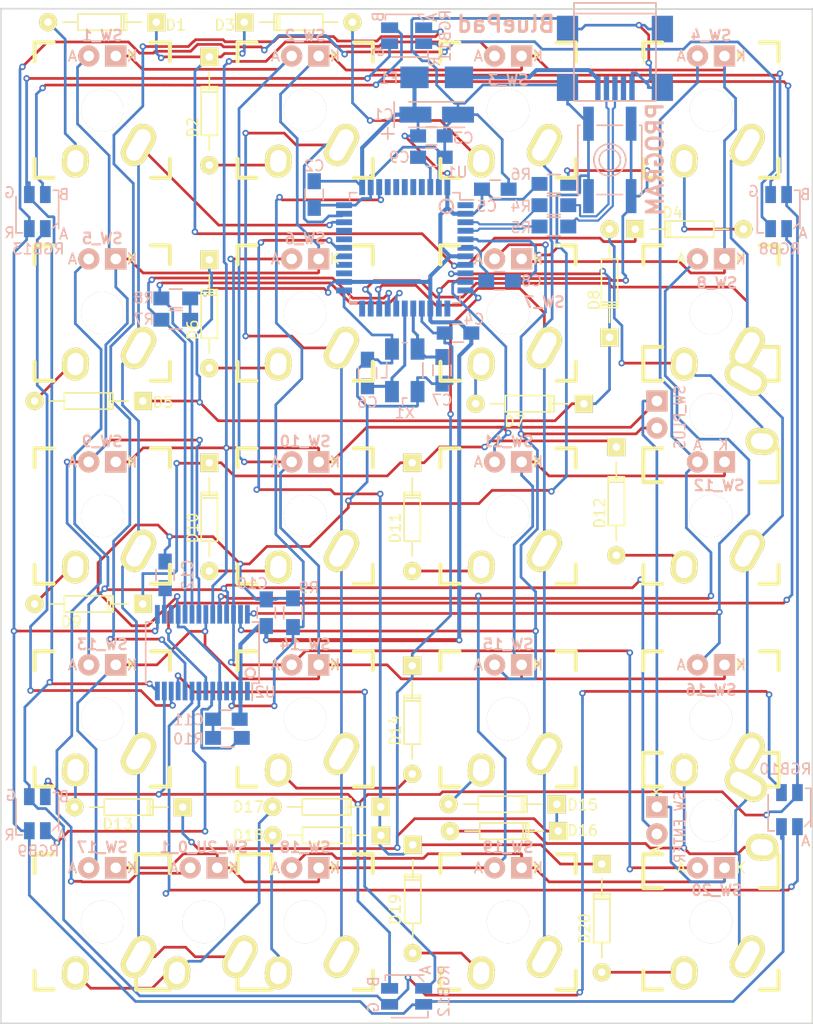
<source format=kicad_pcb>
(kicad_pcb (version 20171130) (host pcbnew "(5.1.12)-1")
  (layers (0 F.Cu signal) (31 B.Cu signal) (34 B.Paste user hide) (35 F.Paste user hide) (36 B.SilkS user hide) (37 F.SilkS user hide) (38 B.Mask user hide) (39 F.Mask user hide) (44 Edge.Cuts user))
  (net 0 "")
  (net 1 "Net-(D1-Pad2)")
  (net 2 R1)
  (net 3 "Net-(D2-Pad2)")
  (net 4 "Net-(D3-Pad2)")
  (net 5 "Net-(D4-Pad2)")
  (net 6 "Net-(D5-Pad2)")
  (net 7 R2)
  (net 8 "Net-(D6-Pad2)")
  (net 9 "Net-(D7-Pad2)")
  (net 10 "Net-(D9-Pad2)")
  (net 11 R3)
  (net 12 "Net-(D10-Pad2)")
  (net 13 "Net-(D11-Pad2)")
  (net 14 "Net-(D12-Pad2)")
  (net 15 "Net-(D13-Pad2)")
  (net 16 R4)
  (net 17 "Net-(D14-Pad2)")
  (net 18 "Net-(D15-Pad2)")
  (net 19 "Net-(D17-Pad2)")
  (net 20 R5)
  (net 21 "Net-(D18-Pad2)")
  (net 22 "Net-(D19-Pad2)")
  (net 23 "Net-(D20-Pad2)")
  (net 24 C4)
  (net 25 C1)
  (net 26 C2)
  (net 27 C3)
  (net 28 CA2)
  (net 29 CA4)
  (net 30 CA3)
  (net 31 CA5)
  (net 32 CA6)
  (net 33 CA1)
  (net 34 CA7)
  (net 35 CA8)
  (net 36 GND)
  (net 37 +5V)
  (net 38 "Net-(C6-Pad1)")
  (net 39 "Net-(C7-Pad1)")
  (net 40 "Net-(C8-Pad1)")
  (net 41 "Net-(C9-Pad1)")
  (net 42 "Net-(C12-Pad1)")
  (net 43 "Net-(F1-Pad1)")
  (net 44 USB-)
  (net 45 USB+)
  (net 46 RST)
  (net 47 D-)
  (net 48 D+)
  (net 49 LED_SDA)
  (net 50 LED_SCL)
  (net 51 LED_NSRT)
  (net 52 "Net-(R10-Pad1)")
  (net 53 CB1)
  (net 54 CB9)
  (net 55 CB7)
  (net 56 CB8)
  (net 57 CB2)
  (net 58 CB3)
  (net 59 CB4)
  (net 60 CB5)
  (net 61 CB6)
  (net 62 "Net-(D8-Pad2)")
  (net 63 "Net-(D16-Pad2)")
  (net 64 "Net-(J1-Pad4)")
  (net 65 "Net-(U1-Pad1)")
  (net 66 "Net-(U1-Pad12)")
  (net 67 "Net-(U1-Pad22)")
  (net 68 "Net-(U1-Pad25)")
  (net 69 "Net-(U1-Pad26)")
  (net 70 "Net-(U1-Pad27)")
  (net 71 "Net-(U1-Pad29)")
  (net 72 "Net-(U1-Pad30)")
  (net 73 "Net-(U1-Pad37)")
  (net 74 "Net-(U1-Pad38)")
  (net 75 "Net-(U1-Pad39)")
  (net 76 "Net-(U1-Pad40)")
  (net 77 "Net-(U1-Pad41)")
  (net 78 CA9)
  (net 79 "Net-(U2-Pad4)")
  (net 80 "Net-(U2-Pad17)")
  (module Cherry:SMP4-RGB (layer B.Cu) (at 32.004 94.615)
    (fp_text reference RGB9 (at 0.1 3.5) (layer B.SilkS) (effects (justify mirror)))
    (fp_text value Led_RGB_CA)
    (fp_text user R (at -2.6 2) (layer B.SilkS) (effects (justify mirror)))
    (fp_text user B (at 2.5 -1.6) (layer B.SilkS) (effects (justify mirror)))
    (fp_text user G (at -2.4765 -1.7145) (layer B.SilkS) (effects (justify mirror)))
    (fp_text user A (at 2.286 2.032) (layer B.SilkS) (effects (justify mirror)))
    (pad 1 smd rect (at 0.75 1.6 270) (size 1.6 1) (layers B.Cu B.Paste B.Mask) (net 57 CB2))
    (pad 2 smd rect (at -0.75 1.6 270) (size 1.6 1) (layers B.Cu B.Paste B.Mask) (net 54 CB9))
    (pad 4 smd rect (at 0.75 -1.6 270) (size 1.6 1) (layers B.Cu B.Paste B.Mask) (net 55 CB7))
    (pad 3 smd rect (at -0.75 -1.6 270) (size 1.6 1) (layers B.Cu B.Paste B.Mask) (net 56 CB8))
  )
  (module Diode_DO-35_SOD27_Horizontal_RM10 (layer F.Cu) (at 80.9105 96.2475 180)
    (fp_text reference D16 (at -2.28948 0.04746) (layer F.SilkS))
    (fp_text value D hide)
    (pad 2 thru_hole circle (at 10.16052 -0.00254 90) (size 1.69926 1.69926) (drill 0.70104) (layers *.Cu *.Mask F.SilkS) (net 63 "Net-(D16-Pad2)"))
    (pad 1 thru_hole rect (at 0.00052 -0.00254 90) (size 1.69926 1.69926) (drill 0.70104) (layers *.Cu *.Mask F.SilkS) (net 16 R4))
  )
  (module MXALPS (layer F.Cu) (at 38.1 104.775 180)
    (fp_text reference SW_17 (at 0 7 180) (layer B.SilkS) (effects (font (thickness 0.2)) (justify mirror)))
    (fp_text value MX_LED hide)
    (fp_text user A (at 2.794 5.08 180) (layer B.SilkS) (effects (justify mirror)))
    (fp_text user K (at -2.794 5.08 180) (layer B.SilkS) (effects (justify mirror)))
    (fp_text user A (at 2.794 5.08 180) (layer F.SilkS))
    (fp_text user K (at -2.794 5.08 180) (layer F.SilkS))
    (pad "" np_thru_hole circle (at 0 0 180) (size 3.98781 3.98781) (drill 3.9878) (layers *.Cu *.Mask F.SilkS) (clearance 0.1524))
    (pad SW1 thru_hole oval (at -3.405 -3.27 150.95) (size 2.5 4.17) (drill oval 1.5 3.17) (layers *.Cu *.Mask F.SilkS) (net 25 C1))
    (pad SW2 thru_hole oval (at 2.52 -4.79 176.1) (size 2.5 3.08) (drill oval 1.5 2.08) (layers *.Cu *.Mask F.SilkS) (net 19 "Net-(D17-Pad2)"))
    (pad K thru_hole rect (at -1.27 5.08 180) (size 2 2) (drill 1) (layers *.Cu *.SilkS *.Mask) (net 29 CA4))
    (pad A thru_hole circle (at 1.27 5.08 180) (size 2 2) (drill 1) (layers *.Cu *.SilkS *.Mask) (net 28 CA2))
  )
  (module MXALPS (layer F.Cu) (at 57.15 104.775 180)
    (fp_text reference SW_18 (at 0 7 180) (layer B.SilkS) (effects (font (thickness 0.2)) (justify mirror)))
    (fp_text value MX_LED hide)
    (fp_text user A (at 2.794 5.08 180) (layer B.SilkS) (effects (justify mirror)))
    (fp_text user K (at -2.794 5.08 180) (layer B.SilkS) (effects (justify mirror)))
    (fp_text user A (at 2.794 5.08 180) (layer F.SilkS))
    (fp_text user K (at -2.794 5.08 180) (layer F.SilkS))
    (pad "" np_thru_hole circle (at 0 0 180) (size 3.98781 3.98781) (drill 3.9878) (layers *.Cu *.Mask F.SilkS) (clearance 0.1524))
    (pad SW1 thru_hole oval (at -3.405 -3.27 150.95) (size 2.5 4.17) (drill oval 1.5 3.17) (layers *.Cu *.Mask F.SilkS) (net 26 C2))
    (pad SW2 thru_hole oval (at 2.52 -4.79 176.1) (size 2.5 3.08) (drill oval 1.5 2.08) (layers *.Cu *.Mask F.SilkS) (net 21 "Net-(D18-Pad2)"))
    (pad K thru_hole rect (at -1.27 5.08 180) (size 2 2) (drill 1) (layers *.Cu *.SilkS *.Mask) (net 29 CA4))
    (pad A thru_hole circle (at 1.27 5.08 180) (size 2 2) (drill 1) (layers *.Cu *.SilkS *.Mask) (net 30 CA3))
  )
  (module MXALPS (layer F.Cu) (at 95.25 104.775 180)
    (fp_text reference SW_20 (at -0.55 2.975 180) (layer B.SilkS) (effects (font (thickness 0.2)) (justify mirror)))
    (fp_text value MX_LED hide)
    (fp_text user A (at 2.794 5.08 180) (layer F.SilkS))
    (fp_text user K (at -2.794 5.08 180) (layer F.SilkS))
    (pad "" np_thru_hole circle (at 0 0 180) (size 3.98781 3.98781) (drill 3.9878) (layers *.Cu *.Mask F.SilkS) (clearance 0.1524))
    (pad SW1 thru_hole oval (at -3.405 -3.27 150.95) (size 2.5 4.17) (drill oval 1.5 3.17) (layers *.Cu *.Mask F.SilkS) (net 24 C4))
    (pad SW2 thru_hole oval (at 2.52 -4.79 176.1) (size 2.5 3.08) (drill oval 1.5 2.08) (layers *.Cu *.Mask F.SilkS) (net 23 "Net-(D20-Pad2)"))
    (pad K thru_hole rect (at -1.27 5.08 180) (size 2 2) (drill 1) (layers *.Cu *.SilkS *.Mask) (net 30 CA3))
    (pad A thru_hole circle (at 1.27 5.08 180) (size 2 2) (drill 1) (layers *.Cu *.SilkS *.Mask) (net 32 CA6))
  )
  (module MXALPS (layer F.Cu) (at 95.25 85.725 180)
    (fp_text reference SW_16 (at 0 2.725 180) (layer B.SilkS) (effects (font (thickness 0.2)) (justify mirror)))
    (fp_text value MX_LED hide)
    (fp_text user A (at 2.794 5.08 180) (layer B.SilkS) (effects (justify mirror)))
    (fp_text user K (at -2.794 5.08 180) (layer B.SilkS) (effects (justify mirror)))
    (fp_text user A (at 2.794 5.08 180) (layer F.SilkS))
    (fp_text user K (at -2.794 5.08 180) (layer F.SilkS))
    (pad "" np_thru_hole circle (at 0 0 180) (size 3.98781 3.98781) (drill 3.9878) (layers *.Cu *.Mask F.SilkS) (clearance 0.1524))
    (pad SW1 thru_hole oval (at -3.405 -3.27 150.95) (size 2.5 4.17) (drill oval 1.5 3.17) (layers *.Cu *.Mask F.SilkS) (net 24 C4))
    (pad SW2 thru_hole oval (at 2.52 -4.79 176.1) (size 2.5 3.08) (drill oval 1.5 2.08) (layers *.Cu *.Mask F.SilkS) (net 63 "Net-(D16-Pad2)"))
    (pad K thru_hole rect (at -1.27 5.08 180) (size 2 2) (drill 1) (layers *.Cu *.SilkS *.Mask) (net 28 CA2))
    (pad A thru_hole circle (at 1.27 5.08 180) (size 2 2) (drill 1) (layers *.Cu *.SilkS *.Mask) (net 35 CA8))
  )
  (module MXALPS (layer F.Cu) (at 95.25 66.675 180)
    (fp_text reference SW_12 (at -0.75 2.875 180) (layer B.SilkS) (effects (font (thickness 0.2)) (justify mirror)))
    (fp_text value MX_LED hide)
    (fp_text user A (at 1.25 6.675 180) (layer B.SilkS) (effects (justify mirror)))
    (fp_text user K (at -1.15 6.675 180) (layer B.SilkS) (effects (justify mirror)))
    (pad "" np_thru_hole circle (at 0 0 180) (size 3.98781 3.98781) (drill 3.9878) (layers *.Cu *.Mask F.SilkS) (clearance 0.1524))
    (pad SW1 thru_hole oval (at -3.405 -3.27 150.95) (size 2.5 4.17) (drill oval 1.5 3.17) (layers *.Cu *.Mask F.SilkS) (net 24 C4))
    (pad SW2 thru_hole oval (at 2.52 -4.79 176.1) (size 2.5 3.08) (drill oval 1.5 2.08) (layers *.Cu *.Mask F.SilkS) (net 14 "Net-(D12-Pad2)"))
    (pad K thru_hole rect (at -1.27 5.08 180) (size 2 2) (drill 1) (layers *.Cu *.SilkS *.Mask) (net 28 CA2))
    (pad A thru_hole circle (at 1.27 5.08 180) (size 2 2) (drill 1) (layers *.Cu *.SilkS *.Mask) (net 29 CA4))
  )
  (module MXALPS (layer F.Cu) (at 95.25 47.625 180)
    (fp_text reference SW_8 (at -0.55 2.825 180) (layer B.SilkS) (effects (font (thickness 0.2)) (justify mirror)))
    (fp_text value MX_LED hide)
    (fp_text user K (at -2.794 5.08 180) (layer B.SilkS) (effects (justify mirror)))
    (fp_text user A (at 2.794 5.08 180) (layer F.SilkS))
    (fp_text user K (at -2.794 5.08 180) (layer F.SilkS))
    (pad "" np_thru_hole circle (at 0 0 180) (size 3.98781 3.98781) (drill 3.9878) (layers *.Cu *.Mask F.SilkS) (clearance 0.1524))
    (pad SW1 thru_hole oval (at -3.405 -3.27 150.95) (size 2.5 4.17) (drill oval 1.5 3.17) (layers *.Cu *.Mask F.SilkS) (net 24 C4))
    (pad SW2 thru_hole oval (at 2.52 -4.79 176.1) (size 2.5 3.08) (drill oval 1.5 2.08) (layers *.Cu *.Mask F.SilkS) (net 62 "Net-(D8-Pad2)"))
    (pad K thru_hole rect (at -1.27 5.08 180) (size 2 2) (drill 1) (layers *.Cu *.SilkS *.Mask) (net 33 CA1))
    (pad A thru_hole circle (at 1.27 5.08 180) (size 2 2) (drill 1) (layers *.Cu *.SilkS *.Mask) (net 35 CA8))
  )
  (module MXALPS (layer F.Cu) (at 38.1 28.575 180)
    (fp_text reference SW_1 (at 0 7 180) (layer B.SilkS) (effects (font (thickness 0.2)) (justify mirror)))
    (fp_text value MX_LED hide)
    (fp_text user A (at 2.794 5.08 180) (layer B.SilkS) (effects (justify mirror)))
    (fp_text user K (at -2.794 5.08 180) (layer B.SilkS) (effects (justify mirror)))
    (fp_text user A (at 2.794 5.08 180) (layer F.SilkS))
    (fp_text user K (at -2.794 5.08 180) (layer F.SilkS))
    (pad "" np_thru_hole circle (at 0 0 180) (size 3.98781 3.98781) (drill 3.9878) (layers *.Cu *.Mask F.SilkS) (clearance 0.1524))
    (pad SW1 thru_hole oval (at -3.405 -3.27 150.95) (size 2.5 4.17) (drill oval 1.5 3.17) (layers *.Cu *.Mask F.SilkS) (net 25 C1))
    (pad SW2 thru_hole oval (at 2.52 -4.79 176.1) (size 2.5 3.08) (drill oval 1.5 2.08) (layers *.Cu *.Mask F.SilkS) (net 1 "Net-(D1-Pad2)"))
    (pad K thru_hole rect (at -1.27 5.08 180) (size 2 2) (drill 1) (layers *.Cu *.SilkS *.Mask) (net 28 CA2))
    (pad A thru_hole circle (at 1.27 5.08 180) (size 2 2) (drill 1) (layers *.Cu *.SilkS *.Mask) (net 33 CA1))
  )
  (module Diode_DO-35_SOD27_Horizontal_RM10 (layer F.Cu) (at 43.1805 20.3175 180)
    (fp_text reference D1 (at -1.81948 -0.28254) (layer F.SilkS))
    (fp_text value D hide)
    (pad 2 thru_hole circle (at 10.16052 -0.00254 90) (size 1.69926 1.69926) (drill 0.70104) (layers *.Cu *.Mask F.SilkS) (net 1 "Net-(D1-Pad2)"))
    (pad 1 thru_hole rect (at 0.00052 -0.00254 90) (size 1.69926 1.69926) (drill 0.70104) (layers *.Cu *.Mask F.SilkS) (net 2 R1))
  )
  (module MXALPS (layer F.Cu) (at 57.15 28.575 180)
    (fp_text reference SW_2 (at 0 7 180) (layer B.SilkS) (effects (font (thickness 0.2)) (justify mirror)))
    (fp_text value MX_LED hide)
    (fp_text user A (at 2.794 5.08 180) (layer B.SilkS) (effects (justify mirror)))
    (fp_text user K (at -2.794 5.08 180) (layer B.SilkS) (effects (justify mirror)))
    (fp_text user A (at 2.794 5.08 180) (layer F.SilkS))
    (fp_text user K (at -2.794 5.08 180) (layer F.SilkS))
    (pad "" np_thru_hole circle (at 0 0 180) (size 3.98781 3.98781) (drill 3.9878) (layers *.Cu *.Mask F.SilkS) (clearance 0.1524))
    (pad SW1 thru_hole oval (at -3.405 -3.27 150.95) (size 2.5 4.17) (drill oval 1.5 3.17) (layers *.Cu *.Mask F.SilkS) (net 26 C2))
    (pad SW2 thru_hole oval (at 2.52 -4.79 176.1) (size 2.5 3.08) (drill oval 1.5 2.08) (layers *.Cu *.Mask F.SilkS) (net 3 "Net-(D2-Pad2)"))
    (pad K thru_hole rect (at -1.27 5.08 180) (size 2 2) (drill 1) (layers *.Cu *.SilkS *.Mask) (net 33 CA1))
    (pad A thru_hole circle (at 1.27 5.08 180) (size 2 2) (drill 1) (layers *.Cu *.SilkS *.Mask) (net 28 CA2))
  )
  (module Diode_DO-35_SOD27_Horizontal_RM10 (layer F.Cu) (at 48.15 23.575 270)
    (fp_text reference D2 (at 6.625 1.55 90) (layer F.SilkS))
    (fp_text value D hide)
    (pad 2 thru_hole circle (at 10.16052 -0.00254 180) (size 1.69926 1.69926) (drill 0.70104) (layers *.Cu *.Mask F.SilkS) (net 3 "Net-(D2-Pad2)"))
    (pad 1 thru_hole rect (at 0.00052 -0.00254 180) (size 1.69926 1.69926) (drill 0.70104) (layers *.Cu *.Mask F.SilkS) (net 2 R1))
  )
  (module MXALPS (layer F.Cu) (at 76.2 28.575 180)
    (fp_text reference SW_3 (at 0 2.825 180) (layer B.SilkS) (effects (font (thickness 0.2)) (justify mirror)))
    (fp_text value MX_LED hide)
    (fp_text user A (at 2.794 5.08 180) (layer B.SilkS) (effects (justify mirror)))
    (fp_text user K (at -2.794 5.08 180) (layer B.SilkS) (effects (justify mirror)))
    (fp_text user A (at 2.794 5.08 180) (layer F.SilkS))
    (fp_text user K (at -2.794 5.08 180) (layer F.SilkS))
    (pad "" np_thru_hole circle (at 0 0 180) (size 3.98781 3.98781) (drill 3.9878) (layers *.Cu *.Mask F.SilkS) (clearance 0.1524))
    (pad SW1 thru_hole oval (at -3.405 -3.27 150.95) (size 2.5 4.17) (drill oval 1.5 3.17) (layers *.Cu *.Mask F.SilkS) (net 27 C3))
    (pad SW2 thru_hole oval (at 2.52 -4.79 176.1) (size 2.5 3.08) (drill oval 1.5 2.08) (layers *.Cu *.Mask F.SilkS) (net 4 "Net-(D3-Pad2)"))
    (pad K thru_hole rect (at -1.27 5.08 180) (size 2 2) (drill 1) (layers *.Cu *.SilkS *.Mask) (net 33 CA1))
    (pad A thru_hole circle (at 1.27 5.08 180) (size 2 2) (drill 1) (layers *.Cu *.SilkS *.Mask) (net 30 CA3))
  )
  (module Diode_DO-35_SOD27_Horizontal_RM10 (layer F.Cu) (at 51.4345 20.3225)
    (fp_text reference D3 (at -1.83448 0.27746 180) (layer F.SilkS))
    (fp_text value D hide)
    (pad 2 thru_hole circle (at 10.16052 -0.00254 270) (size 1.69926 1.69926) (drill 0.70104) (layers *.Cu *.Mask F.SilkS) (net 4 "Net-(D3-Pad2)"))
    (pad 1 thru_hole rect (at 0.00052 -0.00254 270) (size 1.69926 1.69926) (drill 0.70104) (layers *.Cu *.Mask F.SilkS) (net 2 R1))
  )
  (module MXALPS (layer F.Cu) (at 95.25 28.575 180)
    (fp_text reference SW_4 (at 0 7 180) (layer B.SilkS) (effects (font (thickness 0.2)) (justify mirror)))
    (fp_text value MX_LED hide)
    (fp_text user A (at 2.794 5.08 180) (layer B.SilkS) (effects (justify mirror)))
    (fp_text user K (at -2.794 5.08 180) (layer B.SilkS) (effects (justify mirror)))
    (fp_text user A (at 2.794 5.08 180) (layer F.SilkS))
    (fp_text user K (at -2.794 5.08 180) (layer F.SilkS))
    (pad "" np_thru_hole circle (at 0 0 180) (size 3.98781 3.98781) (drill 3.9878) (layers *.Cu *.Mask F.SilkS) (clearance 0.1524))
    (pad SW1 thru_hole oval (at -3.405 -3.27 150.95) (size 2.5 4.17) (drill oval 1.5 3.17) (layers *.Cu *.Mask F.SilkS) (net 24 C4))
    (pad SW2 thru_hole oval (at 2.52 -4.79 176.1) (size 2.5 3.08) (drill oval 1.5 2.08) (layers *.Cu *.Mask F.SilkS) (net 5 "Net-(D4-Pad2)"))
    (pad K thru_hole rect (at -1.27 5.08 180) (size 2 2) (drill 1) (layers *.Cu *.SilkS *.Mask) (net 33 CA1))
    (pad A thru_hole circle (at 1.27 5.08 180) (size 2 2) (drill 1) (layers *.Cu *.SilkS *.Mask) (net 29 CA4))
  )
  (module Diode_DO-35_SOD27_Horizontal_RM10 (layer F.Cu) (at 88.1375 39.7525)
    (fp_text reference D4 (at 3.50052 -1.55254 180) (layer F.SilkS))
    (fp_text value D hide)
    (pad 2 thru_hole circle (at 10.16052 -0.00254 270) (size 1.69926 1.69926) (drill 0.70104) (layers *.Cu *.Mask F.SilkS) (net 5 "Net-(D4-Pad2)"))
    (pad 1 thru_hole rect (at 0.00052 -0.00254 270) (size 1.69926 1.69926) (drill 0.70104) (layers *.Cu *.Mask F.SilkS) (net 2 R1))
  )
  (module MXALPS (layer F.Cu) (at 38.1 47.625 180)
    (fp_text reference SW_5 (at 0 7 180) (layer B.SilkS) (effects (font (thickness 0.2)) (justify mirror)))
    (fp_text value MX_LED hide)
    (fp_text user A (at 2.794 5.08 180) (layer B.SilkS) (effects (justify mirror)))
    (fp_text user K (at -2.794 5.08 180) (layer B.SilkS) (effects (justify mirror)))
    (fp_text user A (at 2.794 5.08 180) (layer F.SilkS))
    (fp_text user K (at -2.794 5.08 180) (layer F.SilkS))
    (pad "" np_thru_hole circle (at 0 0 180) (size 3.98781 3.98781) (drill 3.9878) (layers *.Cu *.Mask F.SilkS) (clearance 0.1524))
    (pad SW1 thru_hole oval (at -3.405 -3.27 150.95) (size 2.5 4.17) (drill oval 1.5 3.17) (layers *.Cu *.Mask F.SilkS) (net 25 C1))
    (pad SW2 thru_hole oval (at 2.52 -4.79 176.1) (size 2.5 3.08) (drill oval 1.5 2.08) (layers *.Cu *.Mask F.SilkS) (net 6 "Net-(D5-Pad2)"))
    (pad K thru_hole rect (at -1.27 5.08 180) (size 2 2) (drill 1) (layers *.Cu *.SilkS *.Mask) (net 33 CA1))
    (pad A thru_hole circle (at 1.27 5.08 180) (size 2 2) (drill 1) (layers *.Cu *.SilkS *.Mask) (net 31 CA5))
  )
  (module Diode_DO-35_SOD27_Horizontal_RM10 (layer F.Cu) (at 41.9105 55.8775 180)
    (fp_text reference D5 (at -1.88948 -0.12254) (layer F.SilkS))
    (fp_text value D hide)
    (pad 2 thru_hole circle (at 10.16052 -0.00254 90) (size 1.69926 1.69926) (drill 0.70104) (layers *.Cu *.Mask F.SilkS) (net 6 "Net-(D5-Pad2)"))
    (pad 1 thru_hole rect (at 0.00052 -0.00254 90) (size 1.69926 1.69926) (drill 0.70104) (layers *.Cu *.Mask F.SilkS) (net 7 R2))
  )
  (module MXALPS (layer F.Cu) (at 57.15 47.625 180)
    (fp_text reference SW_6 (at 0 7 180) (layer B.SilkS) (effects (font (thickness 0.2)) (justify mirror)))
    (fp_text value MX_LED hide)
    (fp_text user A (at 2.794 5.08 180) (layer B.SilkS) (effects (justify mirror)))
    (fp_text user A (at 2.794 5.08 180) (layer F.SilkS))
    (fp_text user K (at -2.794 5.08 180) (layer F.SilkS))
    (pad "" np_thru_hole circle (at 0 0 180) (size 3.98781 3.98781) (drill 3.9878) (layers *.Cu *.Mask F.SilkS) (clearance 0.1524))
    (pad SW1 thru_hole oval (at -3.405 -3.27 150.95) (size 2.5 4.17) (drill oval 1.5 3.17) (layers *.Cu *.Mask F.SilkS) (net 26 C2))
    (pad SW2 thru_hole oval (at 2.52 -4.79 176.1) (size 2.5 3.08) (drill oval 1.5 2.08) (layers *.Cu *.Mask F.SilkS) (net 8 "Net-(D6-Pad2)"))
    (pad K thru_hole rect (at -1.27 5.08 180) (size 2 2) (drill 1) (layers *.Cu *.SilkS *.Mask) (net 33 CA1))
    (pad A thru_hole circle (at 1.27 5.08 180) (size 2 2) (drill 1) (layers *.Cu *.SilkS *.Mask) (net 32 CA6))
  )
  (module Diode_DO-35_SOD27_Horizontal_RM10 (layer F.Cu) (at 48.15 42.625 270)
    (fp_text reference D6 (at 6.575 1.55 90) (layer F.SilkS))
    (fp_text value D hide)
    (pad 2 thru_hole circle (at 10.16052 -0.00254 180) (size 1.69926 1.69926) (drill 0.70104) (layers *.Cu *.Mask F.SilkS) (net 8 "Net-(D6-Pad2)"))
    (pad 1 thru_hole rect (at 0.00052 -0.00254 180) (size 1.69926 1.69926) (drill 0.70104) (layers *.Cu *.Mask F.SilkS) (net 7 R2))
  )
  (module MXALPS (layer F.Cu) (at 76.2 47.625 180)
    (fp_text reference SW_7 (at -3.4 1.025 180) (layer B.SilkS) (effects (font (thickness 0.2)) (justify mirror)))
    (fp_text value MX_LED hide)
    (fp_text user A (at 2.794 5.08 180) (layer B.SilkS) (effects (justify mirror)))
    (fp_text user K (at -2.794 5.08 180) (layer B.SilkS) (effects (justify mirror)))
    (fp_text user A (at 2.794 5.08 180) (layer F.SilkS))
    (fp_text user K (at -2.794 5.08 180) (layer F.SilkS))
    (pad "" np_thru_hole circle (at 0 0 180) (size 3.98781 3.98781) (drill 3.9878) (layers *.Cu *.Mask F.SilkS) (clearance 0.1524))
    (pad SW1 thru_hole oval (at -3.405 -3.27 150.95) (size 2.5 4.17) (drill oval 1.5 3.17) (layers *.Cu *.Mask F.SilkS) (net 27 C3))
    (pad SW2 thru_hole oval (at 2.52 -4.79 176.1) (size 2.5 3.08) (drill oval 1.5 2.08) (layers *.Cu *.Mask F.SilkS) (net 9 "Net-(D7-Pad2)"))
    (pad K thru_hole rect (at -1.27 5.08 180) (size 2 2) (drill 1) (layers *.Cu *.SilkS *.Mask) (net 33 CA1))
    (pad A thru_hole circle (at 1.27 5.08 180) (size 2 2) (drill 1) (layers *.Cu *.SilkS *.Mask) (net 34 CA7))
  )
  (module Diode_DO-35_SOD27_Horizontal_RM10 (layer F.Cu) (at 83.3125 56.1315 180)
    (fp_text reference D7 (at 6.51252 -1.66854) (layer F.SilkS))
    (fp_text value D hide)
    (pad 2 thru_hole circle (at 10.16052 -0.00254 90) (size 1.69926 1.69926) (drill 0.70104) (layers *.Cu *.Mask F.SilkS) (net 9 "Net-(D7-Pad2)"))
    (pad 1 thru_hole rect (at 0.00052 -0.00254 90) (size 1.69926 1.69926) (drill 0.70104) (layers *.Cu *.Mask F.SilkS) (net 7 R2))
  )
  (module MXALPS (layer F.Cu) (at 95.25 57.15 270)
    (fp_text reference SW_2U_PLUS_1 hide)
    (fp_text value MX_LED hide)
    (pad "" np_thru_hole circle (at 0 0 270) (size 3.98781 3.98781) (drill 3.9878) (layers *.Cu *.Mask F.SilkS) (clearance 0.1524))
    (pad SW1 thru_hole oval (at -3.405 -3.27 240.95) (size 2.5 4.17) (drill oval 1.5 3.17) (layers *.Cu *.Mask F.SilkS) (net 24 C4))
    (pad SW2 thru_hole oval (at 2.52 -4.79 266.1) (size 2.5 3.08) (drill oval 1.5 2.08) (layers *.Cu *.Mask F.SilkS) (net 62 "Net-(D8-Pad2)"))
    (pad K thru_hole rect (at -1.27 5.08 270) (size 2 2) (drill 1) (layers *.Cu *.SilkS *.Mask) (net 30 CA3))
    (pad A thru_hole circle (at 1.27 5.08 270) (size 2 2) (drill 1) (layers *.Cu *.SilkS *.Mask) (net 34 CA7))
  )
  (module Diode_DO-35_SOD27_Horizontal_RM10 (layer F.Cu) (at 85.7275 49.9105 90)
    (fp_text reference D8 (at 3.51052 -1.45254 270) (layer F.SilkS))
    (fp_text value D hide)
    (pad 2 thru_hole circle (at 10.16052 -0.00254) (size 1.69926 1.69926) (drill 0.70104) (layers *.Cu *.Mask F.SilkS) (net 62 "Net-(D8-Pad2)"))
    (pad 1 thru_hole rect (at 0.00052 -0.00254) (size 1.69926 1.69926) (drill 0.70104) (layers *.Cu *.Mask F.SilkS) (net 7 R2))
  )
  (module MXALPS (layer F.Cu) (at 38.1 66.675 180)
    (fp_text reference SW_9 (at 0 7 180) (layer B.SilkS) (effects (font (thickness 0.2)) (justify mirror)))
    (fp_text value MX_LED hide)
    (fp_text user A (at 2.794 5.08 180) (layer B.SilkS) (effects (justify mirror)))
    (fp_text user K (at -2.794 5.08 180) (layer B.SilkS) (effects (justify mirror)))
    (fp_text user A (at 2.794 5.08 180) (layer F.SilkS))
    (fp_text user K (at -2.794 5.08 180) (layer F.SilkS))
    (pad "" np_thru_hole circle (at 0 0 180) (size 3.98781 3.98781) (drill 3.9878) (layers *.Cu *.Mask F.SilkS) (clearance 0.1524))
    (pad SW1 thru_hole oval (at -3.405 -3.27 150.95) (size 2.5 4.17) (drill oval 1.5 3.17) (layers *.Cu *.Mask F.SilkS) (net 25 C1))
    (pad SW2 thru_hole oval (at 2.52 -4.79 176.1) (size 2.5 3.08) (drill oval 1.5 2.08) (layers *.Cu *.Mask F.SilkS) (net 10 "Net-(D9-Pad2)"))
    (pad K thru_hole rect (at -1.27 5.08 180) (size 2 2) (drill 1) (layers *.Cu *.SilkS *.Mask) (net 30 CA3))
    (pad A thru_hole circle (at 1.27 5.08 180) (size 2 2) (drill 1) (layers *.Cu *.SilkS *.Mask) (net 33 CA1))
  )
  (module Diode_DO-35_SOD27_Horizontal_RM10 (layer F.Cu) (at 41.9105 74.9275 180)
    (fp_text reference D9 (at 6.71052 -1.67254) (layer F.SilkS))
    (fp_text value D hide)
    (pad 2 thru_hole circle (at 10.16052 -0.00254 90) (size 1.69926 1.69926) (drill 0.70104) (layers *.Cu *.Mask F.SilkS) (net 10 "Net-(D9-Pad2)"))
    (pad 1 thru_hole rect (at 0.00052 -0.00254 90) (size 1.69926 1.69926) (drill 0.70104) (layers *.Cu *.Mask F.SilkS) (net 11 R3))
  )
  (module MXALPS (layer F.Cu) (at 57.15 66.675 180)
    (fp_text reference SW_10 (at 0 7 180) (layer B.SilkS) (effects (font (thickness 0.2)) (justify mirror)))
    (fp_text value MX_LED hide)
    (fp_text user A (at 2.794 5.08 180) (layer B.SilkS) (effects (justify mirror)))
    (fp_text user K (at -2.794 5.08 180) (layer B.SilkS) (effects (justify mirror)))
    (fp_text user A (at 2.794 5.08 180) (layer F.SilkS))
    (fp_text user K (at -2.794 5.08 180) (layer F.SilkS))
    (pad "" np_thru_hole circle (at 0 0 180) (size 3.98781 3.98781) (drill 3.9878) (layers *.Cu *.Mask F.SilkS) (clearance 0.1524))
    (pad SW1 thru_hole oval (at -3.405 -3.27 150.95) (size 2.5 4.17) (drill oval 1.5 3.17) (layers *.Cu *.Mask F.SilkS) (net 26 C2))
    (pad SW2 thru_hole oval (at 2.52 -4.79 176.1) (size 2.5 3.08) (drill oval 1.5 2.08) (layers *.Cu *.Mask F.SilkS) (net 12 "Net-(D10-Pad2)"))
    (pad K thru_hole rect (at -1.27 5.08 180) (size 2 2) (drill 1) (layers *.Cu *.SilkS *.Mask) (net 30 CA3))
    (pad A thru_hole circle (at 1.27 5.08 180) (size 2 2) (drill 1) (layers *.Cu *.SilkS *.Mask) (net 28 CA2))
  )
  (module Diode_DO-35_SOD27_Horizontal_RM10 (layer F.Cu) (at 48.15 61.675 270)
    (fp_text reference D10 (at 6.125 1.55 90) (layer F.SilkS))
    (fp_text value D hide)
    (pad 2 thru_hole circle (at 10.16052 -0.00254 180) (size 1.69926 1.69926) (drill 0.70104) (layers *.Cu *.Mask F.SilkS) (net 12 "Net-(D10-Pad2)"))
    (pad 1 thru_hole rect (at 0.00052 -0.00254 180) (size 1.69926 1.69926) (drill 0.70104) (layers *.Cu *.Mask F.SilkS) (net 11 R3))
  )
  (module MXALPS (layer F.Cu) (at 76.2 66.675 180)
    (fp_text reference SW_11 (at 0 7 180) (layer B.SilkS) (effects (font (thickness 0.2)) (justify mirror)))
    (fp_text value MX_LED hide)
    (fp_text user A (at 2.794 5.08 180) (layer B.SilkS) (effects (justify mirror)))
    (fp_text user K (at -2.794 5.08 180) (layer B.SilkS) (effects (justify mirror)))
    (fp_text user A (at 2.794 5.08 180) (layer F.SilkS))
    (fp_text user K (at -2.794 5.08 180) (layer F.SilkS))
    (pad "" np_thru_hole circle (at 0 0 180) (size 3.98781 3.98781) (drill 3.9878) (layers *.Cu *.Mask F.SilkS) (clearance 0.1524))
    (pad SW1 thru_hole oval (at -3.405 -3.27 150.95) (size 2.5 4.17) (drill oval 1.5 3.17) (layers *.Cu *.Mask F.SilkS) (net 27 C3))
    (pad SW2 thru_hole oval (at 2.52 -4.79 176.1) (size 2.5 3.08) (drill oval 1.5 2.08) (layers *.Cu *.Mask F.SilkS) (net 13 "Net-(D11-Pad2)"))
    (pad K thru_hole rect (at -1.27 5.08 180) (size 2 2) (drill 1) (layers *.Cu *.SilkS *.Mask) (net 28 CA2))
    (pad A thru_hole circle (at 1.27 5.08 180) (size 2 2) (drill 1) (layers *.Cu *.SilkS *.Mask) (net 30 CA3))
  )
  (module Diode_DO-35_SOD27_Horizontal_RM10 (layer F.Cu) (at 67.2 61.675 270)
    (fp_text reference D11 (at 6.125 1.6 90) (layer F.SilkS))
    (fp_text value D hide)
    (pad 2 thru_hole circle (at 10.16052 -0.00254 180) (size 1.69926 1.69926) (drill 0.70104) (layers *.Cu *.Mask F.SilkS) (net 13 "Net-(D11-Pad2)"))
    (pad 1 thru_hole rect (at 0.00052 -0.00254 180) (size 1.69926 1.69926) (drill 0.70104) (layers *.Cu *.Mask F.SilkS) (net 11 R3))
  )
  (module MXALPS (layer F.Cu) (at 38.1 85.725 180)
    (fp_text reference SW_13 (at 0 7 180) (layer B.SilkS) (effects (font (thickness 0.2)) (justify mirror)))
    (fp_text value MX_LED hide)
    (fp_text user A (at 2.794 5.08 180) (layer B.SilkS) (effects (justify mirror)))
    (fp_text user K (at -2.794 5.08 180) (layer B.SilkS) (effects (justify mirror)))
    (fp_text user A (at 2.794 5.08 180) (layer F.SilkS))
    (fp_text user K (at -2.794 5.08 180) (layer F.SilkS))
    (pad "" np_thru_hole circle (at 0 0 180) (size 3.98781 3.98781) (drill 3.9878) (layers *.Cu *.Mask F.SilkS) (clearance 0.1524))
    (pad SW1 thru_hole oval (at -3.405 -3.27 150.95) (size 2.5 4.17) (drill oval 1.5 3.17) (layers *.Cu *.Mask F.SilkS) (net 25 C1))
    (pad SW2 thru_hole oval (at 2.52 -4.79 176.1) (size 2.5 3.08) (drill oval 1.5 2.08) (layers *.Cu *.Mask F.SilkS) (net 15 "Net-(D13-Pad2)"))
    (pad K thru_hole rect (at -1.27 5.08 180) (size 2 2) (drill 1) (layers *.Cu *.SilkS *.Mask) (net 28 CA2))
    (pad A thru_hole circle (at 1.27 5.08 180) (size 2 2) (drill 1) (layers *.Cu *.SilkS *.Mask) (net 31 CA5))
  )
  (module Diode_DO-35_SOD27_Horizontal_RM10 (layer F.Cu) (at 86.3575 60.1975 270)
    (fp_text reference D12 (at 6.20252 1.55746 90) (layer F.SilkS))
    (fp_text value D hide)
    (pad 2 thru_hole circle (at 10.16052 -0.00254 180) (size 1.69926 1.69926) (drill 0.70104) (layers *.Cu *.Mask F.SilkS) (net 14 "Net-(D12-Pad2)"))
    (pad 1 thru_hole rect (at 0.00052 -0.00254 180) (size 1.69926 1.69926) (drill 0.70104) (layers *.Cu *.Mask F.SilkS) (net 11 R3))
  )
  (module MXALPS (layer F.Cu) (at 57.15 85.725 180)
    (fp_text reference SW_14 (at 0 7 180) (layer B.SilkS) (effects (font (thickness 0.2)) (justify mirror)))
    (fp_text value MX_LED hide)
    (fp_text user A (at 2.794 5.08 180) (layer B.SilkS) (effects (justify mirror)))
    (fp_text user K (at -2.794 5.08 180) (layer B.SilkS) (effects (justify mirror)))
    (fp_text user A (at 2.794 5.08 180) (layer F.SilkS))
    (fp_text user K (at -2.794 5.08 180) (layer F.SilkS))
    (pad "" np_thru_hole circle (at 0 0 180) (size 3.98781 3.98781) (drill 3.9878) (layers *.Cu *.Mask F.SilkS) (clearance 0.1524))
    (pad SW1 thru_hole oval (at -3.405 -3.27 150.95) (size 2.5 4.17) (drill oval 1.5 3.17) (layers *.Cu *.Mask F.SilkS) (net 26 C2))
    (pad SW2 thru_hole oval (at 2.52 -4.79 176.1) (size 2.5 3.08) (drill oval 1.5 2.08) (layers *.Cu *.Mask F.SilkS) (net 17 "Net-(D14-Pad2)"))
    (pad K thru_hole rect (at -1.27 5.08 180) (size 2 2) (drill 1) (layers *.Cu *.SilkS *.Mask) (net 28 CA2))
    (pad A thru_hole circle (at 1.27 5.08 180) (size 2 2) (drill 1) (layers *.Cu *.SilkS *.Mask) (net 32 CA6))
  )
  (module Diode_DO-35_SOD27_Horizontal_RM10 (layer F.Cu) (at 45.657 93.9975 180)
    (fp_text reference D13 (at 6.10052 -1.60254) (layer F.SilkS))
    (fp_text value D hide)
    (pad 2 thru_hole circle (at 10.16052 -0.00254 90) (size 1.69926 1.69926) (drill 0.70104) (layers *.Cu *.Mask F.SilkS) (net 15 "Net-(D13-Pad2)"))
    (pad 1 thru_hole rect (at 0.00052 -0.00254 90) (size 1.69926 1.69926) (drill 0.70104) (layers *.Cu *.Mask F.SilkS) (net 16 R4))
  )
  (module MXALPS (layer F.Cu) (at 76.2 85.725 180)
    (fp_text reference SW_15 (at 0 7 180) (layer B.SilkS) (effects (font (thickness 0.2)) (justify mirror)))
    (fp_text value MX_LED hide)
    (fp_text user A (at 2.794 5.08 180) (layer B.SilkS) (effects (justify mirror)))
    (fp_text user K (at -2.794 5.08 180) (layer B.SilkS) (effects (justify mirror)))
    (fp_text user A (at 2.794 5.08 180) (layer F.SilkS))
    (fp_text user K (at -2.794 5.08 180) (layer F.SilkS))
    (pad "" np_thru_hole circle (at 0 0 180) (size 3.98781 3.98781) (drill 3.9878) (layers *.Cu *.Mask F.SilkS) (clearance 0.1524))
    (pad SW1 thru_hole oval (at -3.405 -3.27 150.95) (size 2.5 4.17) (drill oval 1.5 3.17) (layers *.Cu *.Mask F.SilkS) (net 27 C3))
    (pad SW2 thru_hole oval (at 2.52 -4.79 176.1) (size 2.5 3.08) (drill oval 1.5 2.08) (layers *.Cu *.Mask F.SilkS) (net 18 "Net-(D15-Pad2)"))
    (pad K thru_hole rect (at -1.27 5.08 180) (size 2 2) (drill 1) (layers *.Cu *.SilkS *.Mask) (net 28 CA2))
    (pad A thru_hole circle (at 1.27 5.08 180) (size 2 2) (drill 1) (layers *.Cu *.SilkS *.Mask) (net 34 CA7))
  )
  (module Diode_DO-35_SOD27_Horizontal_RM10 (layer F.Cu) (at 67.2 80.725 270)
    (fp_text reference D14 (at 6.075 1.6 90) (layer F.SilkS))
    (fp_text value D hide)
    (pad 2 thru_hole circle (at 10.16052 -0.00254 180) (size 1.69926 1.69926) (drill 0.70104) (layers *.Cu *.Mask F.SilkS) (net 17 "Net-(D14-Pad2)"))
    (pad 1 thru_hole rect (at 0.00052 -0.00254 180) (size 1.69926 1.69926) (drill 0.70104) (layers *.Cu *.Mask F.SilkS) (net 16 R4))
  )
  (module Diode_DO-35_SOD27_Horizontal_RM10 (layer F.Cu) (at 80.7725 93.7235 180)
    (fp_text reference D15 (at -2.42748 -0.07654) (layer F.SilkS))
    (fp_text value D hide)
    (pad 2 thru_hole circle (at 10.16052 -0.00254 90) (size 1.69926 1.69926) (drill 0.70104) (layers *.Cu *.Mask F.SilkS) (net 18 "Net-(D15-Pad2)"))
    (pad 1 thru_hole rect (at 0.00052 -0.00254 90) (size 1.69926 1.69926) (drill 0.70104) (layers *.Cu *.Mask F.SilkS) (net 16 R4))
  )
  (module MXALPS (layer F.Cu) (at 47.625 104.775 180)
    (fp_text reference SW_2U_0_1 (at 0 7 180) (layer B.SilkS) (effects (font (thickness 0.2)) (justify mirror)))
    (fp_text value MX_LED hide)
    (fp_text user A (at 2.794 5.08 180) (layer B.SilkS) (effects (justify mirror)))
    (fp_text user K (at -2.794 5.08 180) (layer B.SilkS) (effects (justify mirror)))
    (fp_text user A (at 2.794 5.08 180) (layer F.SilkS))
    (fp_text user K (at -2.794 5.08 180) (layer F.SilkS))
    (pad "" np_thru_hole circle (at 0 0 180) (size 3.98781 3.98781) (drill 3.9878) (layers *.Cu *.Mask F.SilkS) (clearance 0.1524))
    (pad SW1 thru_hole oval (at -3.405 -3.27 150.95) (size 2.5 4.17) (drill oval 1.5 3.17) (layers *.Cu *.Mask F.SilkS) (net 25 C1))
    (pad SW2 thru_hole oval (at 2.52 -4.79 176.1) (size 2.5 3.08) (drill oval 1.5 2.08) (layers *.Cu *.Mask F.SilkS) (net 19 "Net-(D17-Pad2)"))
    (pad K thru_hole rect (at -1.27 5.08 180) (size 2 2) (drill 1) (layers *.Cu *.SilkS *.Mask) (net 29 CA4))
    (pad A thru_hole circle (at 1.27 5.08 180) (size 2 2) (drill 1) (layers *.Cu *.SilkS *.Mask) (net 33 CA1))
  )
  (module MXALPS (layer F.Cu) (at 76.2 104.775 180)
    (fp_text reference SW_19 (at 0 7 180) (layer B.SilkS) (effects (font (thickness 0.2)) (justify mirror)))
    (fp_text value MX_LED hide)
    (fp_text user A (at 2.794 5.08 180) (layer B.SilkS) (effects (justify mirror)))
    (fp_text user K (at -2.794 5.08 180) (layer B.SilkS) (effects (justify mirror)))
    (fp_text user A (at 2.794 5.08 180) (layer F.SilkS))
    (fp_text user K (at -2.794 5.08 180) (layer F.SilkS))
    (pad "" np_thru_hole circle (at 0 0 180) (size 3.98781 3.98781) (drill 3.9878) (layers *.Cu *.Mask F.SilkS) (clearance 0.1524))
    (pad SW1 thru_hole oval (at -3.405 -3.27 150.95) (size 2.5 4.17) (drill oval 1.5 3.17) (layers *.Cu *.Mask F.SilkS) (net 27 C3))
    (pad SW2 thru_hole oval (at 2.52 -4.79 176.1) (size 2.5 3.08) (drill oval 1.5 2.08) (layers *.Cu *.Mask F.SilkS) (net 22 "Net-(D19-Pad2)"))
    (pad K thru_hole rect (at -1.27 5.08 180) (size 2 2) (drill 1) (layers *.Cu *.SilkS *.Mask) (net 30 CA3))
    (pad A thru_hole circle (at 1.27 5.08 180) (size 2 2) (drill 1) (layers *.Cu *.SilkS *.Mask) (net 29 CA4))
  )
  (module Diode_DO-35_SOD27_Horizontal_RM10 (layer F.Cu) (at 64.25 93.9775 180)
    (fp_text reference D17 (at 12.434 -0.00254) (layer F.SilkS))
    (fp_text value D hide)
    (pad 2 thru_hole circle (at 10.16052 -0.00254 90) (size 1.69926 1.69926) (drill 0.70104) (layers *.Cu *.Mask F.SilkS) (net 19 "Net-(D17-Pad2)"))
    (pad 1 thru_hole rect (at 0.00052 -0.00254 90) (size 1.69926 1.69926) (drill 0.70104) (layers *.Cu *.Mask F.SilkS) (net 20 R5))
  )
  (module Cherry:MXALPS_LED_PANEL (layer F.Cu) (at 95.25 95.25 270)
    (fp_text reference SW_2U_ENTER_1 hide)
    (fp_text value MX_LED hide)
    (fp_text user A (at 2.794 5.08 270) (layer F.SilkS))
    (fp_text user K (at -2.794 5.08 270) (layer F.SilkS))
    (pad "" np_thru_hole circle (at 0 0 270) (size 3.98781 3.98781) (drill 3.9878) (layers *.Cu *.Mask F.SilkS) (clearance 0.1524))
    (pad SW1 thru_hole oval (at -3.405 -3.27 240.95) (size 2.5 4.17) (drill oval 1.5 3.17) (layers *.Cu *.Mask F.SilkS) (net 24 C4))
    (pad SW2 thru_hole oval (at 2.52 -4.79 266.1) (size 2.5 3.08) (drill oval 1.5 2.08) (layers *.Cu *.Mask F.SilkS) (net 63 "Net-(D16-Pad2)"))
    (pad K thru_hole rect (at -1.27 5.08 270) (size 2 2) (drill 1) (layers *.Cu *.SilkS *.Mask) (net 30 CA3))
    (pad A thru_hole circle (at 1.27 5.08 270) (size 2 2) (drill 1) (layers *.Cu *.SilkS *.Mask) (net 31 CA5))
  )
  (module Diodes_ThroughHole:Diode_DO-35_SOD27_Horizontal_RM10 (layer F.Cu) (at 64.2625 96.6445 180)
    (fp_text reference D18 (at 12.44652 -0.00254 180) (layer F.SilkS))
    (fp_text value D)
    (pad 2 thru_hole circle (at 10.16052 -0.00254) (size 1.69926 1.69926) (drill 0.70104) (layers *.Cu *.Mask F.SilkS) (net 21 "Net-(D18-Pad2)"))
    (pad 1 thru_hole rect (at 0.00052 -0.00254) (size 1.69926 1.69926) (drill 0.70104) (layers *.Cu *.Mask F.SilkS) (net 20 R5))
  )
  (module Diodes_ThroughHole:Diode_DO-35_SOD27_Horizontal_RM10 (layer F.Cu) (at 67.2475 97.5355 270)
    (fp_text reference D19 (at 6.06052 1.64746 270) (layer F.SilkS))
    (fp_text value D)
    (pad 2 thru_hole circle (at 10.16052 -0.00254 90) (size 1.69926 1.69926) (drill 0.70104) (layers *.Cu *.Mask F.SilkS) (net 22 "Net-(D19-Pad2)"))
    (pad 1 thru_hole rect (at 0.00052 -0.00254 90) (size 1.69926 1.69926) (drill 0.70104) (layers *.Cu *.Mask F.SilkS) (net 20 R5))
  )
  (module Diodes_ThroughHole:Diode_DO-35_SOD27_Horizontal_RM10 (layer F.Cu) (at 85 99.3395 270)
    (fp_text reference D20 (at 6.06052 1.6 270) (layer F.SilkS))
    (fp_text value D)
    (pad 2 thru_hole circle (at 10.16052 -0.00254 90) (size 1.69926 1.69926) (drill 0.70104) (layers *.Cu *.Mask F.SilkS) (net 23 "Net-(D20-Pad2)"))
    (pad 1 thru_hole rect (at 0.00052 -0.00254 90) (size 1.69926 1.69926) (drill 0.70104) (layers *.Cu *.Mask F.SilkS) (net 20 R5))
  )
  (module Capacitors_Tantalum_SMD:TantalC_SizeA_EIA-3216_HandSoldering (layer B.Cu) (at 69.5 29)
    (fp_text reference C1 (at -5 0) (layer B.SilkS) (effects (justify mirror)))
    (fp_text value 10µF)
    (pad 2 smd rect (at 1.99898 0) (size 2.99974 1.50114) (layers B.Cu B.Paste B.Mask) (net 36 GND))
    (pad 1 smd rect (at -1.99898 0) (size 2.99974 1.50114) (layers B.Cu B.Paste B.Mask) (net 37 +5V))
  )
  (module Capacitors_SMD:C_0805_HandSoldering (layer B.Cu) (at 58 36.5 270)
    (fp_text reference C2 (at -2.7 0 180) (layer B.SilkS) (effects (justify mirror)))
    (fp_text value 0.1µF)
    (pad 1 smd rect (at -1.25 0 270) (size 1.5 1.25) (layers B.Cu B.Paste B.Mask) (net 37 +5V))
    (pad 2 smd rect (at 1.25 0 270) (size 1.5 1.25) (layers B.Cu B.Paste B.Mask) (net 36 GND))
  )
  (module Capacitors_SMD:C_0805_HandSoldering (layer B.Cu) (at 69 31)
    (fp_text reference C3 (at 3 0.2) (layer B.SilkS) (effects (justify mirror)))
    (fp_text value 0.1µF)
    (pad 1 smd rect (at -1.25 0) (size 1.5 1.25) (layers B.Cu B.Paste B.Mask) (net 37 +5V))
    (pad 2 smd rect (at 1.25 0) (size 1.5 1.25) (layers B.Cu B.Paste B.Mask) (net 36 GND))
  )
  (module Capacitors_SMD:C_0805_HandSoldering (layer B.Cu) (at 71.5 49.5 180)
    (fp_text reference C4 (at -1.5 1.3 180) (layer B.SilkS) (effects (justify mirror)))
    (fp_text value 0.1µF)
    (pad 1 smd rect (at -1.25 0 180) (size 1.5 1.25) (layers B.Cu B.Paste B.Mask) (net 37 +5V))
    (pad 2 smd rect (at 1.25 0 180) (size 1.5 1.25) (layers B.Cu B.Paste B.Mask) (net 36 GND))
  )
  (module Capacitors_SMD:C_0805_HandSoldering (layer B.Cu) (at 75 36)
    (fp_text reference C5 (at -0.8 1.6) (layer B.SilkS) (effects (justify mirror)))
    (fp_text value 0.1µF)
    (pad 1 smd rect (at -1.25 0) (size 1.5 1.25) (layers B.Cu B.Paste B.Mask) (net 37 +5V))
    (pad 2 smd rect (at 1.25 0) (size 1.5 1.25) (layers B.Cu B.Paste B.Mask) (net 36 GND))
  )
  (module Capacitors_SMD:C_0805_HandSoldering (layer B.Cu) (at 63 53.25 90)
    (fp_text reference C6 (at -2.75 0 180) (layer B.SilkS) (effects (justify mirror)))
    (fp_text value 18pF)
    (pad 1 smd rect (at -1.25 0 90) (size 1.5 1.25) (layers B.Cu B.Paste B.Mask) (net 38 "Net-(C6-Pad1)"))
    (pad 2 smd rect (at 1.25 0 90) (size 1.5 1.25) (layers B.Cu B.Paste B.Mask) (net 36 GND))
  )
  (module Capacitors_SMD:C_0805_HandSoldering (layer B.Cu) (at 70 53 270)
    (fp_text reference C7 (at 2.8 0) (layer B.SilkS) (effects (justify mirror)))
    (fp_text value 18pF)
    (pad 1 smd rect (at -1.25 0 270) (size 1.5 1.25) (layers B.Cu B.Paste B.Mask) (net 39 "Net-(C7-Pad1)"))
    (pad 2 smd rect (at 1.25 0 270) (size 1.5 1.25) (layers B.Cu B.Paste B.Mask) (net 36 GND))
  )
  (module Capacitors_SMD:C_0805_HandSoldering (layer B.Cu) (at 75.4 44.6)
    (fp_text reference C8 (at 3 0 180) (layer B.SilkS) (effects (justify mirror)))
    (fp_text value 1µF)
    (pad 1 smd rect (at -1.25 0) (size 1.5 1.25) (layers B.Cu B.Paste B.Mask) (net 40 "Net-(C8-Pad1)"))
    (pad 2 smd rect (at 1.25 0) (size 1.5 1.25) (layers B.Cu B.Paste B.Mask) (net 36 GND))
  )
  (module Capacitors_SMD:C_0805_HandSoldering (layer B.Cu) (at 69 33)
    (fp_text reference C9 (at -3 0) (layer B.SilkS) (effects (justify mirror)))
    (fp_text value 0.1µF)
    (pad 1 smd rect (at -1.25 0) (size 1.5 1.25) (layers B.Cu B.Paste B.Mask) (net 41 "Net-(C9-Pad1)"))
    (pad 2 smd rect (at 1.25 0) (size 1.5 1.25) (layers B.Cu B.Paste B.Mask) (net 36 GND))
  )
  (module Capacitors_SMD:C_0805_HandSoldering (layer B.Cu) (at 53.5 75.75 90)
    (fp_text reference C10 (at 2.75 -1.3 180) (layer B.SilkS) (effects (justify mirror)))
    (fp_text value 1µF)
    (pad 1 smd rect (at -1.25 0 90) (size 1.5 1.25) (layers B.Cu B.Paste B.Mask) (net 37 +5V))
    (pad 2 smd rect (at 1.25 0 90) (size 1.5 1.25) (layers B.Cu B.Paste B.Mask) (net 36 GND))
  )
  (module Capacitors_SMD:C_0805_HandSoldering (layer B.Cu) (at 49.75 85.75 180)
    (fp_text reference C11 (at 3.55 -0.05 180) (layer B.SilkS) (effects (justify mirror)))
    (fp_text value 0.1µF)
    (pad 1 smd rect (at -1.25 0 180) (size 1.5 1.25) (layers B.Cu B.Paste B.Mask) (net 37 +5V))
    (pad 2 smd rect (at 1.25 0 180) (size 1.5 1.25) (layers B.Cu B.Paste B.Mask) (net 36 GND))
  )
  (module Fuse_Holders_and_Fuses:Fuse_SMD1206_HandSoldering (layer B.Cu) (at 69.5 25.5 180)
    (fp_text reference F1 (at 4.5 -0.1 180) (layer B.SilkS) (effects (justify mirror)))
    (fp_text value FP_Small)
    (pad 1 smd rect (at -2.08534 0 90) (size 2.02946 2.65176) (layers B.Cu B.Paste B.Mask) (net 43 "Net-(F1-Pad1)"))
    (pad 2 smd rect (at 2.08534 0 90) (size 2.02946 2.65176) (layers B.Cu B.Paste B.Mask) (net 37 +5V))
  )
  (module Connect:USB_Mini-B (layer B.Cu) (at 86.233 23.114 270)
    (fp_text reference J1 hide)
    (fp_text value USB_OTG)
    (pad 1 smd rect (at 3.44932 1.6002 270) (size 2.30124 0.50038) (layers B.Cu B.Paste B.Mask) (net 43 "Net-(F1-Pad1)"))
    (pad 2 smd rect (at 3.44932 0.8001 270) (size 2.30124 0.50038) (layers B.Cu B.Paste B.Mask) (net 44 USB-))
    (pad 3 smd rect (at 3.44932 0 270) (size 2.30124 0.50038) (layers B.Cu B.Paste B.Mask) (net 45 USB+))
    (pad 4 smd rect (at 3.44932 -0.8001 270) (size 2.30124 0.50038) (layers B.Cu B.Paste B.Mask) (net 64 "Net-(J1-Pad4)"))
    (pad 5 smd rect (at 3.44932 -1.6002 270) (size 2.30124 0.50038) (layers B.Cu B.Paste B.Mask) (net 36 GND))
    (pad 6 smd rect (at 3.35026 4.45008 270) (size 2.49936 1.99898) (layers B.Cu B.Paste B.Mask) (net 36 GND))
    (pad 6 smd rect (at -2.14884 4.45008 270) (size 2.49936 1.99898) (layers B.Cu B.Paste B.Mask) (net 36 GND))
    (pad 6 smd rect (at 3.35026 -4.45008 270) (size 2.49936 1.99898) (layers B.Cu B.Paste B.Mask) (net 36 GND))
    (pad 6 smd rect (at -2.14884 -4.45008 270) (size 2.49936 1.99898) (layers B.Cu B.Paste B.Mask) (net 36 GND))
    (pad "" np_thru_hole circle (at 0.8509 2.19964 270) (size 0.89916 0.89916) (drill 0.89916) (layers *.Cu *.Mask B.SilkS))
    (pad "" np_thru_hole circle (at 0.8509 -2.19964 270) (size 0.89916 0.89916) (drill 0.89916) (layers *.Cu *.Mask B.SilkS))
  )
  (module Buttons_Switches_SMD:SW_SPST_EVQP0 (layer B.Cu) (at 85.75 33.25 270)
    (fp_text reference SW1 hide)
    (fp_text value SW_RST)
    (pad 1 smd rect (at 3.4 2 270) (size 3.2 1) (layers B.Cu B.Paste B.Mask) (net 36 GND))
    (pad 1 smd rect (at -3.4 2 270) (size 3.2 1) (layers B.Cu B.Paste B.Mask) (net 36 GND))
    (pad 2 smd rect (at -3.4 -2 270) (size 3.2 1) (layers B.Cu B.Paste B.Mask) (net 46 RST))
    (pad 2 smd rect (at 3.4 -2 270) (size 3.2 1) (layers B.Cu B.Paste B.Mask) (net 46 RST))
  )
  (module Housings_QFP:TQFP-44_10x10mm_Pitch0.8mm (layer B.Cu) (at 66.5 41.5 180)
    (fp_text reference U1 (at -4.9 7.1 180) (layer B.SilkS) (effects (justify mirror)))
    (fp_text value ATMEGA32U4RC-A)
    (pad 1 smd rect (at -5.7 4 180) (size 1.5 0.55) (layers B.Cu B.Paste B.Mask) (net 65 "Net-(U1-Pad1)"))
    (pad 2 smd rect (at -5.7 3.2 180) (size 1.5 0.55) (layers B.Cu B.Paste B.Mask) (net 37 +5V))
    (pad 3 smd rect (at -5.7 2.4 180) (size 1.5 0.55) (layers B.Cu B.Paste B.Mask) (net 47 D-))
    (pad 4 smd rect (at -5.7 1.6 180) (size 1.5 0.55) (layers B.Cu B.Paste B.Mask) (net 48 D+))
    (pad 5 smd rect (at -5.7 0.8 180) (size 1.5 0.55) (layers B.Cu B.Paste B.Mask) (net 36 GND))
    (pad 6 smd rect (at -5.7 0 180) (size 1.5 0.55) (layers B.Cu B.Paste B.Mask) (net 40 "Net-(C8-Pad1)"))
    (pad 7 smd rect (at -5.7 -0.8 180) (size 1.5 0.55) (layers B.Cu B.Paste B.Mask) (net 37 +5V))
    (pad 8 smd rect (at -5.7 -1.6 180) (size 1.5 0.55) (layers B.Cu B.Paste B.Mask) (net 2 R1))
    (pad 9 smd rect (at -5.7 -2.4 180) (size 1.5 0.55) (layers B.Cu B.Paste B.Mask) (net 7 R2))
    (pad 10 smd rect (at -5.7 -3.2 180) (size 1.5 0.55) (layers B.Cu B.Paste B.Mask) (net 11 R3))
    (pad 11 smd rect (at -5.7 -4 180) (size 1.5 0.55) (layers B.Cu B.Paste B.Mask) (net 16 R4))
    (pad 12 smd rect (at -4 -5.7 90) (size 1.5 0.55) (layers B.Cu B.Paste B.Mask) (net 66 "Net-(U1-Pad12)"))
    (pad 13 smd rect (at -3.2 -5.7 90) (size 1.5 0.55) (layers B.Cu B.Paste B.Mask) (net 46 RST))
    (pad 14 smd rect (at -2.4 -5.7 90) (size 1.5 0.55) (layers B.Cu B.Paste B.Mask) (net 37 +5V))
    (pad 15 smd rect (at -1.6 -5.7 90) (size 1.5 0.55) (layers B.Cu B.Paste B.Mask) (net 36 GND))
    (pad 16 smd rect (at -0.8 -5.7 90) (size 1.5 0.55) (layers B.Cu B.Paste B.Mask) (net 39 "Net-(C7-Pad1)"))
    (pad 17 smd rect (at 0 -5.7 90) (size 1.5 0.55) (layers B.Cu B.Paste B.Mask) (net 38 "Net-(C6-Pad1)"))
    (pad 18 smd rect (at 0.8 -5.7 90) (size 1.5 0.55) (layers B.Cu B.Paste B.Mask) (net 50 LED_SCL))
    (pad 19 smd rect (at 1.6 -5.7 90) (size 1.5 0.55) (layers B.Cu B.Paste B.Mask) (net 49 LED_SDA))
    (pad 20 smd rect (at 2.4 -5.7 90) (size 1.5 0.55) (layers B.Cu B.Paste B.Mask) (net 27 C3))
    (pad 21 smd rect (at 3.2 -5.7 90) (size 1.5 0.55) (layers B.Cu B.Paste B.Mask) (net 24 C4))
    (pad 22 smd rect (at 4 -5.7 90) (size 1.5 0.55) (layers B.Cu B.Paste B.Mask) (net 67 "Net-(U1-Pad22)"))
    (pad 23 smd rect (at 5.7 -4 180) (size 1.5 0.55) (layers B.Cu B.Paste B.Mask) (net 36 GND))
    (pad 24 smd rect (at 5.7 -3.2 180) (size 1.5 0.55) (layers B.Cu B.Paste B.Mask) (net 37 +5V))
    (pad 25 smd rect (at 5.7 -2.4 180) (size 1.5 0.55) (layers B.Cu B.Paste B.Mask) (net 68 "Net-(U1-Pad25)"))
    (pad 26 smd rect (at 5.7 -1.6 180) (size 1.5 0.55) (layers B.Cu B.Paste B.Mask) (net 69 "Net-(U1-Pad26)"))
    (pad 27 smd rect (at 5.7 -0.8 180) (size 1.5 0.55) (layers B.Cu B.Paste B.Mask) (net 70 "Net-(U1-Pad27)"))
    (pad 28 smd rect (at 5.7 0 180) (size 1.5 0.55) (layers B.Cu B.Paste B.Mask) (net 20 R5))
    (pad 29 smd rect (at 5.7 0.8 180) (size 1.5 0.55) (layers B.Cu B.Paste B.Mask) (net 71 "Net-(U1-Pad29)"))
    (pad 30 smd rect (at 5.7 1.6 180) (size 1.5 0.55) (layers B.Cu B.Paste B.Mask) (net 72 "Net-(U1-Pad30)"))
    (pad 31 smd rect (at 5.7 2.4 180) (size 1.5 0.55) (layers B.Cu B.Paste B.Mask) (net 25 C1))
    (pad 32 smd rect (at 5.7 3.2 180) (size 1.5 0.55) (layers B.Cu B.Paste B.Mask) (net 26 C2))
    (pad 33 smd rect (at 5.7 4 180) (size 1.5 0.55) (layers B.Cu B.Paste B.Mask) (net 36 GND))
    (pad 34 smd rect (at 4 5.7 90) (size 1.5 0.55) (layers B.Cu B.Paste B.Mask) (net 37 +5V))
    (pad 35 smd rect (at 3.2 5.7 90) (size 1.5 0.55) (layers B.Cu B.Paste B.Mask) (net 36 GND))
    (pad 36 smd rect (at 2.4 5.7 90) (size 1.5 0.55) (layers B.Cu B.Paste B.Mask) (net 51 LED_NSRT))
    (pad 37 smd rect (at 1.6 5.7 90) (size 1.5 0.55) (layers B.Cu B.Paste B.Mask) (net 73 "Net-(U1-Pad37)"))
    (pad 38 smd rect (at 0.8 5.7 90) (size 1.5 0.55) (layers B.Cu B.Paste B.Mask) (net 74 "Net-(U1-Pad38)"))
    (pad 39 smd rect (at 0 5.7 90) (size 1.5 0.55) (layers B.Cu B.Paste B.Mask) (net 75 "Net-(U1-Pad39)"))
    (pad 40 smd rect (at -0.8 5.7 90) (size 1.5 0.55) (layers B.Cu B.Paste B.Mask) (net 76 "Net-(U1-Pad40)"))
    (pad 41 smd rect (at -1.6 5.7 90) (size 1.5 0.55) (layers B.Cu B.Paste B.Mask) (net 77 "Net-(U1-Pad41)"))
    (pad 42 smd rect (at -2.4 5.7 90) (size 1.5 0.55) (layers B.Cu B.Paste B.Mask) (net 41 "Net-(C9-Pad1)"))
    (pad 43 smd rect (at -3.2 5.7 90) (size 1.5 0.55) (layers B.Cu B.Paste B.Mask) (net 36 GND))
    (pad 44 smd rect (at -4 5.7 90) (size 1.5 0.55) (layers B.Cu B.Paste B.Mask) (net 37 +5V))
  )
  (module Housings_SSOP:SSOP-28_5.3x10.2mm_Pitch0.65mm (layer B.Cu) (at 47.5 79.5 90)
    (fp_text reference U2 (at -3.7 5.9) (layer B.SilkS) (effects (justify mirror)))
    (fp_text value IS31FL3731)
    (pad 1 smd rect (at -3.6 4.225 90) (size 1.75 0.45) (layers B.Cu B.Paste B.Mask) (net 78 CA9))
    (pad 2 smd rect (at -3.6 3.575 90) (size 1.75 0.45) (layers B.Cu B.Paste B.Mask) (net 37 +5V))
    (pad 3 smd rect (at -3.6 2.925 90) (size 1.75 0.45) (layers B.Cu B.Paste B.Mask) (net 51 LED_NSRT))
    (pad 4 smd rect (at -3.6 2.275 90) (size 1.75 0.45) (layers B.Cu B.Paste B.Mask) (net 79 "Net-(U2-Pad4)"))
    (pad 5 smd rect (at -3.6 1.625 90) (size 1.75 0.45) (layers B.Cu B.Paste B.Mask) (net 36 GND))
    (pad 6 smd rect (at -3.6 0.975 90) (size 1.75 0.45) (layers B.Cu B.Paste B.Mask) (net 52 "Net-(R10-Pad1)"))
    (pad 7 smd rect (at -3.6 0.325 90) (size 1.75 0.45) (layers B.Cu B.Paste B.Mask) (net 53 CB1))
    (pad 8 smd rect (at -3.6 -0.325 90) (size 1.75 0.45) (layers B.Cu B.Paste B.Mask) (net 57 CB2))
    (pad 9 smd rect (at -3.6 -0.975 90) (size 1.75 0.45) (layers B.Cu B.Paste B.Mask) (net 58 CB3))
    (pad 10 smd rect (at -3.6 -1.625 90) (size 1.75 0.45) (layers B.Cu B.Paste B.Mask) (net 59 CB4))
    (pad 11 smd rect (at -3.6 -2.275 90) (size 1.75 0.45) (layers B.Cu B.Paste B.Mask) (net 60 CB5))
    (pad 12 smd rect (at -3.6 -2.925 90) (size 1.75 0.45) (layers B.Cu B.Paste B.Mask) (net 61 CB6))
    (pad 13 smd rect (at -3.6 -3.575 90) (size 1.75 0.45) (layers B.Cu B.Paste B.Mask) (net 55 CB7))
    (pad 14 smd rect (at -3.6 -4.225 90) (size 1.75 0.45) (layers B.Cu B.Paste B.Mask) (net 56 CB8))
    (pad 15 smd rect (at 3.6 -4.225 90) (size 1.75 0.45) (layers B.Cu B.Paste B.Mask) (net 54 CB9))
    (pad 16 smd rect (at 3.6 -3.575 90) (size 1.75 0.45) (layers B.Cu B.Paste B.Mask) (net 42 "Net-(C12-Pad1)"))
    (pad 17 smd rect (at 3.6 -2.925 90) (size 1.75 0.45) (layers B.Cu B.Paste B.Mask) (net 80 "Net-(U2-Pad17)"))
    (pad 18 smd rect (at 3.6 -2.275 90) (size 1.75 0.45) (layers B.Cu B.Paste B.Mask) (net 36 GND))
    (pad 19 smd rect (at 3.6 -1.625 90) (size 1.75 0.45) (layers B.Cu B.Paste B.Mask) (net 49 LED_SDA))
    (pad 20 smd rect (at 3.6 -0.975 90) (size 1.75 0.45) (layers B.Cu B.Paste B.Mask) (net 50 LED_SCL))
    (pad 21 smd rect (at 3.6 -0.325 90) (size 1.75 0.45) (layers B.Cu B.Paste B.Mask) (net 33 CA1))
    (pad 22 smd rect (at 3.6 0.325 90) (size 1.75 0.45) (layers B.Cu B.Paste B.Mask) (net 28 CA2))
    (pad 23 smd rect (at 3.6 0.975 90) (size 1.75 0.45) (layers B.Cu B.Paste B.Mask) (net 30 CA3))
    (pad 24 smd rect (at 3.6 1.625 90) (size 1.75 0.45) (layers B.Cu B.Paste B.Mask) (net 29 CA4))
    (pad 25 smd rect (at 3.6 2.275 90) (size 1.75 0.45) (layers B.Cu B.Paste B.Mask) (net 31 CA5))
    (pad 26 smd rect (at 3.6 2.925 90) (size 1.75 0.45) (layers B.Cu B.Paste B.Mask) (net 32 CA6))
    (pad 27 smd rect (at 3.6 3.575 90) (size 1.75 0.45) (layers B.Cu B.Paste B.Mask) (net 34 CA7))
    (pad 28 smd rect (at 3.6 4.225 90) (size 1.75 0.45) (layers B.Cu B.Paste B.Mask) (net 35 CA8))
  )
  (module Crystals:Crystal_SMD_5032_4Pads (layer B.Cu) (at 66.5 53 90)
    (fp_text reference X1 (at -4 0 180) (layer B.SilkS) (effects (justify mirror)))
    (fp_text value 16Mhz)
    (pad 1 smd rect (at -2 -1.2 90) (size 2 1.3) (layers B.Cu B.Paste B.Mask) (net 38 "Net-(C6-Pad1)"))
    (pad 3 smd rect (at 2 -1.2 90) (size 2 1.3) (layers B.Cu B.Paste B.Mask) (net 36 GND))
    (pad 2 smd rect (at 2 1.2 90) (size 2 1.3) (layers B.Cu B.Paste B.Mask) (net 39 "Net-(C7-Pad1)"))
    (pad 3 smd rect (at -2 1.2 90) (size 2 1.3) (layers B.Cu B.Paste B.Mask) (net 36 GND))
  )
  (module Resistors_SMD:R_0805_HandSoldering (layer B.Cu) (at 80.5 37.5)
    (fp_text reference R4 (at -3.1 0.1) (layer B.SilkS) (effects (justify mirror)))
    (fp_text value 22)
    (pad 1 smd rect (at -1.35 0) (size 1.5 1.3) (layers B.Cu B.Paste B.Mask) (net 47 D-))
    (pad 2 smd rect (at 1.35 0) (size 1.5 1.3) (layers B.Cu B.Paste B.Mask) (net 44 USB-))
  )
  (module Resistors_SMD:R_0805_HandSoldering (layer B.Cu) (at 80.5 39.5)
    (fp_text reference R5 (at -3.1 0.1) (layer B.SilkS) (effects (justify mirror)))
    (fp_text value 22)
    (pad 1 smd rect (at -1.35 0) (size 1.5 1.3) (layers B.Cu B.Paste B.Mask) (net 48 D+))
    (pad 2 smd rect (at 1.35 0) (size 1.5 1.3) (layers B.Cu B.Paste B.Mask) (net 45 USB+))
  )
  (module Resistors_SMD:R_0805_HandSoldering (layer B.Cu) (at 80.5 35.5 180)
    (fp_text reference R6 (at 3.1 0.9 180) (layer B.SilkS) (effects (justify mirror)))
    (fp_text value 10k)
    (pad 1 smd rect (at -1.35 0 180) (size 1.5 1.3) (layers B.Cu B.Paste B.Mask) (net 46 RST))
    (pad 2 smd rect (at 1.35 0 180) (size 1.5 1.3) (layers B.Cu B.Paste B.Mask) (net 37 +5V))
  )
  (module Resistors_SMD:R_0805_HandSoldering (layer B.Cu) (at 45 48.25 180)
    (fp_text reference R7 (at 3 0.05 180) (layer B.SilkS) (effects (justify mirror)))
    (fp_text value 4.7KΩ)
    (pad 1 smd rect (at -1.35 0 180) (size 1.5 1.3) (layers B.Cu B.Paste B.Mask) (net 37 +5V))
    (pad 2 smd rect (at 1.35 0 180) (size 1.5 1.3) (layers B.Cu B.Paste B.Mask) (net 49 LED_SDA))
  )
  (module Resistors_SMD:R_0805_HandSoldering (layer B.Cu) (at 45 46.25 180)
    (fp_text reference R8 (at 3 0.05 180) (layer B.SilkS) (effects (justify mirror)))
    (fp_text value 4.7KΩ)
    (pad 1 smd rect (at -1.35 0 180) (size 1.5 1.3) (layers B.Cu B.Paste B.Mask) (net 37 +5V))
    (pad 2 smd rect (at 1.35 0 180) (size 1.5 1.3) (layers B.Cu B.Paste B.Mask) (net 50 LED_SCL))
  )
  (module Resistors_SMD:R_0805_HandSoldering (layer B.Cu) (at 56.007 75.75 90)
    (fp_text reference R9 (at 2.35 1.5 180) (layer B.SilkS) (effects (justify mirror)))
    (fp_text value 100KΩ)
    (pad 1 smd rect (at -1.35 0 90) (size 1.5 1.3) (layers B.Cu B.Paste B.Mask) (net 51 LED_NSRT))
    (pad 2 smd rect (at 1.35 0 90) (size 1.5 1.3) (layers B.Cu B.Paste B.Mask) (net 36 GND))
  )
  (module Resistors_SMD:R_0805_HandSoldering (layer B.Cu) (at 49.85 87.5 180)
    (fp_text reference R10 (at 3.65 -0.1 180) (layer B.SilkS) (effects (justify mirror)))
    (fp_text value 20KΩ)
    (pad 1 smd rect (at -1.35 0 180) (size 1.5 1.3) (layers B.Cu B.Paste B.Mask) (net 52 "Net-(R10-Pad1)"))
    (pad 2 smd rect (at 1.35 0 180) (size 1.5 1.3) (layers B.Cu B.Paste B.Mask) (net 36 GND))
  )
  (module Capacitors_SMD:C_0805_HandSoldering (layer B.Cu) (at 44 72.2 90)
    (fp_text reference C12 (at 0 2.1 90) (layer B.SilkS) (effects (justify mirror)))
    (fp_text value 0.1µF)
    (pad 1 smd rect (at -1.25 0 90) (size 1.5 1.25) (layers B.Cu B.Paste B.Mask) (net 42 "Net-(C12-Pad1)"))
    (pad 2 smd rect (at 1.25 0 90) (size 1.5 1.25) (layers B.Cu B.Paste B.Mask) (net 36 GND))
  )
  (module Cherry:SMP4-RGB (layer B.Cu) (at 101.6 38.1)
    (fp_text reference RGB8 (at 0.1 3.5) (layer B.SilkS) (effects (justify mirror)))
    (fp_text value Led_RGB_CA)
    (fp_text user B (at 2.5 -1.6) (layer B.SilkS) (effects (justify mirror)))
    (fp_text user G (at -2.3495 -1.905) (layer B.SilkS) (effects (justify mirror)))
    (fp_text user A (at 2.286 2.032) (layer B.SilkS) (effects (justify mirror)))
    (pad 1 smd rect (at 0.75 1.6 270) (size 1.6 1) (layers B.Cu B.Paste B.Mask) (net 53 CB1))
    (pad 2 smd rect (at -0.75 1.6 270) (size 1.6 1) (layers B.Cu B.Paste B.Mask) (net 54 CB9))
    (pad 4 smd rect (at 0.75 -1.6 270) (size 1.6 1) (layers B.Cu B.Paste B.Mask) (net 55 CB7))
    (pad 3 smd rect (at -0.75 -1.6 270) (size 1.6 1) (layers B.Cu B.Paste B.Mask) (net 56 CB8))
  )
  (module Cherry:SMP4-RGB (layer B.Cu) (at 102.616 94.234)
    (fp_text reference RGB10 (at -0.381 -3.81) (layer B.SilkS) (effects (justify mirror)))
    (fp_text value Led_RGB_CA)
    (fp_text user A (at 1.524 2.921) (layer B.SilkS) (effects (justify mirror)))
    (pad 1 smd rect (at 0.75 1.6 270) (size 1.6 1) (layers B.Cu B.Paste B.Mask) (net 58 CB3))
    (pad 2 smd rect (at -0.75 1.6 270) (size 1.6 1) (layers B.Cu B.Paste B.Mask) (net 54 CB9))
    (pad 4 smd rect (at 0.75 -1.6 270) (size 1.6 1) (layers B.Cu B.Paste B.Mask) (net 55 CB7))
    (pad 3 smd rect (at -0.75 -1.6 270) (size 1.6 1) (layers B.Cu B.Paste B.Mask) (net 56 CB8))
  )
  (module Cherry:SMP4-RGB (layer B.Cu) (at 66.675 21.59 90)
    (fp_text reference RGB11 (at 0 3.6195 90) (layer B.SilkS) (effects (justify mirror)))
    (fp_text value Led_RGB_CA)
    (fp_text user R (at -2.413 2.6035 90) (layer B.SilkS) (effects (justify mirror)))
    (fp_text user B (at 1.778 -2.667 90) (layer B.SilkS) (effects (justify mirror)))
    (fp_text user G (at -1.524 -2.667 90) (layer B.SilkS) (effects (justify mirror)))
    (fp_text user A (at 1.7145 2.3495 90) (layer B.SilkS) (effects (justify mirror)))
    (pad 1 smd rect (at 0.75 1.6) (size 1.6 1) (layers B.Cu B.Paste B.Mask) (net 59 CB4))
    (pad 2 smd rect (at -0.75 1.6) (size 1.6 1) (layers B.Cu B.Paste B.Mask) (net 54 CB9))
    (pad 4 smd rect (at 0.75 -1.6) (size 1.6 1) (layers B.Cu B.Paste B.Mask) (net 55 CB7))
    (pad 3 smd rect (at -0.75 -1.6) (size 1.6 1) (layers B.Cu B.Paste B.Mask) (net 56 CB8))
  )
  (module Cherry:SMP4-RGB (layer B.Cu) (at 66.675 111.76 90)
    (fp_text reference RGB12 (at 0.508 3.5 90) (layer B.SilkS) (effects (justify mirror)))
    (fp_text value Led_RGB_CA)
    (fp_text user B (at 1.397 -3.1115 90) (layer B.SilkS) (effects (justify mirror)))
    (fp_text user G (at -1.016 -3.1115 90) (layer B.SilkS) (effects (justify mirror)))
    (fp_text user A (at 2.4765 1.778 90) (layer B.SilkS) (effects (justify mirror)))
    (pad 1 smd rect (at 0.75 1.6) (size 1.6 1) (layers B.Cu B.Paste B.Mask) (net 60 CB5))
    (pad 2 smd rect (at -0.75 1.6) (size 1.6 1) (layers B.Cu B.Paste B.Mask) (net 54 CB9))
    (pad 4 smd rect (at 0.75 -1.6) (size 1.6 1) (layers B.Cu B.Paste B.Mask) (net 55 CB7))
    (pad 3 smd rect (at -0.75 -1.6) (size 1.6 1) (layers B.Cu B.Paste B.Mask) (net 56 CB8))
  )
  (module Cherry:SMP4-RGB (layer B.Cu) (at 32.004 38.1)
    (fp_text reference RGB13 (at 0.1 3.5) (layer B.SilkS) (effects (justify mirror)))
    (fp_text value Led_RGB_CA)
    (fp_text user R (at -2.6 2) (layer B.SilkS) (effects (justify mirror)))
    (fp_text user B (at 2.5 -1.6) (layer B.SilkS) (effects (justify mirror)))
    (fp_text user G (at -2.6035 -1.778) (layer B.SilkS) (effects (justify mirror)))
    (fp_text user A (at 2.4765 2.0955) (layer B.SilkS) (effects (justify mirror)))
    (pad 1 smd rect (at 0.75 1.6 270) (size 1.6 1) (layers B.Cu B.Paste B.Mask) (net 61 CB6))
    (pad 2 smd rect (at -0.75 1.6 270) (size 1.6 1) (layers B.Cu B.Paste B.Mask) (net 54 CB9))
    (pad 4 smd rect (at 0.75 -1.6 270) (size 1.6 1) (layers B.Cu B.Paste B.Mask) (net 55 CB7))
    (pad 3 smd rect (at -0.75 -1.6 270) (size 1.6 1) (layers B.Cu B.Paste B.Mask) (net 56 CB8))
  )
  (gr_text BluePad (at 76 20.5) (layer B.SilkS) (effects (font (size 1.5 1.5) (thickness 0.3)) (justify mirror)))
  (gr_text PROGRAM (at 90 33.2 90) (layer B.SilkS) (effects (font (size 1.5 1.5) (thickness 0.3)) (justify mirror)))
  (gr_text SW_ENTER (at 92.329 95.885 90) (layer B.SilkS) (effects (font (size 1 0.9)) (justify mirror)))
  (gr_text SW_PLUS (at 92.329 57.404 90) (layer B.SilkS) (effects (font (size 1 0.9)) (justify mirror)))
  (gr_circle (center 52 81.4) (end 52.2 81.8) (layer B.SilkS) (width 0.2))
  (gr_circle (center 70.4 37.6) (end 71 37.8) (layer B.SilkS) (width 0.2))
  (gr_line (start 104.775 19.1) (end 28.575 19.05) (layer Edge.Cuts) (width 0.15))
  (gr_line (start 104.775 114.3) (end 104.775 19.05) (layer Edge.Cuts) (width 0.15))
  (gr_line (start 28.575 114.3) (end 104.775 114.3) (layer Edge.Cuts) (width 0.15))
  (gr_line (start 28.575 19.05) (end 28.575 114.3) (layer Edge.Cuts) (width 0.15))
  (segment (start 35.215 33.365) (end 35.58 33.365) (width 0.254) (layer B.Cu) (net 1))
  (segment (start 33.02 20.32) (end 34.6223 21.9223) (width 0.254) (layer B.Cu) (net 1))
  (segment (start 34.6223 21.9223) (end 34.6223 30.7729) (width 0.254) (layer B.Cu) (net 1))
  (segment (start 34.6223 30.7729) (end 35.58 31.7306) (width 0.254) (layer B.Cu) (net 1))
  (segment (start 35.58 31.7306) (end 35.58 33.365) (width 0.254) (layer B.Cu) (net 1))
  (segment (start 88.138 39.75) (end 88.1774 39.75) (width 0.254) (layer B.Cu) (net 2))
  (segment (start 72.2 43.1) (end 71.2389 43.1) (width 0.254) (layer B.Cu) (net 2))
  (segment (start 71.2389 43.1) (end 71.1463 43.1926) (width 0.254) (layer B.Cu) (net 2))
  (segment (start 71.1463 43.1926) (end 68.1314 40.1777) (width 0.254) (layer F.Cu) (net 2))
  (segment (start 68.1314 40.1777) (end 46.9777 40.1777) (width 0.254) (layer F.Cu) (net 2))
  (segment (start 46.9777 40.1777) (end 46.8 40) (width 0.254) (layer F.Cu) (net 2))
  (segment (start 46.8 40) (end 46.8 24.9281) (width 0.254) (layer B.Cu) (net 2))
  (segment (start 46.8 24.9281) (end 48.1525 23.5755) (width 0.254) (layer B.Cu) (net 2))
  (segment (start 71.1463 43.1926) (end 72.3325 43.1926) (width 0.254) (layer F.Cu) (net 2))
  (segment (start 72.3325 43.1926) (end 74.9363 40.5888) (width 0.254) (layer F.Cu) (net 2))
  (segment (start 74.9363 40.5888) (end 84.8365 40.5888) (width 0.254) (layer F.Cu) (net 2))
  (segment (start 84.8365 40.5888) (end 85.1648 40.9171) (width 0.254) (layer F.Cu) (net 2))
  (segment (start 85.1648 40.9171) (end 88.0745 40.9171) (width 0.254) (layer F.Cu) (net 2))
  (segment (start 88.0745 40.9171) (end 88.138 40.8536) (width 0.254) (layer F.Cu) (net 2))
  (segment (start 88.138 40.8536) (end 88.138 39.75) (width 0.254) (layer F.Cu) (net 2))
  (segment (start 88.1774 40.5167) (end 88.1774 39.75) (width 0.254) (layer B.Cu) (net 2))
  (segment (start 43.18 20.32) (end 43.18 23.2241) (width 0.254) (layer B.Cu) (net 2))
  (segment (start 43.18 23.2241) (end 43.6287 23.6728) (width 0.254) (layer B.Cu) (net 2))
  (segment (start 48.1525 23.5755) (end 43.726 23.5755) (width 0.254) (layer F.Cu) (net 2))
  (segment (start 43.726 23.5755) (end 43.6287 23.6728) (width 0.254) (layer F.Cu) (net 2))
  (segment (start 48.1525 23.5755) (end 49.2562 23.5755) (width 0.254) (layer F.Cu) (net 2))
  (segment (start 49.2562 23.5755) (end 49.5695 23.2622) (width 0.254) (layer F.Cu) (net 2))
  (segment (start 49.5695 23.2622) (end 51.25 23.2622) (width 0.254) (layer F.Cu) (net 2))
  (segment (start 51.435 20.32) (end 51.435 23.0772) (width 0.254) (layer B.Cu) (net 2))
  (segment (start 51.435 23.0772) (end 51.25 23.2622) (width 0.254) (layer B.Cu) (net 2))
  (via (at 71.1463 43.1926) (size 0.6096) (layers F.Cu B.Cu) (net 2))
  (via (at 46.8 40) (size 0.6096) (layers F.Cu B.Cu) (net 2))
  (via (at 43.6287 23.6728) (size 0.6096) (layers F.Cu B.Cu) (net 2))
  (via (at 51.25 23.2622) (size 0.6096) (layers F.Cu B.Cu) (net 2))
  (segment (start 48.1525 33.7355) (end 54.2595 33.7355) (width 0.254) (layer F.Cu) (net 3))
  (segment (start 54.2595 33.7355) (end 54.63 33.365) (width 0.254) (layer F.Cu) (net 3))
  (segment (start 73.68 32.405) (end 73.68 33.365) (width 0.254) (layer F.Cu) (net 4))
  (segment (start 73.68 33.365) (end 69.8649 29.5499) (width 0.254) (layer F.Cu) (net 4))
  (segment (start 69.8649 29.5499) (end 63.245 29.5499) (width 0.254) (layer F.Cu) (net 4))
  (segment (start 61.595 20.32) (end 61.595 27.8998) (width 0.254) (layer B.Cu) (net 4))
  (segment (start 61.595 27.8998) (end 62.9402 29.2451) (width 0.254) (layer B.Cu) (net 4))
  (segment (start 62.9402 29.2451) (end 63.245 29.5499) (width 0.254) (layer B.Cu) (net 4))
  (via (at 63.245 29.5499) (size 0.6096) (layers F.Cu B.Cu) (net 4))
  (segment (start 98.298 39.75) (end 92.75 39.75) (width 0.254) (layer F.Cu) (net 5))
  (segment (start 99.06 39.75) (end 98.298 39.75) (width 0.254) (layer F.Cu) (net 5))
  (segment (start 92.75 39.75) (end 92.75 33.385) (width 0.254) (layer B.Cu) (net 5))
  (segment (start 92.75 33.385) (end 92.73 33.365) (width 0.254) (layer B.Cu) (net 5))
  (via (at 92.75 39.75) (size 0.6096) (layers F.Cu B.Cu) (net 5))
  (segment (start 31.75 55.88) (end 35.215 52.415) (width 0.254) (layer F.Cu) (net 6))
  (segment (start 35.215 52.415) (end 35.58 52.415) (width 0.254) (layer F.Cu) (net 6))
  (segment (start 85.725 49.91) (end 86.25 49.91) (width 0.254) (layer B.Cu) (net 7))
  (segment (start 85.1464 49.91) (end 85.725 49.91) (width 0.254) (layer B.Cu) (net 7))
  (segment (start 70.866 43.942) (end 72.158 43.942) (width 0.254) (layer B.Cu) (net 7))
  (segment (start 72.158 43.942) (end 72.2 43.9) (width 0.254) (layer B.Cu) (net 7))
  (segment (start 41.91 55.88) (end 47.13 55.88) (width 0.254) (layer F.Cu) (net 7))
  (segment (start 47.13 55.88) (end 47.25 56) (width 0.254) (layer F.Cu) (net 7))
  (segment (start 47.25 56) (end 47.25 53.6103) (width 0.254) (layer B.Cu) (net 7))
  (segment (start 47.25 53.6103) (end 46.9854 53.3457) (width 0.254) (layer B.Cu) (net 7))
  (segment (start 46.9854 53.3457) (end 46.9854 49.5861) (width 0.254) (layer B.Cu) (net 7))
  (segment (start 46.9854 49.5861) (end 48.3723 48.1992) (width 0.254) (layer B.Cu) (net 7))
  (segment (start 48.3723 48.1992) (end 48.3723 43.9489) (width 0.254) (layer B.Cu) (net 7))
  (segment (start 48.3723 43.9489) (end 48.1525 43.7292) (width 0.254) (layer B.Cu) (net 7))
  (segment (start 48.1525 43.7292) (end 48.1525 42.6255) (width 0.254) (layer B.Cu) (net 7))
  (segment (start 85.725 49.91) (end 85.725 54.8246) (width 0.254) (layer B.Cu) (net 7))
  (segment (start 85.725 54.8246) (end 84.4156 56.134) (width 0.254) (layer B.Cu) (net 7))
  (segment (start 84.4156 56.134) (end 83.312 56.134) (width 0.254) (layer B.Cu) (net 7))
  (segment (start 85.725 49.91) (end 85.725 44.323) (width 0.254) (layer B.Cu) (net 7))
  (segment (start 85.725 44.323) (end 85.09 43.688) (width 0.254) (layer B.Cu) (net 7))
  (segment (start 85.09 43.688) (end 84.836 43.942) (width 0.254) (layer F.Cu) (net 7))
  (segment (start 84.836 43.942) (end 70.866 43.942) (width 0.254) (layer F.Cu) (net 7))
  (segment (start 47.25 56) (end 48.985 57.735) (width 0.254) (layer F.Cu) (net 7))
  (segment (start 48.985 57.735) (end 80.6073 57.735) (width 0.254) (layer F.Cu) (net 7))
  (segment (start 80.6073 57.735) (end 82.2084 56.134) (width 0.254) (layer F.Cu) (net 7))
  (segment (start 82.2084 56.134) (end 83.312 56.134) (width 0.254) (layer F.Cu) (net 7))
  (via (at 70.866 43.942) (size 0.6096) (layers F.Cu B.Cu) (net 7))
  (via (at 47.25 56) (size 0.6096) (layers F.Cu B.Cu) (net 7))
  (via (at 85.09 43.688) (size 0.6096) (layers F.Cu B.Cu) (net 7))
  (segment (start 48.1525 52.7855) (end 54.2595 52.7855) (width 0.254) (layer F.Cu) (net 8))
  (segment (start 54.2595 52.7855) (end 54.63 52.415) (width 0.254) (layer F.Cu) (net 8))
  (segment (start 73.152 56.134) (end 73.152 52.943) (width 0.254) (layer B.Cu) (net 9))
  (segment (start 73.152 52.943) (end 73.68 52.415) (width 0.254) (layer B.Cu) (net 9))
  (segment (start 31.75 74.93) (end 35.215 71.465) (width 0.254) (layer F.Cu) (net 10))
  (segment (start 35.215 71.465) (end 35.58 71.465) (width 0.254) (layer F.Cu) (net 10))
  (segment (start 48.1525 61.6755) (end 49.2562 61.6755) (width 0.254) (layer F.Cu) (net 11))
  (segment (start 49.2562 61.6755) (end 50.4932 62.9125) (width 0.254) (layer F.Cu) (net 11))
  (segment (start 50.4932 62.9125) (end 64.8619 62.9125) (width 0.254) (layer F.Cu) (net 11))
  (segment (start 64.8619 62.9125) (end 66.0989 61.6755) (width 0.254) (layer F.Cu) (net 11))
  (segment (start 66.0989 61.6755) (end 67.2025 61.6755) (width 0.254) (layer F.Cu) (net 11))
  (segment (start 67.2025 61.6755) (end 68.3062 61.6755) (width 0.254) (layer F.Cu) (net 11))
  (segment (start 68.3062 61.6755) (end 69.7837 60.198) (width 0.254) (layer F.Cu) (net 11))
  (segment (start 69.7837 60.198) (end 74 60.198) (width 0.254) (layer F.Cu) (net 11))
  (segment (start 41.91 74.93) (end 41.91 72.0769) (width 0.254) (layer B.Cu) (net 11))
  (segment (start 41.91 72.0769) (end 44.8196 72.0769) (width 0.254) (layer B.Cu) (net 11))
  (segment (start 44.8196 72.0769) (end 45.085 71.8115) (width 0.254) (layer B.Cu) (net 11))
  (segment (start 45.085 71.8115) (end 45.085 61.722) (width 0.254) (layer B.Cu) (net 11))
  (segment (start 45.085 61.722) (end 48.1061 61.722) (width 0.254) (layer F.Cu) (net 11))
  (segment (start 48.1061 61.722) (end 48.1525 61.6755) (width 0.254) (layer F.Cu) (net 11))
  (segment (start 74 60.198) (end 74.5737 59.6243) (width 0.254) (layer F.Cu) (net 11))
  (segment (start 74.5737 59.6243) (end 85.7863 59.6243) (width 0.254) (layer F.Cu) (net 11))
  (segment (start 85.7863 59.6243) (end 86.36 60.198) (width 0.254) (layer F.Cu) (net 11))
  (segment (start 72.2 44.7) (end 71.196 44.7) (width 0.254) (layer B.Cu) (net 11))
  (segment (start 71.196 44.7) (end 70.9965 44.8995) (width 0.254) (layer B.Cu) (net 11))
  (segment (start 70.9965 44.8995) (end 70.9965 45.7883) (width 0.254) (layer B.Cu) (net 11))
  (segment (start 70.9965 45.7883) (end 75.9841 50.776) (width 0.254) (layer B.Cu) (net 11))
  (segment (start 75.9841 50.776) (end 75.9841 58.2139) (width 0.254) (layer B.Cu) (net 11))
  (segment (start 75.9841 58.2139) (end 74 60.198) (width 0.254) (layer B.Cu) (net 11))
  (via (at 74 60.198) (size 0.6096) (layers F.Cu B.Cu) (net 11))
  (via (at 45.085 61.722) (size 0.6096) (layers F.Cu B.Cu) (net 11))
  (segment (start 48.1525 71.8355) (end 54.2595 71.8355) (width 0.254) (layer F.Cu) (net 12))
  (segment (start 54.2595 71.8355) (end 54.63 71.465) (width 0.254) (layer F.Cu) (net 12))
  (segment (start 67.2025 71.8355) (end 73.3095 71.8355) (width 0.254) (layer F.Cu) (net 13))
  (segment (start 73.3095 71.8355) (end 73.68 71.465) (width 0.254) (layer F.Cu) (net 13))
  (segment (start 86.36 70.358) (end 91.623 70.358) (width 0.254) (layer F.Cu) (net 14))
  (segment (start 91.623 70.358) (end 92.73 71.465) (width 0.254) (layer F.Cu) (net 14))
  (segment (start 35.58 90.515) (end 35.58 93.9165) (width 0.254) (layer B.Cu) (net 15))
  (segment (start 35.58 93.9165) (end 35.4965 94) (width 0.254) (layer B.Cu) (net 15))
  (segment (start 80.772 93.726) (end 80.772 96.112) (width 0.254) (layer B.Cu) (net 16))
  (segment (start 80.772 96.112) (end 80.91 96.25) (width 0.254) (layer B.Cu) (net 16))
  (segment (start 67.2025 80.7255) (end 67.2025 81.8291) (width 0.254) (layer B.Cu) (net 16))
  (segment (start 67.2025 81.8291) (end 65.8 83.2317) (width 0.254) (layer B.Cu) (net 16))
  (segment (start 65.8 83.2317) (end 65.8 97.8) (width 0.254) (layer B.Cu) (net 16))
  (segment (start 72.2 45.5) (end 72.7 45.5) (width 0.254) (layer B.Cu) (net 16))
  (segment (start 72.7 45.5) (end 73.4 46.2) (width 0.254) (layer B.Cu) (net 16))
  (segment (start 65.8 97.8) (end 65.7092 97.8908) (width 0.254) (layer F.Cu) (net 16))
  (segment (start 65.7092 97.8908) (end 47.0908 97.8908) (width 0.254) (layer F.Cu) (net 16))
  (segment (start 47.0908 97.8908) (end 46.482 97.282) (width 0.254) (layer F.Cu) (net 16))
  (segment (start 45.6565 94) (end 45.6565 96.4565) (width 0.254) (layer B.Cu) (net 16))
  (segment (start 45.6565 96.4565) (end 46.482 97.282) (width 0.254) (layer B.Cu) (net 16))
  (segment (start 65.8 97.8) (end 65.8 96.7152) (width 0.254) (layer F.Cu) (net 16))
  (segment (start 65.8 96.7152) (end 67.4324 95.0829) (width 0.254) (layer F.Cu) (net 16))
  (segment (start 67.4324 95.0829) (end 78.6392 95.0829) (width 0.254) (layer F.Cu) (net 16))
  (segment (start 78.6392 95.0829) (end 79.8064 96.25) (width 0.254) (layer F.Cu) (net 16))
  (segment (start 79.8064 96.25) (end 80.91 96.25) (width 0.254) (layer F.Cu) (net 16))
  (segment (start 73.4 46.2) (end 70.8 48.8) (width 0.254) (layer F.Cu) (net 16))
  (segment (start 70.8 48.8) (end 70.8 57.1127) (width 0.254) (layer F.Cu) (net 16))
  (segment (start 67.2025 80.7255) (end 67.2025 79.6219) (width 0.254) (layer B.Cu) (net 16))
  (segment (start 67.2025 79.6219) (end 70.8 76.0244) (width 0.254) (layer B.Cu) (net 16))
  (segment (start 70.8 76.0244) (end 70.8 57.1127) (width 0.254) (layer B.Cu) (net 16))
  (via (at 65.8 97.8) (size 0.6096) (layers F.Cu B.Cu) (net 16))
  (via (at 73.4 46.2) (size 0.6096) (layers F.Cu B.Cu) (net 16))
  (via (at 46.482 97.282) (size 0.6096) (layers F.Cu B.Cu) (net 16))
  (via (at 70.8 57.1127) (size 0.6096) (layers F.Cu B.Cu) (net 16))
  (segment (start 54.63 90.515) (end 56.3336 92.2186) (width 0.254) (layer F.Cu) (net 17))
  (segment (start 56.3336 92.2186) (end 65.8695 92.2186) (width 0.254) (layer F.Cu) (net 17))
  (segment (start 65.8695 92.2186) (end 67.2025 90.8855) (width 0.254) (layer F.Cu) (net 17))
  (segment (start 70.612 93.726) (end 73.68 90.658) (width 0.254) (layer B.Cu) (net 18))
  (segment (start 73.68 90.658) (end 73.68 90.515) (width 0.254) (layer B.Cu) (net 18))
  (segment (start 45.105 109.565) (end 46.2036 108.466) (width 0.254) (layer B.Cu) (net 19))
  (segment (start 46.2036 108.466) (end 47.3545 108.466) (width 0.254) (layer B.Cu) (net 19))
  (segment (start 47.3545 108.466) (end 52.8329 102.988) (width 0.254) (layer B.Cu) (net 19))
  (segment (start 52.8329 102.988) (end 52.8329 95.5092) (width 0.254) (layer B.Cu) (net 19))
  (segment (start 52.8329 95.5092) (end 54.0895 94.2525) (width 0.254) (layer B.Cu) (net 19))
  (segment (start 54.0895 94.2525) (end 54.0895 93.98) (width 0.254) (layer B.Cu) (net 19))
  (segment (start 45.105 109.565) (end 44.2243 109.565) (width 0.254) (layer F.Cu) (net 19))
  (segment (start 44.2243 109.565) (end 42.7893 111) (width 0.254) (layer F.Cu) (net 19))
  (segment (start 42.7893 111) (end 37.015 111) (width 0.254) (layer F.Cu) (net 19))
  (segment (start 37.015 111) (end 35.58 109.565) (width 0.254) (layer F.Cu) (net 19))
  (segment (start 64.16 96.647) (end 64.16 94.342) (width 0.254) (layer B.Cu) (net 20))
  (segment (start 64.16 94.342) (end 64.2495 94.2525) (width 0.254) (layer B.Cu) (net 20))
  (segment (start 64.2495 94.2525) (end 64.2 94.2031) (width 0.254) (layer B.Cu) (net 20))
  (segment (start 64.2 94.2031) (end 64.2 92.3092) (width 0.254) (layer B.Cu) (net 20))
  (segment (start 67.25 97.536) (end 66.3637 98.4223) (width 0.254) (layer B.Cu) (net 20))
  (segment (start 66.3637 98.4223) (end 64.9787 98.4223) (width 0.254) (layer B.Cu) (net 20))
  (segment (start 64.9787 98.4223) (end 64.16 97.6036) (width 0.254) (layer B.Cu) (net 20))
  (segment (start 64.16 97.6036) (end 64.16 96.647) (width 0.254) (layer B.Cu) (net 20))
  (segment (start 64.262 96.647) (end 64.16 96.647) (width 0.254) (layer B.Cu) (net 20))
  (segment (start 64.2 92.3092) (end 64.2495 92.3587) (width 0.254) (layer B.Cu) (net 20))
  (segment (start 64.2495 92.3587) (end 64.2495 93.98) (width 0.254) (layer B.Cu) (net 20))
  (segment (start 64.2 92.3092) (end 64.2 64.6) (width 0.254) (layer B.Cu) (net 20))
  (segment (start 60.8 41.5) (end 60.1 41.5) (width 0.254) (layer B.Cu) (net 20))
  (segment (start 60.1 41.5) (end 59.4 40.8) (width 0.254) (layer B.Cu) (net 20))
  (segment (start 59.4 40.8) (end 53.2 40.8) (width 0.254) (layer F.Cu) (net 20))
  (segment (start 53.2 40.8) (end 53 41) (width 0.254) (layer F.Cu) (net 20))
  (segment (start 52.6 64.2) (end 59.5365 64.2) (width 0.254) (layer F.Cu) (net 20))
  (segment (start 59.5365 64.2) (end 59.9365 64.6) (width 0.254) (layer F.Cu) (net 20))
  (segment (start 59.9365 64.6) (end 64.2 64.6) (width 0.254) (layer F.Cu) (net 20))
  (segment (start 53 41) (end 52.7899 41.2101) (width 0.254) (layer B.Cu) (net 20))
  (segment (start 52.7899 41.2101) (end 52.7899 64.0101) (width 0.254) (layer B.Cu) (net 20))
  (segment (start 52.7899 64.0101) (end 52.6 64.2) (width 0.254) (layer B.Cu) (net 20))
  (segment (start 85.0025 99.34) (end 81.1006 99.34) (width 0.254) (layer F.Cu) (net 20))
  (segment (start 81.1006 99.34) (end 79.2966 97.536) (width 0.254) (layer F.Cu) (net 20))
  (segment (start 79.2966 97.536) (end 67.25 97.536) (width 0.254) (layer F.Cu) (net 20))
  (via (at 59.4 40.8) (size 0.6096) (layers F.Cu B.Cu) (net 20))
  (via (at 53 41) (size 0.6096) (layers F.Cu B.Cu) (net 20))
  (via (at 52.6 64.2) (size 0.6096) (layers F.Cu B.Cu) (net 20))
  (via (at 64.2 64.6) (size 0.6096) (layers F.Cu B.Cu) (net 20))
  (segment (start 54 97.5498) (end 54.102 97.4478) (width 0.254) (layer B.Cu) (net 21))
  (segment (start 54.102 97.4478) (end 54.102 96.647) (width 0.254) (layer B.Cu) (net 21))
  (segment (start 54 97.5498) (end 54 96.5) (width 0.254) (layer B.Cu) (net 21))
  (segment (start 54.63 109.565) (end 54.63 107.931) (width 0.254) (layer B.Cu) (net 21))
  (segment (start 54.63 107.931) (end 54 107.301) (width 0.254) (layer B.Cu) (net 21))
  (segment (start 54 107.301) (end 54 97.5498) (width 0.254) (layer B.Cu) (net 21))
  (segment (start 54.63 109.617) (end 54.63 109.565) (width 0.254) (layer B.Cu) (net 21))
  (segment (start 73.615 109.5) (end 73.68 109.565) (width 0.254) (layer F.Cu) (net 22))
  (segment (start 67.25 107.696) (end 71.811 107.696) (width 0.254) (layer F.Cu) (net 22))
  (segment (start 71.811 107.696) (end 73.615 109.5) (width 0.254) (layer F.Cu) (net 22))
  (segment (start 73.7108 109.596) (end 73.68 109.565) (width 0.254) (layer F.Cu) (net 22))
  (segment (start 73.615 109.5) (end 73.68 109.565) (width 0.254) (layer F.Cu) (net 22))
  (segment (start 85.0025 109.5) (end 92.665 109.5) (width 0.254) (layer F.Cu) (net 23))
  (segment (start 92.665 109.5) (end 92.73 109.565) (width 0.254) (layer F.Cu) (net 23))
  (segment (start 98.52 52.3875) (end 99.25 53.1175) (width 0.254) (layer B.Cu) (net 24))
  (segment (start 99.25 53.1175) (end 99.25 53.9121) (width 0.254) (layer B.Cu) (net 24))
  (segment (start 98.52 52.3875) (end 98.52 51.03) (width 0.254) (layer B.Cu) (net 24))
  (segment (start 98.52 51.03) (end 98.655 50.895) (width 0.254) (layer B.Cu) (net 24))
  (segment (start 98.52 53.745) (end 98.52 52.3875) (width 0.254) (layer B.Cu) (net 24))
  (segment (start 63.3 47.2) (end 63.3 45.9) (width 0.254) (layer B.Cu) (net 24))
  (segment (start 63.3 45.9) (end 62.8 45.4) (width 0.254) (layer B.Cu) (net 24))
  (segment (start 62.8 45.4) (end 63.6205 44.5795) (width 0.254) (layer F.Cu) (net 24))
  (segment (start 63.6205 44.5795) (end 67.9085 44.5795) (width 0.254) (layer F.Cu) (net 24))
  (segment (start 67.9085 44.5795) (end 69.4513 46.1223) (width 0.254) (layer F.Cu) (net 24))
  (segment (start 69.4513 46.1223) (end 71.9281 46.1223) (width 0.254) (layer F.Cu) (net 24))
  (segment (start 71.9281 46.1223) (end 73.2193 44.831) (width 0.254) (layer F.Cu) (net 24))
  (segment (start 73.2193 44.831) (end 85.5894 44.831) (width 0.254) (layer F.Cu) (net 24))
  (segment (start 85.5894 44.831) (end 85.945 45.1866) (width 0.254) (layer F.Cu) (net 24))
  (segment (start 85.945 45.1866) (end 97.282 45.1866) (width 0.254) (layer F.Cu) (net 24))
  (segment (start 97.282 45.1866) (end 98.655 46.5596) (width 0.254) (layer F.Cu) (net 24))
  (segment (start 98.655 46.5596) (end 98.655 50.895) (width 0.254) (layer F.Cu) (net 24))
  (segment (start 99.25 88.4) (end 98.655 88.995) (width 0.254) (layer B.Cu) (net 24))
  (segment (start 98.655 89.289) (end 98.655 88.995) (width 0.254) (layer F.Cu) (net 24))
  (segment (start 99.25 53.9121) (end 99.25 54.75) (width 0.254) (layer B.Cu) (net 24))
  (segment (start 99.25 54.75) (end 101.969 57.4687) (width 0.254) (layer B.Cu) (net 24))
  (segment (start 101.969 57.4687) (end 101.969 66.6313) (width 0.254) (layer B.Cu) (net 24))
  (segment (start 101.969 66.6313) (end 98.655 69.945) (width 0.254) (layer B.Cu) (net 24))
  (segment (start 98.655 88.995) (end 98.655 91.71) (width 0.254) (layer B.Cu) (net 24))
  (segment (start 98.655 91.71) (end 98.52 91.845) (width 0.254) (layer B.Cu) (net 24))
  (segment (start 98.655 50.895) (end 98.655 42.1085) (width 0.254) (layer B.Cu) (net 24))
  (segment (start 98.655 42.1085) (end 97.1309 40.5844) (width 0.254) (layer B.Cu) (net 24))
  (segment (start 97.1309 40.5844) (end 97.1309 33.3691) (width 0.254) (layer B.Cu) (net 24))
  (segment (start 97.1309 33.3691) (end 98.655 31.845) (width 0.254) (layer B.Cu) (net 24))
  (segment (start 98.655 88.995) (end 98.655 69.945) (width 0.254) (layer B.Cu) (net 24))
  (segment (start 98.655 108.045) (end 97.9051 107.295) (width 0.254) (layer B.Cu) (net 24))
  (segment (start 97.9051 107.295) (end 97.9051 98.5086) (width 0.254) (layer B.Cu) (net 24))
  (segment (start 97.9051 98.5086) (end 97.5614 98.1649) (width 0.254) (layer B.Cu) (net 24))
  (segment (start 97.5614 98.1649) (end 97.5614 94.3335) (width 0.254) (layer B.Cu) (net 24))
  (segment (start 97.5614 94.3335) (end 98.52 93.3749) (width 0.254) (layer B.Cu) (net 24))
  (segment (start 98.52 93.3749) (end 98.52 91.845) (width 0.254) (layer B.Cu) (net 24))
  (via (at 62.8 45.4) (size 0.6096) (layers F.Cu B.Cu) (net 24))
  (segment (start 41.505 69.945) (end 41.505 57.7686) (width 0.254) (layer B.Cu) (net 25))
  (segment (start 41.505 57.7686) (end 40.0008 56.2644) (width 0.254) (layer B.Cu) (net 25))
  (segment (start 40.0008 56.2644) (end 40.0008 52.3992) (width 0.254) (layer B.Cu) (net 25))
  (segment (start 40.0008 52.3992) (end 41.505 50.895) (width 0.254) (layer B.Cu) (net 25))
  (segment (start 41.505 108.045) (end 41.505 88.995) (width 0.254) (layer B.Cu) (net 25))
  (segment (start 60.8 39.1) (end 59.706 39.1) (width 0.254) (layer B.Cu) (net 25))
  (segment (start 59.706 39.1) (end 59.436 39.37) (width 0.254) (layer B.Cu) (net 25))
  (segment (start 59.436 39.37) (end 49.03 39.37) (width 0.254) (layer F.Cu) (net 25))
  (segment (start 49.03 39.37) (end 41.505 31.845) (width 0.254) (layer F.Cu) (net 25))
  (segment (start 41.505 88.995) (end 41.3064 88.7964) (width 0.254) (layer B.Cu) (net 25))
  (segment (start 41.3064 88.7964) (end 41.3064 76.5972) (width 0.254) (layer B.Cu) (net 25))
  (segment (start 41.3064 76.5972) (end 40.0008 75.2916) (width 0.254) (layer B.Cu) (net 25))
  (segment (start 40.0008 75.2916) (end 40.0008 71.4492) (width 0.254) (layer B.Cu) (net 25))
  (segment (start 40.0008 71.4492) (end 41.505 69.945) (width 0.254) (layer B.Cu) (net 25))
  (segment (start 41.505 50.895) (end 41.505 31.845) (width 0.254) (layer B.Cu) (net 25))
  (segment (start 51.03 108.045) (end 46.8223 108.045) (width 0.254) (layer F.Cu) (net 25))
  (segment (start 46.8223 108.045) (end 45.9284 107.151) (width 0.254) (layer F.Cu) (net 25))
  (segment (start 45.9284 107.151) (end 43.9288 107.151) (width 0.254) (layer F.Cu) (net 25))
  (segment (start 43.9288 107.151) (end 43.0349 108.045) (width 0.254) (layer F.Cu) (net 25))
  (segment (start 43.0349 108.045) (end 41.505 108.045) (width 0.254) (layer F.Cu) (net 25))
  (via (at 59.436 39.37) (size 0.6096) (layers F.Cu B.Cu) (net 25))
  (segment (start 60.555 108.045) (end 60.555 88.995) (width 0.254) (layer B.Cu) (net 26))
  (segment (start 60.555 88.995) (end 60.555 69.945) (width 0.254) (layer B.Cu) (net 26))
  (segment (start 60.555 69.945) (end 60.555 50.895) (width 0.254) (layer B.Cu) (net 26))
  (segment (start 60.555 31.845) (end 59.0251 31.845) (width 0.254) (layer B.Cu) (net 26))
  (segment (start 59.0251 31.845) (end 57.0575 33.8126) (width 0.254) (layer B.Cu) (net 26))
  (segment (start 57.0575 33.8126) (end 57.0575 38.754) (width 0.254) (layer B.Cu) (net 26))
  (segment (start 57.0575 38.754) (end 57.3748 39.0713) (width 0.254) (layer B.Cu) (net 26))
  (segment (start 57.3748 39.0713) (end 58.8137 39.0713) (width 0.254) (layer B.Cu) (net 26))
  (segment (start 58.8137 39.0713) (end 59.3775 38.5075) (width 0.254) (layer B.Cu) (net 26))
  (segment (start 59.3775 38.5075) (end 60.5925 38.5075) (width 0.254) (layer B.Cu) (net 26))
  (segment (start 60.5925 38.5075) (end 60.8 38.3) (width 0.254) (layer B.Cu) (net 26))
  (segment (start 51.562 30.734) (end 51.562 49.784) (width 0.254) (layer B.Cu) (net 26))
  (segment (start 51.562 49.784) (end 55.8881 49.784) (width 0.254) (layer F.Cu) (net 26))
  (segment (start 55.8881 49.784) (end 56.9991 50.895) (width 0.254) (layer F.Cu) (net 26))
  (segment (start 56.9991 50.895) (end 60.555 50.895) (width 0.254) (layer F.Cu) (net 26))
  (segment (start 60.555 31.845) (end 56.2955 31.845) (width 0.254) (layer F.Cu) (net 26))
  (segment (start 56.2955 31.845) (end 55.1845 30.734) (width 0.254) (layer F.Cu) (net 26))
  (segment (start 55.1845 30.734) (end 51.562 30.734) (width 0.254) (layer F.Cu) (net 26))
  (via (at 51.562 30.734) (size 0.6096) (layers F.Cu B.Cu) (net 26))
  (via (at 51.562 49.784) (size 0.6096) (layers F.Cu B.Cu) (net 26))
  (segment (start 79.605 50.895) (end 79.605 69.945) (width 0.254) (layer B.Cu) (net 27))
  (segment (start 79.605 108.045) (end 79.605 106.036) (width 0.254) (layer B.Cu) (net 27))
  (segment (start 79.605 106.036) (end 79.6049 106.036) (width 0.254) (layer B.Cu) (net 27))
  (segment (start 79.6049 106.036) (end 79.6049 91.0043) (width 0.254) (layer B.Cu) (net 27))
  (segment (start 79.6049 91.0043) (end 79.605 91.0042) (width 0.254) (layer B.Cu) (net 27))
  (segment (start 79.605 91.0042) (end 79.605 88.995) (width 0.254) (layer B.Cu) (net 27))
  (segment (start 64.1 47.2) (end 64.1 45.5) (width 0.254) (layer B.Cu) (net 27))
  (segment (start 64.1 45.5) (end 64 45.4) (width 0.254) (layer B.Cu) (net 27))
  (segment (start 64 45.4) (end 64.376 45.024) (width 0.254) (layer F.Cu) (net 27))
  (segment (start 64.376 45.024) (end 67.5481 45.024) (width 0.254) (layer F.Cu) (net 27))
  (segment (start 67.5481 45.024) (end 69.4119 46.8877) (width 0.254) (layer F.Cu) (net 27))
  (segment (start 69.4119 46.8877) (end 71.7913 46.8877) (width 0.254) (layer F.Cu) (net 27))
  (segment (start 71.7913 46.8877) (end 73.3654 45.3136) (width 0.254) (layer F.Cu) (net 27))
  (segment (start 73.3654 45.3136) (end 77.3095 45.3136) (width 0.254) (layer F.Cu) (net 27))
  (segment (start 77.3095 45.3136) (end 79.605 47.6091) (width 0.254) (layer F.Cu) (net 27))
  (segment (start 79.605 47.6091) (end 79.605 50.895) (width 0.254) (layer F.Cu) (net 27))
  (segment (start 79.605 88.995) (end 79.605 69.945) (width 0.254) (layer B.Cu) (net 27))
  (segment (start 79.605 31.845) (end 79.605 33.8542) (width 0.254) (layer B.Cu) (net 27))
  (segment (start 79.605 33.8542) (end 80.2175 34.4667) (width 0.254) (layer B.Cu) (net 27))
  (segment (start 80.2175 34.4667) (end 80.2175 40.7949) (width 0.254) (layer B.Cu) (net 27))
  (segment (start 80.2175 40.7949) (end 80.335 40.9124) (width 0.254) (layer B.Cu) (net 27))
  (segment (start 80.335 40.9124) (end 80.335 48.1558) (width 0.254) (layer B.Cu) (net 27))
  (segment (start 80.335 48.1558) (end 79.605 48.8858) (width 0.254) (layer B.Cu) (net 27))
  (segment (start 79.605 48.8858) (end 79.605 50.895) (width 0.254) (layer B.Cu) (net 27))
  (via (at 64 45.4) (size 0.6096) (layers F.Cu B.Cu) (net 27))
  (segment (start 77.47 80.645) (end 77.47 81.899) (width 0.254) (layer F.Cu) (net 28))
  (segment (start 39.37 23.495) (end 40.624 23.495) (width 0.254) (layer F.Cu) (net 28))
  (segment (start 40.624 23.495) (end 41.8717 24.7427) (width 0.254) (layer F.Cu) (net 28))
  (segment (start 41.8717 24.7427) (end 54.6323 24.7427) (width 0.254) (layer F.Cu) (net 28))
  (segment (start 54.6323 24.7427) (end 55.88 23.495) (width 0.254) (layer F.Cu) (net 28))
  (segment (start 58.42 80.645) (end 64.8513 80.645) (width 0.254) (layer F.Cu) (net 28))
  (segment (start 64.8513 80.645) (end 66.1688 81.9625) (width 0.254) (layer F.Cu) (net 28))
  (segment (start 66.1688 81.9625) (end 77.4065 81.9625) (width 0.254) (layer F.Cu) (net 28))
  (segment (start 77.4065 81.9625) (end 77.47 81.899) (width 0.254) (layer F.Cu) (net 28))
  (segment (start 77.47 81.899) (end 77.5335 81.9625) (width 0.254) (layer F.Cu) (net 28))
  (segment (start 77.5335 81.9625) (end 96.4565 81.9625) (width 0.254) (layer F.Cu) (net 28))
  (segment (start 96.4565 81.9625) (end 96.52 81.899) (width 0.254) (layer F.Cu) (net 28))
  (segment (start 96.52 81.899) (end 96.52 80.645) (width 0.254) (layer F.Cu) (net 28))
  (segment (start 58.42 80.645) (end 58.42 71.3659) (width 0.254) (layer B.Cu) (net 28))
  (segment (start 58.42 71.3659) (end 54.8386 67.7845) (width 0.254) (layer B.Cu) (net 28))
  (segment (start 54.8386 67.7845) (end 54.8386 62.6364) (width 0.254) (layer B.Cu) (net 28))
  (segment (start 54.8386 62.6364) (end 55.88 61.595) (width 0.254) (layer B.Cu) (net 28))
  (segment (start 47.825 75.9) (end 47.825 77.425) (width 0.254) (layer B.Cu) (net 28))
  (segment (start 47.825 77.425) (end 47.75 77.5) (width 0.254) (layer B.Cu) (net 28))
  (segment (start 55.88 23.495) (end 50.9397 28.4353) (width 0.254) (layer B.Cu) (net 28))
  (segment (start 50.9397 28.4353) (end 50.9397 61.0997) (width 0.254) (layer B.Cu) (net 28))
  (segment (start 50.9397 61.0997) (end 51.435 61.595) (width 0.254) (layer B.Cu) (net 28))
  (segment (start 51.435 61.595) (end 55.88 61.595) (width 0.254) (layer F.Cu) (net 28))
  (segment (start 77.47 80.645) (end 76.7712 79.9462) (width 0.254) (layer B.Cu) (net 28))
  (segment (start 76.7712 79.9462) (end 76.7712 69.398) (width 0.254) (layer B.Cu) (net 28))
  (segment (start 76.7712 69.398) (end 78.5114 67.6578) (width 0.254) (layer B.Cu) (net 28))
  (segment (start 78.5114 67.6578) (end 78.5114 63.8904) (width 0.254) (layer B.Cu) (net 28))
  (segment (start 78.5114 63.8904) (end 77.47 62.849) (width 0.254) (layer B.Cu) (net 28))
  (segment (start 77.47 62.849) (end 77.47 61.595) (width 0.254) (layer B.Cu) (net 28))
  (segment (start 47.75 77.5) (end 46.378 77.5) (width 0.254) (layer F.Cu) (net 28))
  (segment (start 46.378 77.5) (end 43.233 80.645) (width 0.254) (layer F.Cu) (net 28))
  (segment (start 43.233 80.645) (end 39.37 80.645) (width 0.254) (layer F.Cu) (net 28))
  (segment (start 58.42 80.645) (end 58.42 81.899) (width 0.254) (layer F.Cu) (net 28))
  (segment (start 58.42 81.899) (end 58.3565 81.9625) (width 0.254) (layer F.Cu) (net 28))
  (segment (start 58.3565 81.9625) (end 50.8415 81.9625) (width 0.254) (layer F.Cu) (net 28))
  (segment (start 50.8415 81.9625) (end 47.75 78.871) (width 0.254) (layer F.Cu) (net 28))
  (segment (start 47.75 78.871) (end 47.75 77.5) (width 0.254) (layer F.Cu) (net 28))
  (segment (start 96.52 61.0251) (end 96.52 61.595) (width 0.254) (layer F.Cu) (net 28))
  (segment (start 77.47 61.595) (end 78.724 61.595) (width 0.254) (layer F.Cu) (net 28))
  (segment (start 78.724 61.595) (end 80.0415 62.9125) (width 0.254) (layer F.Cu) (net 28))
  (segment (start 80.0415 62.9125) (end 96.4565 62.9125) (width 0.254) (layer F.Cu) (net 28))
  (segment (start 96.4565 62.9125) (end 96.52 62.849) (width 0.254) (layer F.Cu) (net 28))
  (segment (start 96.52 62.849) (end 96.52 61.595) (width 0.254) (layer F.Cu) (net 28))
  (segment (start 36.83 99.695) (end 37.5187 99.0063) (width 0.254) (layer B.Cu) (net 28))
  (segment (start 37.5187 99.0063) (end 37.5187 88.5646) (width 0.254) (layer B.Cu) (net 28))
  (segment (start 37.5187 88.5646) (end 35.7886 86.8345) (width 0.254) (layer B.Cu) (net 28))
  (segment (start 35.7886 86.8345) (end 35.7886 84.2264) (width 0.254) (layer B.Cu) (net 28))
  (segment (start 35.7886 84.2264) (end 39.37 80.645) (width 0.254) (layer B.Cu) (net 28))
  (via (at 47.75 77.5) (size 0.6096) (layers F.Cu B.Cu) (net 28))
  (via (at 51.435 61.595) (size 0.6096) (layers F.Cu B.Cu) (net 28))
  (segment (start 73.152 74.405) (end 95.013 74.405) (width 0.254) (layer F.Cu) (net 29))
  (segment (start 95.013 74.405) (end 95.25 74.168) (width 0.254) (layer F.Cu) (net 29))
  (segment (start 49.25 74.2272) (end 49.6811 74.2272) (width 0.254) (layer F.Cu) (net 29))
  (segment (start 49.6811 74.2272) (end 49.8589 74.405) (width 0.254) (layer F.Cu) (net 29))
  (segment (start 49.8589 74.405) (end 73.152 74.405) (width 0.254) (layer F.Cu) (net 29))
  (segment (start 39.37 99.695) (end 44.4051 99.695) (width 0.254) (layer F.Cu) (net 29))
  (segment (start 44.4051 99.695) (end 45.7226 98.3775) (width 0.254) (layer F.Cu) (net 29))
  (segment (start 45.7226 98.3775) (end 48.8315 98.3775) (width 0.254) (layer F.Cu) (net 29))
  (segment (start 48.8315 98.3775) (end 48.895 98.441) (width 0.254) (layer F.Cu) (net 29))
  (segment (start 48.895 98.441) (end 48.895 99.695) (width 0.254) (layer F.Cu) (net 29))
  (segment (start 48.895 99.695) (end 50.149 99.695) (width 0.254) (layer F.Cu) (net 29))
  (segment (start 50.149 99.695) (end 51.4665 101.013) (width 0.254) (layer F.Cu) (net 29))
  (segment (start 51.4665 101.013) (end 58.3565 101.013) (width 0.254) (layer F.Cu) (net 29))
  (segment (start 58.3565 101.013) (end 58.42 100.949) (width 0.254) (layer F.Cu) (net 29))
  (segment (start 58.42 100.949) (end 58.42 99.695) (width 0.254) (layer F.Cu) (net 29))
  (segment (start 49.125 75.9) (end 49.125 74.3522) (width 0.254) (layer B.Cu) (net 29))
  (segment (start 49.125 74.3522) (end 49.25 74.2272) (width 0.254) (layer B.Cu) (net 29))
  (segment (start 95.25 74.168) (end 95.25 70.0959) (width 0.254) (layer B.Cu) (net 29))
  (segment (start 95.25 70.0959) (end 92.9386 67.7845) (width 0.254) (layer B.Cu) (net 29))
  (segment (start 92.9386 67.7845) (end 92.9386 62.6364) (width 0.254) (layer B.Cu) (net 29))
  (segment (start 92.9386 62.6364) (end 93.98 61.595) (width 0.254) (layer B.Cu) (net 29))
  (segment (start 58.42 99.695) (end 74.93 99.695) (width 0.254) (layer F.Cu) (net 29))
  (segment (start 73.406 74.168) (end 73.389 74.168) (width 0.254) (layer F.Cu) (net 29))
  (segment (start 73.389 74.168) (end 73.152 74.405) (width 0.254) (layer F.Cu) (net 29))
  (segment (start 74.93 99.695) (end 75.93 98.695) (width 0.254) (layer B.Cu) (net 29))
  (segment (start 75.93 98.695) (end 75.93 89.4138) (width 0.254) (layer B.Cu) (net 29))
  (segment (start 75.93 89.4138) (end 73.406 86.8898) (width 0.254) (layer B.Cu) (net 29))
  (segment (start 73.406 86.8898) (end 73.406 74.168) (width 0.254) (layer B.Cu) (net 29))
  (segment (start 93.98 61.595) (end 91.567 59.182) (width 0.254) (layer B.Cu) (net 29))
  (segment (start 91.567 59.182) (end 91.567 54.8223) (width 0.254) (layer B.Cu) (net 29))
  (segment (start 91.567 54.8223) (end 90.4749 53.7302) (width 0.254) (layer B.Cu) (net 29))
  (segment (start 90.4749 53.7302) (end 90.4749 29.4931) (width 0.254) (layer B.Cu) (net 29))
  (segment (start 90.4749 29.4931) (end 93.98 25.988) (width 0.254) (layer B.Cu) (net 29))
  (segment (start 93.98 25.988) (end 93.98 23.495) (width 0.254) (layer B.Cu) (net 29))
  (via (at 49.25 74.2272) (size 0.6096) (layers F.Cu B.Cu) (net 29))
  (via (at 95.25 74.168) (size 0.6096) (layers F.Cu B.Cu) (net 29))
  (via (at 73.406 74.168) (size 0.6096) (layers F.Cu B.Cu) (net 29))
  (segment (start 75.6951 58.3428) (end 87.7072 58.3428) (width 0.254) (layer F.Cu) (net 30))
  (segment (start 87.7072 58.3428) (end 90.17 55.88) (width 0.254) (layer F.Cu) (net 30))
  (segment (start 75.184 58.3428) (end 75.6951 58.3428) (width 0.254) (layer F.Cu) (net 30))
  (segment (start 58.42 61.595) (end 59.674 61.595) (width 0.254) (layer F.Cu) (net 30))
  (segment (start 59.674 61.595) (end 62.9262 58.3428) (width 0.254) (layer F.Cu) (net 30))
  (segment (start 62.9262 58.3428) (end 75.184 58.3428) (width 0.254) (layer F.Cu) (net 30))
  (segment (start 49.75 60.2775) (end 58.3565 60.2775) (width 0.254) (layer F.Cu) (net 30))
  (segment (start 58.3565 60.2775) (end 58.42 60.341) (width 0.254) (layer F.Cu) (net 30))
  (segment (start 58.42 60.341) (end 58.42 61.595) (width 0.254) (layer F.Cu) (net 30))
  (segment (start 39.37 61.595) (end 40.624 61.595) (width 0.254) (layer F.Cu) (net 30))
  (segment (start 40.624 61.595) (end 41.9415 60.2775) (width 0.254) (layer F.Cu) (net 30))
  (segment (start 41.9415 60.2775) (end 49.75 60.2775) (width 0.254) (layer F.Cu) (net 30))
  (segment (start 48.475 75.9) (end 48.475 73.2404) (width 0.254) (layer B.Cu) (net 30))
  (segment (start 48.475 73.2404) (end 49.75 71.9654) (width 0.254) (layer B.Cu) (net 30))
  (segment (start 49.75 71.9654) (end 49.75 60.2775) (width 0.254) (layer B.Cu) (net 30))
  (segment (start 49.75 60.2775) (end 49.75 43.051) (width 0.254) (layer B.Cu) (net 30))
  (segment (start 49.75 43.051) (end 49.5427 42.8437) (width 0.254) (layer B.Cu) (net 30))
  (segment (start 49.5427 42.8437) (end 49.5427 24.4573) (width 0.254) (layer B.Cu) (net 30))
  (segment (start 49.5427 24.4573) (end 50 24) (width 0.254) (layer B.Cu) (net 30))
  (segment (start 96.52 99.695) (end 95.9299 99.695) (width 0.254) (layer B.Cu) (net 30))
  (segment (start 77.47 99.695) (end 78.724 99.695) (width 0.254) (layer F.Cu) (net 30))
  (segment (start 78.724 99.695) (end 80.0415 101.013) (width 0.254) (layer F.Cu) (net 30))
  (segment (start 80.0415 101.013) (end 96.4565 101.013) (width 0.254) (layer F.Cu) (net 30))
  (segment (start 96.4565 101.013) (end 96.52 100.949) (width 0.254) (layer F.Cu) (net 30))
  (segment (start 96.52 100.949) (end 96.52 99.695) (width 0.254) (layer F.Cu) (net 30))
  (segment (start 77.47 99.695) (end 77.47 98.441) (width 0.254) (layer F.Cu) (net 30))
  (segment (start 77.47 98.441) (end 77.4065 98.3775) (width 0.254) (layer F.Cu) (net 30))
  (segment (start 77.4065 98.3775) (end 68.6793 98.3775) (width 0.254) (layer F.Cu) (net 30))
  (segment (start 68.6793 98.3775) (end 68.2508 98.806) (width 0.254) (layer F.Cu) (net 30))
  (segment (start 68.2508 98.806) (end 60.1025 98.806) (width 0.254) (layer F.Cu) (net 30))
  (segment (start 60.1025 98.806) (end 59.674 98.3775) (width 0.254) (layer F.Cu) (net 30))
  (segment (start 59.674 98.3775) (end 57.1975 98.3775) (width 0.254) (layer F.Cu) (net 30))
  (segment (start 57.1975 98.3775) (end 55.88 99.695) (width 0.254) (layer F.Cu) (net 30))
  (segment (start 96.52 99.695) (end 96.52 100.949) (width 0.254) (layer B.Cu) (net 30))
  (segment (start 96.52 100.949) (end 96.4565 101.013) (width 0.254) (layer B.Cu) (net 30))
  (segment (start 96.4565 101.013) (end 93.3476 101.013) (width 0.254) (layer B.Cu) (net 30))
  (segment (start 93.3476 101.013) (end 91.4875 99.1524) (width 0.254) (layer B.Cu) (net 30))
  (segment (start 91.4875 99.1524) (end 91.4875 94.0435) (width 0.254) (layer B.Cu) (net 30))
  (segment (start 91.4875 94.0435) (end 91.424 93.98) (width 0.254) (layer B.Cu) (net 30))
  (segment (start 91.424 93.98) (end 90.17 93.98) (width 0.254) (layer B.Cu) (net 30))
  (segment (start 90.17 93.98) (end 90.17 60.3699) (width 0.254) (layer B.Cu) (net 30))
  (segment (start 90.17 60.3699) (end 88.8525 59.0524) (width 0.254) (layer B.Cu) (net 30))
  (segment (start 88.8525 59.0524) (end 88.8525 55.9435) (width 0.254) (layer B.Cu) (net 30))
  (segment (start 88.8525 55.9435) (end 88.916 55.88) (width 0.254) (layer B.Cu) (net 30))
  (segment (start 88.916 55.88) (end 90.17 55.88) (width 0.254) (layer B.Cu) (net 30))
  (segment (start 50 24) (end 53.4725 24) (width 0.254) (layer F.Cu) (net 30))
  (segment (start 53.4725 24) (end 55.295 22.1775) (width 0.254) (layer F.Cu) (net 30))
  (segment (start 55.295 22.1775) (end 59.6321 22.1775) (width 0.254) (layer F.Cu) (net 30))
  (segment (start 59.6321 22.1775) (end 60.0455 22.5909) (width 0.254) (layer F.Cu) (net 30))
  (segment (start 60.0455 22.5909) (end 64.1026 22.5909) (width 0.254) (layer F.Cu) (net 30))
  (segment (start 64.1026 22.5909) (end 64.516 22.1775) (width 0.254) (layer F.Cu) (net 30))
  (segment (start 64.516 22.1775) (end 73.6125 22.1775) (width 0.254) (layer F.Cu) (net 30))
  (segment (start 73.6125 22.1775) (end 74.93 23.495) (width 0.254) (layer F.Cu) (net 30))
  (segment (start 75.184 58.3428) (end 75.6951 58.3428) (width 0.254) (layer F.Cu) (net 30))
  (segment (start 74.93 61.595) (end 74.93 60.1481) (width 0.254) (layer B.Cu) (net 30))
  (segment (start 74.93 60.1481) (end 76.2152 58.8629) (width 0.254) (layer B.Cu) (net 30))
  (segment (start 75.6951 58.3428) (end 76.2152 58.8629) (width 0.254) (layer F.Cu) (net 30))
  (via (at 49.75 60.2775) (size 0.6096) (layers F.Cu B.Cu) (net 30))
  (via (at 50 24) (size 0.6096) (layers F.Cu B.Cu) (net 30))
  (via (at 76.2152 58.8629) (size 0.6096) (layers F.Cu B.Cu) (net 30))
  (segment (start 36.83 80.645) (end 36.83 74.9984) (width 0.254) (layer B.Cu) (net 31))
  (segment (start 36.83 74.9984) (end 38.3284 73.5) (width 0.254) (layer B.Cu) (net 31))
  (segment (start 49.775 75.9) (end 49.775 74.771) (width 0.254) (layer B.Cu) (net 31))
  (segment (start 49.775 74.771) (end 49.8723 74.6737) (width 0.254) (layer B.Cu) (net 31))
  (segment (start 49.8723 74.6737) (end 49.8723 73.8329) (width 0.254) (layer B.Cu) (net 31))
  (segment (start 49.8723 73.8329) (end 49.51 73.4705) (width 0.254) (layer B.Cu) (net 31))
  (segment (start 38.3284 73.5) (end 38.4174 73.589) (width 0.254) (layer F.Cu) (net 31))
  (segment (start 38.4174 73.589) (end 49.3915 73.589) (width 0.254) (layer F.Cu) (net 31))
  (segment (start 49.3915 73.589) (end 49.51 73.4705) (width 0.254) (layer F.Cu) (net 31))
  (segment (start 90.17 96.52) (end 88.8525 95.2025) (width 0.254) (layer B.Cu) (net 31))
  (segment (start 88.8525 95.2025) (end 88.8525 72.8505) (width 0.254) (layer B.Cu) (net 31))
  (segment (start 88.8525 72.8505) (end 88.646 72.644) (width 0.254) (layer B.Cu) (net 31))
  (segment (start 49.51 73.4705) (end 49.8201 73.1604) (width 0.254) (layer F.Cu) (net 31))
  (segment (start 49.8201 73.1604) (end 51.6374 73.1604) (width 0.254) (layer F.Cu) (net 31))
  (segment (start 51.6374 73.1604) (end 51.883 73.406) (width 0.254) (layer F.Cu) (net 31))
  (segment (start 51.883 73.406) (end 87.884 73.406) (width 0.254) (layer F.Cu) (net 31))
  (segment (start 87.884 73.406) (end 88.646 72.644) (width 0.254) (layer F.Cu) (net 31))
  (segment (start 36.83 42.545) (end 35.5724 43.8026) (width 0.254) (layer B.Cu) (net 31))
  (segment (start 35.5724 43.8026) (end 35.5724 48.6198) (width 0.254) (layer B.Cu) (net 31))
  (segment (start 35.5724 48.6198) (end 37.993 51.0405) (width 0.254) (layer B.Cu) (net 31))
  (segment (start 37.993 51.0405) (end 37.993 58.4821) (width 0.254) (layer B.Cu) (net 31))
  (segment (start 37.993 58.4821) (end 35.5125 60.9626) (width 0.254) (layer B.Cu) (net 31))
  (segment (start 35.5125 60.9626) (end 35.5125 67.4229) (width 0.254) (layer B.Cu) (net 31))
  (segment (start 35.5125 67.4229) (end 38.6332 70.5435) (width 0.254) (layer B.Cu) (net 31))
  (segment (start 38.6332 70.5435) (end 38.6332 73.1952) (width 0.254) (layer B.Cu) (net 31))
  (segment (start 38.6332 73.1952) (end 38.3284 73.5) (width 0.254) (layer B.Cu) (net 31))
  (via (at 38.3284 73.5) (size 0.6096) (layers F.Cu B.Cu) (net 31))
  (via (at 49.51 73.4705) (size 0.6096) (layers F.Cu B.Cu) (net 31))
  (via (at 88.646 72.644) (size 0.6096) (layers F.Cu B.Cu) (net 31))
  (segment (start 55.753 42.418) (end 55.88 42.545) (width 0.254) (layer F.Cu) (net 32))
  (segment (start 50.425 75.9) (end 50.425 42.805) (width 0.254) (layer B.Cu) (net 32))
  (segment (start 50.425 42.805) (end 50.165 42.545) (width 0.254) (layer B.Cu) (net 32))
  (segment (start 50.165 42.545) (end 55.88 42.545) (width 0.254) (layer F.Cu) (net 32))
  (segment (start 55.88 80.645) (end 50.445 80.645) (width 0.254) (layer F.Cu) (net 32))
  (segment (start 50.445 80.645) (end 50.2 80.4) (width 0.254) (layer F.Cu) (net 32))
  (segment (start 55.88 80.645) (end 57.1975 79.3275) (width 0.254) (layer F.Cu) (net 32))
  (segment (start 57.1975 79.3275) (end 87.4555 79.3275) (width 0.254) (layer F.Cu) (net 32))
  (segment (start 87.4555 79.3275) (end 87.63 79.502) (width 0.254) (layer F.Cu) (net 32))
  (segment (start 93.98 99.695) (end 87.757 99.695) (width 0.254) (layer F.Cu) (net 32))
  (segment (start 87.757 99.695) (end 87.63 99.822) (width 0.254) (layer F.Cu) (net 32))
  (segment (start 87.63 99.822) (end 87.63 79.502) (width 0.254) (layer B.Cu) (net 32))
  (segment (start 50.2 80.4) (end 50.2513 80.4) (width 0.254) (layer B.Cu) (net 32))
  (segment (start 50.2513 80.4) (end 50.425 80.2263) (width 0.254) (layer B.Cu) (net 32))
  (segment (start 50.425 80.2263) (end 50.425 75.9) (width 0.254) (layer B.Cu) (net 32))
  (via (at 50.165 42.545) (size 0.6096) (layers F.Cu B.Cu) (net 32))
  (via (at 50.2 80.4) (size 0.6096) (layers F.Cu B.Cu) (net 32))
  (via (at 87.63 79.502) (size 0.6096) (layers F.Cu B.Cu) (net 32))
  (via (at 87.63 99.822) (size 0.6096) (layers F.Cu B.Cu) (net 32))
  (segment (start 46.355 99.695) (end 45.8613 99.695) (width 0.254) (layer F.Cu) (net 33))
  (segment (start 96.52 23.495) (end 96.52 26.4241) (width 0.254) (layer B.Cu) (net 33))
  (segment (start 96.52 26.4241) (end 97.5614 27.4655) (width 0.254) (layer B.Cu) (net 33))
  (segment (start 97.5614 27.4655) (end 97.5614 30.4017) (width 0.254) (layer B.Cu) (net 33))
  (segment (start 97.5614 30.4017) (end 96.52 31.4431) (width 0.254) (layer B.Cu) (net 33))
  (segment (start 96.52 31.4431) (end 96.52 42.545) (width 0.254) (layer B.Cu) (net 33))
  (segment (start 58.42 42.545) (end 58.42 43.799) (width 0.254) (layer F.Cu) (net 33))
  (segment (start 58.42 43.799) (end 58.3565 43.8625) (width 0.254) (layer F.Cu) (net 33))
  (segment (start 58.3565 43.8625) (end 41.9415 43.8625) (width 0.254) (layer F.Cu) (net 33))
  (segment (start 41.9415 43.8625) (end 40.624 42.545) (width 0.254) (layer F.Cu) (net 33))
  (segment (start 40.624 42.545) (end 39.37 42.545) (width 0.254) (layer F.Cu) (net 33))
  (segment (start 58.42 42.545) (end 58.42 41.291) (width 0.254) (layer B.Cu) (net 33))
  (segment (start 58.42 41.291) (end 56.4063 39.2773) (width 0.254) (layer B.Cu) (net 33))
  (segment (start 56.4063 39.2773) (end 56.4063 31.2522) (width 0.254) (layer B.Cu) (net 33))
  (segment (start 56.4063 31.2522) (end 54.8386 29.6845) (width 0.254) (layer B.Cu) (net 33))
  (segment (start 54.8386 29.6845) (end 54.8386 27.0764) (width 0.254) (layer B.Cu) (net 33))
  (segment (start 54.8386 27.0764) (end 58.42 23.495) (width 0.254) (layer B.Cu) (net 33))
  (segment (start 36.83 61.595) (end 38.8833 59.5417) (width 0.254) (layer F.Cu) (net 33))
  (segment (start 38.8833 59.5417) (end 47.2361 59.5417) (width 0.254) (layer F.Cu) (net 33))
  (segment (start 47.175 75.9) (end 47.175 72.5853) (width 0.254) (layer B.Cu) (net 33))
  (segment (start 47.175 72.5853) (end 46.9854 72.3957) (width 0.254) (layer B.Cu) (net 33))
  (segment (start 46.9854 72.3957) (end 46.9854 60.2234) (width 0.254) (layer B.Cu) (net 33))
  (segment (start 46.9854 60.2234) (end 47.2361 59.9727) (width 0.254) (layer B.Cu) (net 33))
  (segment (start 47.2361 59.9727) (end 47.2361 59.5417) (width 0.254) (layer B.Cu) (net 33))
  (segment (start 58.42 23.495) (end 59.674 23.495) (width 0.254) (layer F.Cu) (net 33))
  (segment (start 59.674 23.495) (end 60.9915 24.8125) (width 0.254) (layer F.Cu) (net 33))
  (segment (start 60.9915 24.8125) (end 77.4065 24.8125) (width 0.254) (layer F.Cu) (net 33))
  (segment (start 77.4065 24.8125) (end 77.47 24.749) (width 0.254) (layer F.Cu) (net 33))
  (segment (start 77.47 24.749) (end 77.47 23.495) (width 0.254) (layer F.Cu) (net 33))
  (segment (start 77.47 23.495) (end 78.724 23.495) (width 0.254) (layer F.Cu) (net 33))
  (segment (start 78.724 23.495) (end 80.0415 24.8125) (width 0.254) (layer F.Cu) (net 33))
  (segment (start 80.0415 24.8125) (end 96.4565 24.8125) (width 0.254) (layer F.Cu) (net 33))
  (segment (start 96.4565 24.8125) (end 96.52 24.749) (width 0.254) (layer F.Cu) (net 33))
  (segment (start 96.52 24.749) (end 96.52 23.495) (width 0.254) (layer F.Cu) (net 33))
  (segment (start 77.47 42.545) (end 77.7201 42.7951) (width 0.254) (layer F.Cu) (net 33))
  (segment (start 77.7201 42.7951) (end 92.2802 42.7951) (width 0.254) (layer F.Cu) (net 33))
  (segment (start 92.2802 42.7951) (end 93.3476 43.8625) (width 0.254) (layer F.Cu) (net 33))
  (segment (start 93.3476 43.8625) (end 96.4565 43.8625) (width 0.254) (layer F.Cu) (net 33))
  (segment (start 96.4565 43.8625) (end 96.52 43.799) (width 0.254) (layer F.Cu) (net 33))
  (segment (start 96.52 43.799) (end 96.52 42.545) (width 0.254) (layer F.Cu) (net 33))
  (segment (start 34.798 61.595) (end 36.83 61.595) (width 0.254) (layer F.Cu) (net 33))
  (segment (start 36.83 23.495) (end 35.7759 24.5491) (width 0.254) (layer B.Cu) (net 33))
  (segment (start 35.7759 24.5491) (end 35.7759 29.8696) (width 0.254) (layer B.Cu) (net 33))
  (segment (start 35.7759 29.8696) (end 38.7483 32.842) (width 0.254) (layer B.Cu) (net 33))
  (segment (start 38.7483 32.842) (end 38.7483 42.0049) (width 0.254) (layer B.Cu) (net 33))
  (segment (start 38.7483 42.0049) (end 39.37 42.0049) (width 0.254) (layer B.Cu) (net 33))
  (segment (start 39.37 42.0049) (end 39.37 42.545) (width 0.254) (layer B.Cu) (net 33))
  (segment (start 39.37 42.545) (end 39.37 45.1888) (width 0.254) (layer B.Cu) (net 33))
  (segment (start 39.37 45.1888) (end 40.4578 46.2766) (width 0.254) (layer B.Cu) (net 33))
  (segment (start 40.4578 46.2766) (end 40.4578 48.5741) (width 0.254) (layer B.Cu) (net 33))
  (segment (start 40.4578 48.5741) (end 38.4375 50.5943) (width 0.254) (layer B.Cu) (net 33))
  (segment (start 38.4375 50.5943) (end 38.4375 59.9875) (width 0.254) (layer B.Cu) (net 33))
  (segment (start 38.4375 59.9875) (end 36.83 61.595) (width 0.254) (layer B.Cu) (net 33))
  (segment (start 35.179 100.965) (end 35.179 95.8914) (width 0.254) (layer B.Cu) (net 33))
  (segment (start 35.179 95.8914) (end 33.8425 94.5549) (width 0.254) (layer B.Cu) (net 33))
  (segment (start 33.8425 94.5549) (end 33.8425 88.6918) (width 0.254) (layer B.Cu) (net 33))
  (segment (start 33.8425 88.6918) (end 35.2399 87.2944) (width 0.254) (layer B.Cu) (net 33))
  (segment (start 35.2399 87.2944) (end 35.2399 75.6121) (width 0.254) (layer B.Cu) (net 33))
  (segment (start 35.2399 75.6121) (end 37.9315 72.9205) (width 0.254) (layer B.Cu) (net 33))
  (segment (start 37.9315 72.9205) (end 37.9315 70.4819) (width 0.254) (layer B.Cu) (net 33))
  (segment (start 37.9315 70.4819) (end 34.798 67.3485) (width 0.254) (layer B.Cu) (net 33))
  (segment (start 34.798 67.3485) (end 34.798 61.595) (width 0.254) (layer B.Cu) (net 33))
  (segment (start 35.179 100.965) (end 36.1501 100.965) (width 0.254) (layer F.Cu) (net 33))
  (segment (start 36.1501 100.965) (end 36.1976 101.013) (width 0.254) (layer F.Cu) (net 33))
  (segment (start 36.1976 101.013) (end 40.624 101.013) (width 0.254) (layer F.Cu) (net 33))
  (segment (start 40.624 101.013) (end 41.4335 100.203) (width 0.254) (layer F.Cu) (net 33))
  (segment (start 41.4335 100.203) (end 45.847 100.203) (width 0.254) (layer F.Cu) (net 33))
  (segment (start 45.847 100.203) (end 46.355 99.695) (width 0.254) (layer F.Cu) (net 33))
  (via (at 47.2361 59.5417) (size 0.6096) (layers F.Cu B.Cu) (net 33))
  (via (at 35.179 100.965) (size 0.6096) (layers F.Cu B.Cu) (net 33))
  (via (at 34.798 61.595) (size 0.6096) (layers F.Cu B.Cu) (net 33))
  (segment (start 78.7875 77.47) (end 78.7875 81.899) (width 0.254) (layer B.Cu) (net 34))
  (segment (start 78.7875 81.899) (end 78.724 81.9625) (width 0.254) (layer B.Cu) (net 34))
  (segment (start 78.724 81.9625) (end 76.2475 81.9625) (width 0.254) (layer B.Cu) (net 34))
  (segment (start 76.2475 81.9625) (end 74.93 80.645) (width 0.254) (layer B.Cu) (net 34))
  (segment (start 77.4116 58.9651) (end 78.9559 60.5094) (width 0.254) (layer B.Cu) (net 34))
  (segment (start 78.9559 60.5094) (end 78.9559 67.8794) (width 0.254) (layer B.Cu) (net 34))
  (segment (start 78.9559 67.8794) (end 77.4117 69.4237) (width 0.254) (layer B.Cu) (net 34))
  (segment (start 77.4117 69.4237) (end 77.4117 72.4069) (width 0.254) (layer B.Cu) (net 34))
  (segment (start 77.4117 72.4069) (end 78.7875 73.7827) (width 0.254) (layer B.Cu) (net 34))
  (segment (start 78.7875 73.7827) (end 78.7875 77.47) (width 0.254) (layer B.Cu) (net 34))
  (segment (start 74.93 42.545) (end 76.2639 41.2111) (width 0.254) (layer F.Cu) (net 34))
  (segment (start 76.2639 41.2111) (end 79.7127 41.2111) (width 0.254) (layer F.Cu) (net 34))
  (segment (start 79.7127 41.2111) (end 79.7127 47.5551) (width 0.254) (layer B.Cu) (net 34))
  (segment (start 79.7127 47.5551) (end 77.4116 49.8562) (width 0.254) (layer B.Cu) (net 34))
  (segment (start 77.4116 49.8562) (end 77.4116 58.9651) (width 0.254) (layer B.Cu) (net 34))
  (segment (start 90.17 58.42) (end 88.7558 58.42) (width 0.254) (layer F.Cu) (net 34))
  (segment (start 88.7558 58.42) (end 88.2107 58.9651) (width 0.254) (layer F.Cu) (net 34))
  (segment (start 88.2107 58.9651) (end 77.4116 58.9651) (width 0.254) (layer F.Cu) (net 34))
  (segment (start 51.075 75.9) (end 51.075 77.3226) (width 0.254) (layer B.Cu) (net 34))
  (segment (start 51.075 77.3226) (end 51.1366 77.3842) (width 0.254) (layer B.Cu) (net 34))
  (segment (start 78.7875 77.47) (end 51.2224 77.47) (width 0.254) (layer F.Cu) (net 34))
  (segment (start 51.2224 77.47) (end 51.1366 77.3842) (width 0.254) (layer F.Cu) (net 34))
  (via (at 79.7127 41.2111) (size 0.6096) (layers F.Cu B.Cu) (net 34))
  (via (at 77.4116 58.9651) (size 0.6096) (layers F.Cu B.Cu) (net 34))
  (via (at 78.7875 77.47) (size 0.6096) (layers F.Cu B.Cu) (net 34))
  (via (at 51.1366 77.3842) (size 0.6096) (layers F.Cu B.Cu) (net 34))
  (segment (start 96.0378 75.692) (end 96.0378 69.268) (width 0.254) (layer B.Cu) (net 35))
  (segment (start 96.0378 69.268) (end 98.806 66.4997) (width 0.254) (layer B.Cu) (net 35))
  (segment (start 98.806 66.4997) (end 98.806 61.4068) (width 0.254) (layer B.Cu) (net 35))
  (segment (start 98.806 61.4068) (end 96.8606 59.4614) (width 0.254) (layer B.Cu) (net 35))
  (segment (start 96.8606 59.4614) (end 94.1405 59.4614) (width 0.254) (layer B.Cu) (net 35))
  (segment (start 94.1405 59.4614) (end 92.0584 57.3793) (width 0.254) (layer B.Cu) (net 35))
  (segment (start 92.0584 57.3793) (end 92.0584 54.6157) (width 0.254) (layer B.Cu) (net 35))
  (segment (start 92.0584 54.6157) (end 90.9559 53.5131) (width 0.254) (layer B.Cu) (net 35))
  (segment (start 90.9559 53.5131) (end 90.9559 45.5691) (width 0.254) (layer B.Cu) (net 35))
  (segment (start 90.9559 45.5691) (end 93.98 42.545) (width 0.254) (layer B.Cu) (net 35))
  (segment (start 93.98 80.645) (end 96.0378 78.5872) (width 0.254) (layer B.Cu) (net 35))
  (segment (start 96.0378 78.5872) (end 96.0378 75.692) (width 0.254) (layer B.Cu) (net 35))
  (segment (start 94 42.525) (end 93.98 42.545) (width 0.254) (layer B.Cu) (net 35))
  (segment (start 93.98 80.645) (end 93.98 80.5753) (width 0.254) (layer B.Cu) (net 35))
  (segment (start 51.725 75.9) (end 52.243 75.9) (width 0.254) (layer B.Cu) (net 35))
  (segment (start 52.243 75.9) (end 52.324 75.819) (width 0.254) (layer B.Cu) (net 35))
  (segment (start 52.324 75.819) (end 95.9108 75.819) (width 0.254) (layer F.Cu) (net 35))
  (segment (start 95.9108 75.819) (end 96.0378 75.692) (width 0.254) (layer F.Cu) (net 35))
  (via (at 52.324 75.819) (size 0.6096) (layers F.Cu B.Cu) (net 35))
  (via (at 96.0378 75.692) (size 0.6096) (layers F.Cu B.Cu) (net 35))
  (segment (start 63.3 35.8) (end 63.3 34.7323) (width 0.254) (layer B.Cu) (net 36))
  (segment (start 70.25 32.9885) (end 70.25 31) (width 0.254) (layer B.Cu) (net 36))
  (segment (start 70.25 33) (end 70.25 32.9885) (width 0.254) (layer B.Cu) (net 36))
  (segment (start 63.3 34.7323) (end 63.6688 34.7323) (width 0.254) (layer B.Cu) (net 36))
  (segment (start 63.6688 34.7323) (end 66.3439 32.0572) (width 0.254) (layer B.Cu) (net 36))
  (segment (start 66.3439 32.0572) (end 69.3187 32.0572) (width 0.254) (layer B.Cu) (net 36))
  (segment (start 69.3187 32.0572) (end 70.25 32.9885) (width 0.254) (layer B.Cu) (net 36))
  (segment (start 63.3 36.3338) (end 63.3 35.8) (width 0.254) (layer B.Cu) (net 36))
  (segment (start 63.3 36.3338) (end 63.3 36.8677) (width 0.254) (layer B.Cu) (net 36))
  (segment (start 70.25 31) (end 70.25 30.0573) (width 0.254) (layer B.Cu) (net 36))
  (segment (start 70.25 30.0573) (end 70.4417 30.0573) (width 0.254) (layer B.Cu) (net 36))
  (segment (start 70.4417 30.0573) (end 71.499 29) (width 0.254) (layer B.Cu) (net 36))
  (segment (start 61.2017 65.503) (end 61.2017 65.242) (width 0.254) (layer F.Cu) (net 36))
  (segment (start 51.0523 71.1718) (end 51.918 71.1718) (width 0.254) (layer F.Cu) (net 36))
  (segment (start 51.918 71.1718) (end 53.5594 69.5304) (width 0.254) (layer F.Cu) (net 36))
  (segment (start 53.5594 69.5304) (end 57.5658 69.5304) (width 0.254) (layer F.Cu) (net 36))
  (segment (start 57.5658 69.5304) (end 61.2017 65.8945) (width 0.254) (layer F.Cu) (net 36))
  (segment (start 61.2017 65.8945) (end 61.2017 65.503) (width 0.254) (layer F.Cu) (net 36))
  (segment (start 61.2017 65.503) (end 73.4623 65.503) (width 0.254) (layer F.Cu) (net 36))
  (segment (start 73.4623 65.503) (end 74.6977 64.2676) (width 0.254) (layer F.Cu) (net 36))
  (segment (start 74.6977 64.2676) (end 80.1706 64.2676) (width 0.254) (layer F.Cu) (net 36))
  (segment (start 80.1706 64.2676) (end 80.2691 64.3661) (width 0.254) (layer F.Cu) (net 36))
  (segment (start 83.75 34.7323) (end 83.75 29.85) (width 0.254) (layer B.Cu) (net 36))
  (segment (start 83.75 36.65) (end 83.75 34.7323) (width 0.254) (layer B.Cu) (net 36))
  (segment (start 80.974 41.3248) (end 81.6724 42.0232) (width 0.254) (layer B.Cu) (net 36))
  (segment (start 81.6724 42.0232) (end 81.6724 62.9628) (width 0.254) (layer B.Cu) (net 36))
  (segment (start 81.6724 62.9628) (end 80.2691 64.3661) (width 0.254) (layer B.Cu) (net 36))
  (segment (start 71.499 29) (end 73.3166 29) (width 0.254) (layer B.Cu) (net 36))
  (segment (start 76.25 36) (end 76.25 35.0573) (width 0.254) (layer B.Cu) (net 36))
  (segment (start 76.25 35.0573) (end 75.6513 34.4586) (width 0.254) (layer B.Cu) (net 36))
  (segment (start 75.6513 34.4586) (end 75.6513 31.3347) (width 0.254) (layer B.Cu) (net 36))
  (segment (start 75.6513 31.3347) (end 73.3166 29) (width 0.254) (layer B.Cu) (net 36))
  (segment (start 62.9688 56.3651) (end 67.6526 56.3651) (width 0.254) (layer B.Cu) (net 36))
  (segment (start 67.6526 56.3651) (end 67.7 56.3177) (width 0.254) (layer B.Cu) (net 36))
  (segment (start 63 52) (end 62.0572 52.9428) (width 0.254) (layer B.Cu) (net 36))
  (segment (start 62.0572 52.9428) (end 62.0572 55.4535) (width 0.254) (layer B.Cu) (net 36))
  (segment (start 62.0572 55.4535) (end 62.9688 56.3651) (width 0.254) (layer B.Cu) (net 36))
  (segment (start 62.9688 56.3651) (end 62.9688 63.4749) (width 0.254) (layer B.Cu) (net 36))
  (segment (start 62.9688 63.4749) (end 61.2017 65.242) (width 0.254) (layer B.Cu) (net 36))
  (segment (start 63.4714 52) (end 63 52) (width 0.254) (layer B.Cu) (net 36))
  (segment (start 63.4714 52) (end 63.9427 52) (width 0.254) (layer B.Cu) (net 36))
  (segment (start 70.25 49.5) (end 70.25 50.4427) (width 0.254) (layer B.Cu) (net 36))
  (segment (start 70 54.25) (end 70.9427 54.25) (width 0.254) (layer B.Cu) (net 36))
  (segment (start 70.9427 54.25) (end 70.9427 50.789) (width 0.254) (layer B.Cu) (net 36))
  (segment (start 70.9427 50.789) (end 70.5964 50.4427) (width 0.254) (layer B.Cu) (net 36))
  (segment (start 70.5964 50.4427) (end 70.25 50.4427) (width 0.254) (layer B.Cu) (net 36))
  (segment (start 69.9842 54.25) (end 70 54.25) (width 0.254) (layer B.Cu) (net 36))
  (segment (start 69.9842 54.25) (end 69.0573 54.25) (width 0.254) (layer B.Cu) (net 36))
  (segment (start 78.7878 42.1675) (end 78.7878 43.6877) (width 0.254) (layer B.Cu) (net 36))
  (segment (start 78.7878 43.6877) (end 77.8755 44.6) (width 0.254) (layer B.Cu) (net 36))
  (segment (start 77.8755 44.6) (end 76.65 44.6) (width 0.254) (layer B.Cu) (net 36))
  (segment (start 73.2677 40.7) (end 73.4346 40.8669) (width 0.254) (layer B.Cu) (net 36))
  (segment (start 73.4346 40.8669) (end 78.2561 40.8669) (width 0.254) (layer B.Cu) (net 36))
  (segment (start 78.2561 40.8669) (end 78.7878 41.3986) (width 0.254) (layer B.Cu) (net 36))
  (segment (start 78.7878 41.3986) (end 78.7878 42.1675) (width 0.254) (layer B.Cu) (net 36))
  (segment (start 78.7878 42.1675) (end 79.0879 42.1675) (width 0.254) (layer B.Cu) (net 36))
  (segment (start 80.974 41.3248) (end 80.1313 42.1675) (width 0.254) (layer F.Cu) (net 36))
  (segment (start 80.1313 42.1675) (end 79.0879 42.1675) (width 0.254) (layer F.Cu) (net 36))
  (segment (start 83.75 34.7323) (end 83.0345 34.7323) (width 0.254) (layer B.Cu) (net 36))
  (segment (start 83.0345 34.7323) (end 82.9323 34.8345) (width 0.254) (layer B.Cu) (net 36))
  (segment (start 82.9323 34.8345) (end 82.9323 36.32) (width 0.254) (layer B.Cu) (net 36))
  (segment (start 82.9323 36.32) (end 82.7201 36.5322) (width 0.254) (layer B.Cu) (net 36))
  (segment (start 82.7201 36.5322) (end 80.9018 36.5322) (width 0.254) (layer B.Cu) (net 36))
  (segment (start 80.9018 36.5322) (end 80.7822 36.6518) (width 0.254) (layer B.Cu) (net 36))
  (segment (start 80.7822 36.6518) (end 80.7822 41.133) (width 0.254) (layer B.Cu) (net 36))
  (segment (start 80.7822 41.133) (end 80.974 41.3248) (width 0.254) (layer B.Cu) (net 36))
  (segment (start 69.7 35.8) (end 69.7 33.55) (width 0.254) (layer B.Cu) (net 36))
  (segment (start 69.7 33.55) (end 70.25 33) (width 0.254) (layer B.Cu) (net 36))
  (segment (start 67.7 55) (end 67.7 56.3177) (width 0.254) (layer B.Cu) (net 36))
  (segment (start 44.4213 68.6121) (end 48.4926 68.6121) (width 0.254) (layer F.Cu) (net 36))
  (segment (start 48.4926 68.6121) (end 51.0523 71.1718) (width 0.254) (layer F.Cu) (net 36))
  (segment (start 45.1387 74.2193) (end 42.3845 76.9735) (width 0.254) (layer F.Cu) (net 36))
  (segment (start 42.3845 76.9735) (end 40.8685 76.9735) (width 0.254) (layer F.Cu) (net 36))
  (segment (start 40.8685 76.9735) (end 37.7052 73.8102) (width 0.254) (layer F.Cu) (net 36))
  (segment (start 37.7052 73.8102) (end 37.7052 71.062) (width 0.254) (layer F.Cu) (net 36))
  (segment (start 37.7052 71.062) (end 41.2495 67.5177) (width 0.254) (layer F.Cu) (net 36))
  (segment (start 41.2495 67.5177) (end 43.3269 67.5177) (width 0.254) (layer F.Cu) (net 36))
  (segment (start 43.3269 67.5177) (end 44.4213 68.6121) (width 0.254) (layer F.Cu) (net 36))
  (segment (start 45.225 76.4963) (end 45.1387 76.41) (width 0.254) (layer B.Cu) (net 36))
  (segment (start 45.1387 76.41) (end 45.1387 74.2193) (width 0.254) (layer B.Cu) (net 36))
  (segment (start 45.225 76.4963) (end 45.225 77.0927) (width 0.254) (layer B.Cu) (net 36))
  (segment (start 45.225 75.9) (end 45.225 76.4963) (width 0.254) (layer B.Cu) (net 36))
  (segment (start 44 69.8823) (end 44.4213 69.461) (width 0.254) (layer B.Cu) (net 36))
  (segment (start 44.4213 69.461) (end 44.4213 68.6121) (width 0.254) (layer B.Cu) (net 36))
  (segment (start 44 70.95) (end 44 69.8823) (width 0.254) (layer B.Cu) (net 36))
  (segment (start 52.5573 74.5) (end 51.0523 72.995) (width 0.254) (layer B.Cu) (net 36))
  (segment (start 51.0523 72.995) (end 51.0523 71.1718) (width 0.254) (layer B.Cu) (net 36))
  (segment (start 53.5 74.5) (end 52.5573 74.5) (width 0.254) (layer B.Cu) (net 36))
  (segment (start 89.4068 24.1365) (end 89.4068 21.5234) (width 0.254) (layer F.Cu) (net 36))
  (segment (start 89.4068 21.5234) (end 88.4848 20.6014) (width 0.254) (layer F.Cu) (net 36))
  (segment (start 88.4848 20.6014) (end 83.4639 20.6014) (width 0.254) (layer B.Cu) (net 36))
  (segment (start 83.4639 20.6014) (end 83.1001 20.9652) (width 0.254) (layer B.Cu) (net 36))
  (segment (start 89.3659 20.9652) (end 89.0021 20.6014) (width 0.254) (layer B.Cu) (net 36))
  (segment (start 89.0021 20.6014) (end 88.4848 20.6014) (width 0.254) (layer B.Cu) (net 36))
  (segment (start 89.1717 26.0231) (end 89.2 26.0231) (width 0.254) (layer B.Cu) (net 36))
  (segment (start 89.2 26.0231) (end 89.5563 25.6668) (width 0.254) (layer B.Cu) (net 36))
  (segment (start 89.5563 25.6668) (end 89.5563 24.286) (width 0.254) (layer B.Cu) (net 36))
  (segment (start 89.5563 24.286) (end 89.4068 24.1365) (width 0.254) (layer B.Cu) (net 36))
  (segment (start 89.1717 26.0231) (end 88.2436 25.095) (width 0.254) (layer B.Cu) (net 36))
  (segment (start 88.2436 25.095) (end 87.8332 25.095) (width 0.254) (layer B.Cu) (net 36))
  (segment (start 89.3659 26.4643) (end 89.3659 26.2173) (width 0.254) (layer B.Cu) (net 36))
  (segment (start 89.3659 26.2173) (end 89.1717 26.0231) (width 0.254) (layer B.Cu) (net 36))
  (segment (start 81.7829 26.8855) (end 81.1129 26.2155) (width 0.254) (layer B.Cu) (net 36))
  (segment (start 81.1129 26.2155) (end 73.8323 26.2155) (width 0.254) (layer B.Cu) (net 36))
  (segment (start 73.8323 26.2155) (end 72.1161 27.9317) (width 0.254) (layer B.Cu) (net 36))
  (segment (start 72.1161 27.9317) (end 71.499 27.9317) (width 0.254) (layer B.Cu) (net 36))
  (segment (start 81.7829 26.8855) (end 81.7829 28.0317) (width 0.254) (layer B.Cu) (net 36))
  (segment (start 81.7829 26.4643) (end 81.7829 26.8855) (width 0.254) (layer B.Cu) (net 36))
  (segment (start 71.499 29) (end 71.499 27.9317) (width 0.254) (layer B.Cu) (net 36))
  (segment (start 82.4415 20.9652) (end 81.4453 19.969) (width 0.254) (layer B.Cu) (net 36))
  (segment (start 81.4453 19.969) (end 67.319 19.969) (width 0.254) (layer B.Cu) (net 36))
  (segment (start 67.319 19.969) (end 67.1572 20.1308) (width 0.254) (layer B.Cu) (net 36))
  (segment (start 67.1572 20.1308) (end 67.1572 22.9725) (width 0.254) (layer B.Cu) (net 36))
  (segment (start 67.1572 22.9725) (end 68.1381 23.9534) (width 0.254) (layer B.Cu) (net 36))
  (segment (start 68.1381 23.9534) (end 68.7309 23.9534) (width 0.254) (layer B.Cu) (net 36))
  (segment (start 68.7309 23.9534) (end 69.4928 24.7153) (width 0.254) (layer B.Cu) (net 36))
  (segment (start 69.4928 24.7153) (end 69.4928 26.226) (width 0.254) (layer B.Cu) (net 36))
  (segment (start 69.4928 26.226) (end 71.1985 27.9317) (width 0.254) (layer B.Cu) (net 36))
  (segment (start 71.1985 27.9317) (end 71.499 27.9317) (width 0.254) (layer B.Cu) (net 36))
  (segment (start 82.4415 20.9652) (end 83.1001 20.9652) (width 0.254) (layer B.Cu) (net 36))
  (segment (start 81.7829 20.9652) (end 82.4415 20.9652) (width 0.254) (layer B.Cu) (net 36))
  (segment (start 90.6831 26.4643) (end 89.3659 26.4643) (width 0.254) (layer B.Cu) (net 36))
  (segment (start 87.8332 26.5633) (end 87.8332 25.095) (width 0.254) (layer B.Cu) (net 36))
  (segment (start 90.6831 20.9652) (end 89.3659 20.9652) (width 0.254) (layer B.Cu) (net 36))
  (segment (start 83.75 29.85) (end 81.9317 28.0317) (width 0.254) (layer B.Cu) (net 36))
  (segment (start 81.9317 28.0317) (end 81.7829 28.0317) (width 0.254) (layer B.Cu) (net 36))
  (segment (start 72.2 40.7) (end 73.2677 40.7) (width 0.254) (layer B.Cu) (net 36))
  (segment (start 70.25 49.5) (end 69.1823 49.5) (width 0.254) (layer B.Cu) (net 36))
  (segment (start 68.1 47.2) (end 68.1 48.4177) (width 0.254) (layer B.Cu) (net 36))
  (segment (start 68.1 48.4177) (end 69.1823 49.5) (width 0.254) (layer B.Cu) (net 36))
  (segment (start 65.3 51) (end 65.3 49.6823) (width 0.254) (layer B.Cu) (net 36))
  (segment (start 60.8 45.5) (end 60.8 47.0378) (width 0.254) (layer B.Cu) (net 36))
  (segment (start 60.8 47.0378) (end 63.4445 49.6823) (width 0.254) (layer B.Cu) (net 36))
  (segment (start 63.4445 49.6823) (end 65.3 49.6823) (width 0.254) (layer B.Cu) (net 36))
  (segment (start 60.8 37.5) (end 58.25 37.5) (width 0.254) (layer B.Cu) (net 36))
  (segment (start 58.25 37.5) (end 58 37.75) (width 0.254) (layer B.Cu) (net 36))
  (segment (start 61.3339 37.5) (end 60.8 37.5) (width 0.254) (layer B.Cu) (net 36))
  (segment (start 61.3339 37.5) (end 61.8677 37.5) (width 0.254) (layer B.Cu) (net 36))
  (segment (start 63.3 36.8677) (end 62.5 36.8677) (width 0.254) (layer B.Cu) (net 36))
  (segment (start 62.5 36.8677) (end 61.8677 37.5) (width 0.254) (layer B.Cu) (net 36))
  (segment (start 49.125 83.1) (end 49.125 85.125) (width 0.254) (layer B.Cu) (net 36))
  (segment (start 49.125 85.125) (end 48.5 85.75) (width 0.254) (layer B.Cu) (net 36))
  (segment (start 45.225 77.0927) (end 45.8081 77.0927) (width 0.254) (layer B.Cu) (net 36))
  (segment (start 45.8081 77.0927) (end 49.125 80.4096) (width 0.254) (layer B.Cu) (net 36))
  (segment (start 49.125 80.4096) (end 49.125 83.1) (width 0.254) (layer B.Cu) (net 36))
  (segment (start 65.3 51) (end 65.3 52.3177) (width 0.254) (layer B.Cu) (net 36))
  (segment (start 65.3 52.3177) (end 64.2604 52.3177) (width 0.254) (layer B.Cu) (net 36))
  (segment (start 64.2604 52.3177) (end 63.9427 52) (width 0.254) (layer B.Cu) (net 36))
  (segment (start 67.7 55) (end 67.7 53.6823) (width 0.254) (layer B.Cu) (net 36))
  (segment (start 67.7 53.6823) (end 68.4896 53.6823) (width 0.254) (layer B.Cu) (net 36))
  (segment (start 68.4896 53.6823) (end 69.0573 54.25) (width 0.254) (layer B.Cu) (net 36))
  (segment (start 53.5 74.5) (end 54.4427 74.5) (width 0.254) (layer B.Cu) (net 36))
  (segment (start 56.007 74.4) (end 54.5427 74.4) (width 0.254) (layer B.Cu) (net 36))
  (segment (start 54.5427 74.4) (end 54.4427 74.5) (width 0.254) (layer B.Cu) (net 36))
  (segment (start 48.5 87.5) (end 48.5 85.75) (width 0.254) (layer B.Cu) (net 36))
  (via (at 80.2691 64.3661) (size 0.6096) (layers F.Cu B.Cu) (net 36))
  (via (at 80.974 41.3248) (size 0.6096) (layers F.Cu B.Cu) (net 36))
  (via (at 79.0879 42.1675) (size 0.6096) (layers F.Cu B.Cu) (net 36))
  (via (at 61.2017 65.242) (size 0.6096) (layers F.Cu B.Cu) (net 36))
  (via (at 45.1387 74.2193) (size 0.6096) (layers F.Cu B.Cu) (net 36))
  (via (at 51.0523 71.1718) (size 0.6096) (layers F.Cu B.Cu) (net 36))
  (via (at 44.4213 68.6121) (size 0.6096) (layers F.Cu B.Cu) (net 36))
  (via (at 88.4848 20.6014) (size 0.6096) (layers F.Cu B.Cu) (net 36))
  (via (at 89.4068 24.1365) (size 0.6096) (layers F.Cu B.Cu) (net 36))
  (segment (start 70.7542 42.3) (end 72.2 42.3) (width 0.381) (layer B.Cu) (net 37))
  (segment (start 68.9 44.469) (end 68.9 44.1542) (width 0.381) (layer B.Cu) (net 37))
  (segment (start 68.9 44.1542) (end 70.7542 42.3) (width 0.381) (layer B.Cu) (net 37))
  (segment (start 68.9 44.469) (end 68.9 47.2) (width 0.381) (layer B.Cu) (net 37))
  (segment (start 60.8 44.7) (end 68.669 44.7) (width 0.381) (layer B.Cu) (net 37))
  (segment (start 68.669 44.7) (end 68.9 44.469) (width 0.381) (layer B.Cu) (net 37))
  (segment (start 70.5 37.731) (end 70.5 35.8) (width 0.381) (layer B.Cu) (net 37))
  (segment (start 72.2 38.3) (end 71.069 38.3) (width 0.381) (layer B.Cu) (net 37))
  (segment (start 71.069 38.3) (end 70.5 37.731) (width 0.381) (layer B.Cu) (net 37))
  (segment (start 70.5 35.325) (end 70.5 34.5) (width 0.254) (layer B.Cu) (net 37))
  (segment (start 70.5 35.8) (end 70.5 35.325) (width 0.254) (layer B.Cu) (net 37))
  (segment (start 67.4147 25.5) (end 67.4147 28.9136) (width 0.381) (layer B.Cu) (net 37))
  (segment (start 67.4147 28.9136) (end 67.501 29) (width 0.381) (layer B.Cu) (net 37))
  (segment (start 68.2503 29) (end 67.501 29) (width 0.381) (layer B.Cu) (net 37))
  (segment (start 70.5 35.8) (end 70.5 35.325) (width 0.381) (layer B.Cu) (net 37))
  (segment (start 62.5 35.8) (end 62.5 32.1202) (width 0.381) (layer B.Cu) (net 37))
  (segment (start 62.5 32.1202) (end 65.6201 29) (width 0.381) (layer B.Cu) (net 37))
  (segment (start 65.6201 29) (end 67.501 29) (width 0.381) (layer B.Cu) (net 37))
  (segment (start 67.75 31) (end 67.75 29.249) (width 0.254) (layer B.Cu) (net 37))
  (segment (start 67.75 29.249) (end 67.501 29) (width 0.254) (layer B.Cu) (net 37))
  (segment (start 70.5 34.5) (end 70 34.5) (width 0.254) (layer F.Cu) (net 37))
  (segment (start 70 34.5) (end 66.5 31) (width 0.254) (layer F.Cu) (net 37))
  (segment (start 66.5 31) (end 67.75 31) (width 0.254) (layer B.Cu) (net 37))
  (segment (start 58 35.25) (end 61.95 35.25) (width 0.254) (layer B.Cu) (net 37))
  (segment (start 61.95 35.25) (end 62.5 35.8) (width 0.254) (layer B.Cu) (net 37))
  (segment (start 72.2 38.3) (end 72.9965 38.3) (width 0.254) (layer B.Cu) (net 37))
  (segment (start 72.9965 38.3) (end 73.75 37.5465) (width 0.254) (layer B.Cu) (net 37))
  (segment (start 73.75 37.5465) (end 73.75 36) (width 0.254) (layer B.Cu) (net 37))
  (segment (start 68.9 47.2) (end 68.9 48.331) (width 0.381) (layer B.Cu) (net 37))
  (segment (start 68.9 48.331) (end 69.063 48.494) (width 0.381) (layer B.Cu) (net 37))
  (segment (start 69.063 48.494) (end 71.619 48.494) (width 0.381) (layer B.Cu) (net 37))
  (segment (start 71.619 48.494) (end 72.625 49.5) (width 0.381) (layer B.Cu) (net 37))
  (segment (start 72.625 49.5) (end 72.75 49.5) (width 0.381) (layer B.Cu) (net 37))
  (segment (start 51 85.75) (end 51.075 85.675) (width 0.381) (layer B.Cu) (net 37))
  (segment (start 51.075 85.675) (end 51.075 83.1) (width 0.381) (layer B.Cu) (net 37))
  (segment (start 79.15 35.5) (end 79.05 35.5) (width 0.254) (layer B.Cu) (net 37))
  (segment (start 79.05 35.5) (end 77.6075 36.9425) (width 0.254) (layer B.Cu) (net 37))
  (segment (start 77.6075 36.9425) (end 74.8175 36.9425) (width 0.254) (layer B.Cu) (net 37))
  (segment (start 74.8175 36.9425) (end 73.875 36) (width 0.254) (layer B.Cu) (net 37))
  (segment (start 73.875 36) (end 73.75 36) (width 0.254) (layer B.Cu) (net 37))
  (segment (start 47.75 45.75) (end 46.85 45.75) (width 0.254) (layer B.Cu) (net 37))
  (segment (start 46.85 45.75) (end 46.35 46.25) (width 0.254) (layer B.Cu) (net 37))
  (segment (start 46.35 48.25) (end 46.35 46.25) (width 0.254) (layer B.Cu) (net 37))
  (segment (start 47.75 45.75) (end 48.1864 45.3136) (width 0.254) (layer F.Cu) (net 37))
  (segment (start 48.1864 45.3136) (end 58.9269 45.3136) (width 0.254) (layer F.Cu) (net 37))
  (segment (start 58.9269 45.3136) (end 59.3117 45.6985) (width 0.254) (layer F.Cu) (net 37))
  (segment (start 60.8 44.7) (end 59.796 44.7) (width 0.254) (layer B.Cu) (net 37))
  (segment (start 59.796 44.7) (end 59.3117 45.1843) (width 0.254) (layer B.Cu) (net 37))
  (segment (start 59.3117 45.1843) (end 59.3117 45.6985) (width 0.254) (layer B.Cu) (net 37))
  (segment (start 53.5 77) (end 53.5 78.3206) (width 0.381) (layer B.Cu) (net 37))
  (segment (start 53.5 78.3206) (end 53.4959 78.3247) (width 0.381) (layer B.Cu) (net 37))
  (segment (start 72.75 49.5) (end 72.75 50.506) (width 0.381) (layer B.Cu) (net 37))
  (segment (start 72.75 50.506) (end 71.6153 51.6407) (width 0.381) (layer B.Cu) (net 37))
  (segment (start 71.6153 51.6407) (end 71.6153 78.3247) (width 0.381) (layer B.Cu) (net 37))
  (segment (start 53.4959 78.3247) (end 71.6153 78.3247) (width 0.381) (layer F.Cu) (net 37))
  (segment (start 70.5 37.731) (end 69.8426 38.3884) (width 0.381) (layer B.Cu) (net 37))
  (segment (start 69.8426 38.3884) (end 69.8426 41.3884) (width 0.381) (layer B.Cu) (net 37))
  (segment (start 69.8426 41.3884) (end 70.7542 42.3) (width 0.381) (layer B.Cu) (net 37))
  (segment (start 51.075 83.1) (end 51.075 78.7237) (width 0.381) (layer B.Cu) (net 37))
  (segment (start 51.075 78.7237) (end 52.7987 77) (width 0.381) (layer B.Cu) (net 37))
  (segment (start 52.7987 77) (end 53.5 77) (width 0.381) (layer B.Cu) (net 37))
  (via (at 70.5 34.5) (size 0.6096) (layers F.Cu B.Cu) (net 37))
  (via (at 66.5 31) (size 0.6096) (layers F.Cu B.Cu) (net 37))
  (via (at 47.75 45.75) (size 0.6096) (layers F.Cu B.Cu) (net 37))
  (via (at 59.3117 45.6985) (size 0.6096) (layers F.Cu B.Cu) (net 37))
  (via (at 53.4959 78.3247) (size 0.6096) (layers F.Cu B.Cu) (net 37))
  (via (at 71.6153 78.3247) (size 0.6096) (layers F.Cu B.Cu) (net 37))
  (segment (start 63 54.5) (end 64.8 54.5) (width 0.2794) (layer B.Cu) (net 38))
  (segment (start 64.8 54.5) (end 65.3 55) (width 0.2794) (layer B.Cu) (net 38))
  (segment (start 65.3 55) (end 65.3 53.7206) (width 0.2794) (layer B.Cu) (net 38))
  (segment (start 65.3 53.7206) (end 66.5 52.5206) (width 0.2794) (layer B.Cu) (net 38))
  (segment (start 66.5 52.5206) (end 66.5 47.2) (width 0.2794) (layer B.Cu) (net 38))
  (segment (start 70 51.75) (end 68.45 51.75) (width 0.2794) (layer B.Cu) (net 39))
  (segment (start 68.45 51.75) (end 67.7 51) (width 0.2794) (layer B.Cu) (net 39))
  (segment (start 67.7 51) (end 67.7 49.7206) (width 0.2794) (layer B.Cu) (net 39))
  (segment (start 67.7 49.7206) (end 67.3 49.3206) (width 0.2794) (layer B.Cu) (net 39))
  (segment (start 67.3 49.3206) (end 67.3 47.2) (width 0.2794) (layer B.Cu) (net 39))
  (segment (start 74.25 44.1574) (end 74.15 44.2574) (width 0.254) (layer B.Cu) (net 40))
  (segment (start 74.15 44.2574) (end 74.15 44.6) (width 0.254) (layer B.Cu) (net 40))
  (segment (start 74.25 44.1574) (end 74.25 43.8149) (width 0.254) (layer B.Cu) (net 40))
  (segment (start 74.25 43.8149) (end 73.6125 43.1774) (width 0.254) (layer B.Cu) (net 40))
  (segment (start 73.6125 43.1774) (end 73.6125 41.9126) (width 0.254) (layer B.Cu) (net 40))
  (segment (start 73.6125 41.9126) (end 73.6145 41.9105) (width 0.254) (layer B.Cu) (net 40))
  (segment (start 73.6145 41.9105) (end 73.204 41.5) (width 0.254) (layer B.Cu) (net 40))
  (segment (start 73.204 41.5) (end 72.2 41.5) (width 0.254) (layer B.Cu) (net 40))
  (segment (start 74.25 44.5) (end 74.25 44.1574) (width 0.254) (layer B.Cu) (net 40))
  (segment (start 68.9 35.8) (end 68.9 34.025) (width 0.254) (layer B.Cu) (net 41))
  (segment (start 68.9 34.025) (end 67.875 33) (width 0.254) (layer B.Cu) (net 41))
  (segment (start 67.875 33) (end 67.75 33) (width 0.254) (layer B.Cu) (net 41))
  (segment (start 43.925 75.9) (end 43.925 73.525) (width 0.254) (layer B.Cu) (net 42))
  (segment (start 43.925 73.525) (end 44 73.45) (width 0.254) (layer B.Cu) (net 42))
  (segment (start 71.5853 25.5) (end 78.1737 25.5) (width 0.381) (layer B.Cu) (net 43))
  (segment (start 78.1737 25.5) (end 78.8528 24.8209) (width 0.381) (layer B.Cu) (net 43))
  (segment (start 78.8528 24.8209) (end 83.7908 24.8209) (width 0.381) (layer B.Cu) (net 43))
  (segment (start 83.7908 24.8209) (end 84.6328 25.6629) (width 0.381) (layer B.Cu) (net 43))
  (segment (start 84.6328 25.6629) (end 84.6328 26.5633) (width 0.381) (layer B.Cu) (net 43))
  (segment (start 81.85 37.5) (end 82.9579 37.5) (width 0.2032) (layer B.Cu) (net 44))
  (segment (start 82.9579 37.5) (end 82.9579 38.4837) (width 0.2032) (layer B.Cu) (net 44))
  (segment (start 82.9579 38.4837) (end 83.0163 38.5421) (width 0.2032) (layer B.Cu) (net 44))
  (segment (start 83.0163 38.5421) (end 84.4837 38.5421) (width 0.2032) (layer B.Cu) (net 44))
  (segment (start 84.4837 38.5421) (end 85.6298 37.396) (width 0.2032) (layer B.Cu) (net 44))
  (segment (start 85.6298 37.396) (end 85.6298 28.4861) (width 0.2032) (layer B.Cu) (net 44))
  (segment (start 85.6298 28.4861) (end 85.4329 28.2892) (width 0.2032) (layer B.Cu) (net 44))
  (segment (start 85.4329 28.2892) (end 85.4329 26.5633) (width 0.2032) (layer B.Cu) (net 44))
  (segment (start 81.85 39.5) (end 82.6247 38.7253) (width 0.2032) (layer B.Cu) (net 45))
  (segment (start 82.6247 38.7253) (end 82.848 38.9485) (width 0.2032) (layer B.Cu) (net 45))
  (segment (start 82.848 38.9485) (end 84.652 38.9485) (width 0.2032) (layer B.Cu) (net 45))
  (segment (start 84.652 38.9485) (end 86.0361 37.5644) (width 0.2032) (layer B.Cu) (net 45))
  (segment (start 86.0361 37.5644) (end 86.0361 28.4861) (width 0.2032) (layer B.Cu) (net 45))
  (segment (start 86.0361 28.4861) (end 86.233 28.2892) (width 0.2032) (layer B.Cu) (net 45))
  (segment (start 86.233 28.2892) (end 86.233 26.5633) (width 0.2032) (layer B.Cu) (net 45))
  (segment (start 69.7 47.2) (end 69.7 45.55) (width 0.254) (layer B.Cu) (net 46))
  (segment (start 69.7 45.55) (end 69.75 45.5) (width 0.254) (layer B.Cu) (net 46))
  (segment (start 81.85 35.5) (end 81.85 34.35) (width 0.254) (layer B.Cu) (net 46))
  (segment (start 81.85 34.35) (end 81.75 34.25) (width 0.254) (layer B.Cu) (net 46))
  (segment (start 81.75 34.25) (end 89.25 34.25) (width 0.254) (layer F.Cu) (net 46))
  (segment (start 89.25 34.25) (end 89.25 35.904) (width 0.254) (layer B.Cu) (net 46))
  (segment (start 89.25 35.904) (end 88.504 36.65) (width 0.254) (layer B.Cu) (net 46))
  (segment (start 88.504 36.65) (end 87.75 36.65) (width 0.254) (layer B.Cu) (net 46))
  (segment (start 87.75 36.65) (end 87.75 29.85) (width 0.254) (layer B.Cu) (net 46))
  (segment (start 87.75 36.65) (end 87.75 37.6245) (width 0.254) (layer B.Cu) (net 46))
  (segment (start 87.75 37.6245) (end 87.7063 37.6682) (width 0.254) (layer B.Cu) (net 46))
  (segment (start 87.7063 37.6682) (end 87.7329 37.6948) (width 0.254) (layer B.Cu) (net 46))
  (segment (start 69.75 45.5) (end 70.6077 44.6423) (width 0.254) (layer F.Cu) (net 46))
  (segment (start 70.6077 44.6423) (end 71.3577 44.6423) (width 0.254) (layer F.Cu) (net 46))
  (segment (start 71.3577 44.6423) (end 71.6135 44.3865) (width 0.254) (layer F.Cu) (net 46))
  (segment (start 71.6135 44.3865) (end 85.7735 44.3865) (width 0.254) (layer F.Cu) (net 46))
  (segment (start 85.7735 44.3865) (end 85.9513 44.5643) (width 0.254) (layer F.Cu) (net 46))
  (segment (start 85.9513 44.5643) (end 87.25 44.5643) (width 0.254) (layer F.Cu) (net 46))
  (segment (start 87.75 36.65) (end 87.75 37.75) (width 0.254) (layer B.Cu) (net 46))
  (segment (start 87.75 37.75) (end 86.9709 38.5291) (width 0.254) (layer B.Cu) (net 46))
  (segment (start 86.9709 38.5291) (end 86.9709 43.8541) (width 0.254) (layer B.Cu) (net 46))
  (segment (start 86.9709 43.8541) (end 87.25 44.1332) (width 0.254) (layer B.Cu) (net 46))
  (segment (start 87.25 44.1332) (end 87.25 44.5643) (width 0.254) (layer B.Cu) (net 46))
  (via (at 69.75 45.5) (size 0.6096) (layers F.Cu B.Cu) (net 46))
  (via (at 81.75 34.25) (size 0.6096) (layers F.Cu B.Cu) (net 46))
  (via (at 89.25 34.25) (size 0.6096) (layers F.Cu B.Cu) (net 46))
  (via (at 87.25 44.5643) (size 0.6096) (layers F.Cu B.Cu) (net 46))
  (segment (start 72.2 39.1) (end 73.325 39.1) (width 0.2032) (layer B.Cu) (net 47))
  (segment (start 73.325 39.1) (end 73.5218 39.2968) (width 0.2032) (layer B.Cu) (net 47))
  (segment (start 73.5218 39.2968) (end 77.3532 39.2968) (width 0.2032) (layer B.Cu) (net 47))
  (segment (start 77.3532 39.2968) (end 79.15 37.5) (width 0.2032) (layer B.Cu) (net 47))
  (segment (start 72.2 39.9) (end 73.325 39.9) (width 0.2032) (layer B.Cu) (net 48))
  (segment (start 73.325 39.9) (end 73.5218 39.7032) (width 0.2032) (layer B.Cu) (net 48))
  (segment (start 73.5218 39.7032) (end 77.5215 39.7032) (width 0.2032) (layer B.Cu) (net 48))
  (segment (start 77.5215 39.7032) (end 77.7247 39.5) (width 0.2032) (layer B.Cu) (net 48))
  (segment (start 77.7247 39.5) (end 79.15 39.5) (width 0.2032) (layer B.Cu) (net 48))
  (segment (start 65 45.75) (end 65 47.1) (width 0.254) (layer B.Cu) (net 49))
  (segment (start 65 47.1) (end 64.9 47.2) (width 0.254) (layer B.Cu) (net 49))
  (segment (start 42.75 44.5) (end 42.4452 44.8048) (width 0.254) (layer B.Cu) (net 49))
  (segment (start 42.4452 44.8048) (end 42.4452 47.1452) (width 0.254) (layer B.Cu) (net 49))
  (segment (start 42.4452 47.1452) (end 43.55 48.25) (width 0.254) (layer B.Cu) (net 49))
  (segment (start 43.55 48.25) (end 43.65 48.25) (width 0.254) (layer B.Cu) (net 49))
  (segment (start 45.875 75.9) (end 45.875 50.375) (width 0.254) (layer B.Cu) (net 49))
  (segment (start 45.875 50.375) (end 43.75 48.25) (width 0.254) (layer B.Cu) (net 49))
  (segment (start 43.75 48.25) (end 43.65 48.25) (width 0.254) (layer B.Cu) (net 49))
  (segment (start 42.75 44.5) (end 42.9155 44.3345) (width 0.254) (layer F.Cu) (net 49))
  (segment (start 42.9155 44.3345) (end 59.7201 44.3345) (width 0.254) (layer F.Cu) (net 49))
  (segment (start 59.7201 44.3345) (end 61.6128 46.2272) (width 0.254) (layer F.Cu) (net 49))
  (segment (start 61.6128 46.2272) (end 64.5228 46.2272) (width 0.254) (layer F.Cu) (net 49))
  (segment (start 64.5228 46.2272) (end 65 45.75) (width 0.254) (layer F.Cu) (net 49))
  (via (at 65 45.75) (size 0.6096) (layers F.Cu B.Cu) (net 49))
  (via (at 42.75 44.5) (size 0.6096) (layers F.Cu B.Cu) (net 49))
  (segment (start 65.7 47.2) (end 65.7 46.05) (width 0.254) (layer B.Cu) (net 50))
  (segment (start 65.7 46.05) (end 66 45.75) (width 0.254) (layer B.Cu) (net 50))
  (segment (start 43.5 45) (end 43.5 46.1) (width 0.254) (layer B.Cu) (net 50))
  (segment (start 43.5 46.1) (end 43.65 46.25) (width 0.254) (layer B.Cu) (net 50))
  (segment (start 43.65 46.25) (end 44.7175 47.3175) (width 0.254) (layer B.Cu) (net 50))
  (segment (start 44.7175 47.3175) (end 44.7175 48.5889) (width 0.254) (layer B.Cu) (net 50))
  (segment (start 44.7175 48.5889) (end 46.525 50.3964) (width 0.254) (layer B.Cu) (net 50))
  (segment (start 46.525 50.3964) (end 46.525 75.9) (width 0.254) (layer B.Cu) (net 50))
  (segment (start 66 45.75) (end 65.0709 46.6791) (width 0.254) (layer F.Cu) (net 50))
  (segment (start 65.0709 46.6791) (end 61.3868 46.6791) (width 0.254) (layer F.Cu) (net 50))
  (segment (start 61.3868 46.6791) (end 59.5068 44.7991) (width 0.254) (layer F.Cu) (net 50))
  (segment (start 59.5068 44.7991) (end 43.7009 44.7991) (width 0.254) (layer F.Cu) (net 50))
  (segment (start 43.7009 44.7991) (end 43.5 45) (width 0.254) (layer F.Cu) (net 50))
  (via (at 66 45.75) (size 0.6096) (layers F.Cu B.Cu) (net 50))
  (via (at 43.5 45) (size 0.6096) (layers F.Cu B.Cu) (net 50))
  (segment (start 64.1 35.8) (end 64.1 36.85) (width 0.254) (layer B.Cu) (net 51))
  (segment (start 64.1 36.85) (end 64.25 37) (width 0.254) (layer B.Cu) (net 51))
  (segment (start 64.25 37) (end 55 37) (width 0.254) (layer F.Cu) (net 51))
  (segment (start 55 37) (end 54.75 36.75) (width 0.254) (layer F.Cu) (net 51))
  (segment (start 54.25 84.5) (end 50.25 84.5) (width 0.254) (layer F.Cu) (net 51))
  (segment (start 50.25 84.5) (end 50.425 84.325) (width 0.254) (layer B.Cu) (net 51))
  (segment (start 50.425 84.325) (end 50.425 83.1) (width 0.254) (layer B.Cu) (net 51))
  (segment (start 54.25 84.5) (end 54.25 80.3251) (width 0.254) (layer B.Cu) (net 51))
  (segment (start 54.25 80.3251) (end 56.007 78.5681) (width 0.254) (layer B.Cu) (net 51))
  (segment (start 56.007 78.5681) (end 56.007 77.1) (width 0.254) (layer B.Cu) (net 51))
  (segment (start 56.007 77.1) (end 56.911 77.1) (width 0.254) (layer B.Cu) (net 51))
  (segment (start 56.911 77.1) (end 56.9745 77.0365) (width 0.254) (layer B.Cu) (net 51))
  (segment (start 56.9745 77.0365) (end 56.9745 70.9667) (width 0.254) (layer B.Cu) (net 51))
  (segment (start 56.9745 70.9667) (end 54.3941 68.3863) (width 0.254) (layer B.Cu) (net 51))
  (segment (start 54.3941 68.3863) (end 54.3941 56.2241) (width 0.254) (layer B.Cu) (net 51))
  (segment (start 54.3941 56.2241) (end 56.8378 53.7804) (width 0.254) (layer B.Cu) (net 51))
  (segment (start 56.8378 53.7804) (end 56.8378 50.9528) (width 0.254) (layer B.Cu) (net 51))
  (segment (start 56.8378 50.9528) (end 54.4452 48.5602) (width 0.254) (layer B.Cu) (net 51))
  (segment (start 54.4452 48.5602) (end 54.4452 37.0548) (width 0.254) (layer B.Cu) (net 51))
  (segment (start 54.4452 37.0548) (end 54.75 36.75) (width 0.254) (layer B.Cu) (net 51))
  (via (at 64.25 37) (size 0.6096) (layers F.Cu B.Cu) (net 51))
  (via (at 54.75 36.75) (size 0.6096) (layers F.Cu B.Cu) (net 51))
  (via (at 54.25 84.5) (size 0.6096) (layers F.Cu B.Cu) (net 51))
  (via (at 50.25 84.5) (size 0.6096) (layers F.Cu B.Cu) (net 51))
  (segment (start 48.475 83.1) (end 48.475 83.8285) (width 0.254) (layer B.Cu) (net 52))
  (segment (start 48.475 83.8285) (end 48.3675 83.936) (width 0.254) (layer B.Cu) (net 52))
  (segment (start 48.3675 83.936) (end 48.3675 84.229) (width 0.254) (layer B.Cu) (net 52))
  (segment (start 48.3675 84.229) (end 48.3696 84.2311) (width 0.254) (layer B.Cu) (net 52))
  (segment (start 48.3696 84.2311) (end 48.3696 84.442) (width 0.254) (layer B.Cu) (net 52))
  (segment (start 48.3696 84.442) (end 48.0041 84.8075) (width 0.254) (layer B.Cu) (net 52))
  (segment (start 48.0041 84.8075) (end 47.496 84.8075) (width 0.254) (layer B.Cu) (net 52))
  (segment (start 47.496 84.8075) (end 47.4325 84.871) (width 0.254) (layer B.Cu) (net 52))
  (segment (start 47.4325 84.871) (end 47.4325 88.404) (width 0.254) (layer B.Cu) (net 52))
  (segment (start 47.4325 88.404) (end 47.496 88.4675) (width 0.254) (layer B.Cu) (net 52))
  (segment (start 47.496 88.4675) (end 50.1325 88.4675) (width 0.254) (layer B.Cu) (net 52))
  (segment (start 50.1325 88.4675) (end 51.1 87.5) (width 0.254) (layer B.Cu) (net 52))
  (segment (start 51.1 87.5) (end 51.2 87.5) (width 0.254) (layer B.Cu) (net 52))
  (segment (start 102.4 39.75) (end 102.35 39.7) (width 0.254) (layer B.Cu) (net 53))
  (segment (start 44.323 77.47) (end 44.323 75.7003) (width 0.254) (layer F.Cu) (net 53))
  (segment (start 44.323 75.7003) (end 45.1737 74.8496) (width 0.254) (layer F.Cu) (net 53))
  (segment (start 45.1737 74.8496) (end 102.061 74.8496) (width 0.254) (layer F.Cu) (net 53))
  (segment (start 102.061 74.8496) (end 102.362 74.549) (width 0.254) (layer F.Cu) (net 53))
  (segment (start 102.362 74.549) (end 102.858 74.0533) (width 0.254) (layer B.Cu) (net 53))
  (segment (start 102.858 74.0533) (end 102.858 41.2617) (width 0.254) (layer B.Cu) (net 53))
  (segment (start 102.858 41.2617) (end 102.35 40.754) (width 0.254) (layer B.Cu) (net 53))
  (segment (start 102.35 40.754) (end 102.35 39.7) (width 0.254) (layer B.Cu) (net 53))
  (segment (start 47.825 83.1) (end 47.825 81.8118) (width 0.254) (layer B.Cu) (net 53))
  (segment (start 47.825 81.8118) (end 44.323 78.3098) (width 0.254) (layer B.Cu) (net 53))
  (segment (start 44.323 78.3098) (end 44.323 77.47) (width 0.254) (layer B.Cu) (net 53))
  (via (at 102.362 74.549) (size 0.6096) (layers F.Cu B.Cu) (net 53))
  (via (at 44.323 77.47) (size 0.6096) (layers F.Cu B.Cu) (net 53))
  (segment (start 101.866 95.834) (end 101.866 96.9517) (width 0.254) (layer B.Cu) (net 54))
  (segment (start 102.028 96.9673) (end 102.0124 96.9517) (width 0.254) (layer B.Cu) (net 54))
  (segment (start 102.0124 96.9517) (end 101.866 96.9517) (width 0.254) (layer B.Cu) (net 54))
  (segment (start 102.028 96.9673) (end 102.028 96.3946) (width 0.254) (layer B.Cu) (net 54))
  (segment (start 68.275 112.51) (end 68.5406 112.244) (width 0.254) (layer B.Cu) (net 54))
  (segment (start 68.5406 112.244) (end 97.3327 112.244) (width 0.254) (layer B.Cu) (net 54))
  (segment (start 97.3327 112.244) (end 102.028 107.55) (width 0.254) (layer B.Cu) (net 54))
  (segment (start 102.028 107.55) (end 102.028 96.9673) (width 0.254) (layer B.Cu) (net 54))
  (segment (start 31.254 39.173) (end 31 39.427) (width 0.254) (layer B.Cu) (net 54))
  (segment (start 31 39.427) (end 31 39.7) (width 0.254) (layer B.Cu) (net 54))
  (segment (start 31.254 39.173) (end 31.254 38.646) (width 0.254) (layer B.Cu) (net 54))
  (segment (start 31.254 38.646) (end 30.3777 37.7697) (width 0.254) (layer B.Cu) (net 54))
  (segment (start 30.3777 37.7697) (end 30.3777 24.7403) (width 0.254) (layer B.Cu) (net 54))
  (segment (start 30.3777 24.7403) (end 30.607 24.511) (width 0.254) (layer B.Cu) (net 54))
  (segment (start 31.254 39.7) (end 31.254 39.173) (width 0.254) (layer B.Cu) (net 54))
  (segment (start 68.4276 112.3975) (end 68.3875 112.3975) (width 0.254) (layer B.Cu) (net 54))
  (segment (start 68.3875 112.3975) (end 68.275 112.51) (width 0.254) (layer B.Cu) (net 54))
  (segment (start 68.4276 112.3975) (end 68.5802 112.245) (width 0.254) (layer B.Cu) (net 54))
  (segment (start 68.275 112.55) (end 68.4276 112.3975) (width 0.254) (layer B.Cu) (net 54))
  (segment (start 68.275 112.55) (end 67.6516 112.55) (width 0.254) (layer B.Cu) (net 54))
  (segment (start 31 39.7) (end 31 40.754) (width 0.254) (layer B.Cu) (net 54))
  (segment (start 31 40.754) (end 29.8108 41.9432) (width 0.254) (layer B.Cu) (net 54))
  (segment (start 29.8108 41.9432) (end 29.8108 77.47) (width 0.254) (layer B.Cu) (net 54))
  (segment (start 68.275 112.55) (end 67.6516 112.55) (width 0.254) (layer B.Cu) (net 54))
  (segment (start 43.275 75.9) (end 43.275 77.248) (width 0.254) (layer B.Cu) (net 54))
  (segment (start 43.275 77.248) (end 43.053 77.47) (width 0.254) (layer B.Cu) (net 54))
  (segment (start 43.053 77.47) (end 29.8108 77.47) (width 0.254) (layer F.Cu) (net 54))
  (segment (start 31.254 96.215) (end 31.254 102.271) (width 0.254) (layer B.Cu) (net 54))
  (segment (start 31.254 102.271) (end 41.2255 112.242) (width 0.254) (layer B.Cu) (net 54))
  (segment (start 41.2255 112.242) (end 62.3153 112.242) (width 0.254) (layer B.Cu) (net 54))
  (segment (start 62.3153 112.242) (end 63.4407 113.368) (width 0.254) (layer B.Cu) (net 54))
  (segment (start 63.4407 113.368) (end 66.4035 113.368) (width 0.254) (layer B.Cu) (net 54))
  (segment (start 66.4035 113.368) (end 67.221 112.55) (width 0.254) (layer B.Cu) (net 54))
  (segment (start 67.221 112.55) (end 67.6516 112.55) (width 0.254) (layer B.Cu) (net 54))
  (segment (start 29.8108 77.47) (end 29.8108 95.5258) (width 0.254) (layer B.Cu) (net 54))
  (segment (start 29.8108 95.5258) (end 30.5 96.215) (width 0.254) (layer B.Cu) (net 54))
  (segment (start 30.5 96.215) (end 31.254 96.215) (width 0.254) (layer B.Cu) (net 54))
  (segment (start 68.275 22.34) (end 69.457 22.34) (width 0.254) (layer B.Cu) (net 54))
  (segment (start 69.457 22.34) (end 70.231 23.114) (width 0.254) (layer B.Cu) (net 54))
  (segment (start 30.607 24.511) (end 32.9405 22.1775) (width 0.254) (layer F.Cu) (net 54))
  (segment (start 32.9405 22.1775) (end 40.5605 22.1775) (width 0.254) (layer F.Cu) (net 54))
  (segment (start 40.5605 22.1775) (end 41.6113 23.2283) (width 0.254) (layer F.Cu) (net 54))
  (segment (start 41.6113 23.2283) (end 42.8946 23.2283) (width 0.254) (layer F.Cu) (net 54))
  (segment (start 42.8946 23.2283) (end 43.0723 23.0505) (width 0.254) (layer F.Cu) (net 54))
  (segment (start 43.0723 23.0505) (end 46.4068 23.0505) (width 0.254) (layer F.Cu) (net 54))
  (segment (start 46.4068 23.0505) (end 47.0489 22.4084) (width 0.254) (layer F.Cu) (net 54))
  (segment (start 47.0489 22.4084) (end 49.2562 22.4084) (width 0.254) (layer F.Cu) (net 54))
  (segment (start 49.2562 22.4084) (end 49.4877 22.6399) (width 0.254) (layer F.Cu) (net 54))
  (segment (start 49.4877 22.6399) (end 53.013 22.6399) (width 0.254) (layer F.Cu) (net 54))
  (segment (start 53.013 22.6399) (end 53.3178 22.9447) (width 0.254) (layer F.Cu) (net 54))
  (segment (start 53.3178 22.9447) (end 54.6923 21.5701) (width 0.254) (layer B.Cu) (net 54))
  (segment (start 54.6923 21.5701) (end 59.1011 21.5701) (width 0.254) (layer B.Cu) (net 54))
  (segment (start 59.1011 21.5701) (end 60.552 23.0211) (width 0.254) (layer B.Cu) (net 54))
  (segment (start 60.552 23.0211) (end 60.8568 23.3259) (width 0.254) (layer B.Cu) (net 54))
  (segment (start 70.231 23.114) (end 61.0687 23.114) (width 0.254) (layer F.Cu) (net 54))
  (segment (start 61.0687 23.114) (end 60.8568 23.3259) (width 0.254) (layer F.Cu) (net 54))
  (segment (start 100.85 39.7) (end 100.85 39.4) (width 0.254) (layer B.Cu) (net 54))
  (segment (start 100.85 39.4) (end 100.032 38.5825) (width 0.254) (layer B.Cu) (net 54))
  (segment (start 100.032 38.5825) (end 100.032 35.446) (width 0.254) (layer B.Cu) (net 54))
  (segment (start 100.032 35.446) (end 101.22 34.2583) (width 0.254) (layer B.Cu) (net 54))
  (segment (start 101.22 34.2583) (end 101.22 25.6237) (width 0.254) (layer B.Cu) (net 54))
  (segment (start 101.22 25.6237) (end 97.774 22.1775) (width 0.254) (layer B.Cu) (net 54))
  (segment (start 97.774 22.1775) (end 93.3476 22.1775) (width 0.254) (layer B.Cu) (net 54))
  (segment (start 93.3476 22.1775) (end 92.6625 22.8626) (width 0.254) (layer B.Cu) (net 54))
  (segment (start 92.6625 22.8626) (end 79.4091 22.8626) (width 0.254) (layer B.Cu) (net 54))
  (segment (start 79.4091 22.8626) (end 78.6965 22.15) (width 0.254) (layer B.Cu) (net 54))
  (segment (start 78.6965 22.15) (end 71.195 22.15) (width 0.254) (layer B.Cu) (net 54))
  (segment (start 71.195 22.15) (end 70.231 23.114) (width 0.254) (layer B.Cu) (net 54))
  (via (at 43.053 77.47) (size 0.6096) (layers F.Cu B.Cu) (net 54))
  (via (at 29.8108 77.47) (size 0.6096) (layers F.Cu B.Cu) (net 54))
  (via (at 30.607 24.511) (size 0.6096) (layers F.Cu B.Cu) (net 54))
  (via (at 70.231 23.114) (size 0.6096) (layers F.Cu B.Cu) (net 54))
  (via (at 53.3178 22.9447) (size 0.6096) (layers F.Cu B.Cu) (net 54))
  (via (at 60.8568 23.3259) (size 0.6096) (layers F.Cu B.Cu) (net 54))
  (segment (start 65.225 20.65) (end 65.075 20.8) (width 0.254) (layer B.Cu) (net 55))
  (segment (start 65.075 20.8) (end 65.075 20.84) (width 0.254) (layer B.Cu) (net 55))
  (segment (start 65.225 20.65) (end 65.075 20.65) (width 0.254) (layer B.Cu) (net 55))
  (segment (start 63.8 26.2) (end 66.1925 23.8075) (width 0.254) (layer B.Cu) (net 55))
  (segment (start 66.1925 23.8075) (end 66.1925 21.4675) (width 0.254) (layer B.Cu) (net 55))
  (segment (start 66.1925 21.4675) (end 65.375 20.65) (width 0.254) (layer B.Cu) (net 55))
  (segment (start 65.375 20.65) (end 65.225 20.65) (width 0.254) (layer B.Cu) (net 55))
  (segment (start 32.5 35.973) (end 32.754 36.227) (width 0.254) (layer B.Cu) (net 55))
  (segment (start 32.754 36.227) (end 32.754 36.5) (width 0.254) (layer B.Cu) (net 55))
  (segment (start 32.5 35.973) (end 32.5 36.5) (width 0.254) (layer B.Cu) (net 55))
  (segment (start 32.5 26.5) (end 31.9151 27.0849) (width 0.254) (layer B.Cu) (net 55))
  (segment (start 31.9151 27.0849) (end 31.9151 34.8611) (width 0.254) (layer B.Cu) (net 55))
  (segment (start 31.9151 34.8611) (end 32.5 35.446) (width 0.254) (layer B.Cu) (net 55))
  (segment (start 32.5 35.446) (end 32.5 35.973) (width 0.254) (layer B.Cu) (net 55))
  (segment (start 102.35 36.5) (end 102.35 36.8) (width 0.254) (layer B.Cu) (net 55))
  (segment (start 102.4 36.55) (end 102.35 36.5) (width 0.254) (layer B.Cu) (net 55))
  (segment (start 32.5 26.5) (end 32.7777 26.2223) (width 0.254) (layer F.Cu) (net 55))
  (segment (start 32.7777 26.2223) (end 43.8736 26.2223) (width 0.254) (layer F.Cu) (net 55))
  (segment (start 43.8736 26.2223) (end 54.0164 26.2387) (width 0.254) (layer F.Cu) (net 55))
  (segment (start 54.0164 26.2387) (end 63.7777 26.2223) (width 0.254) (layer F.Cu) (net 55))
  (segment (start 63.7777 26.2223) (end 63.8 26.2) (width 0.254) (layer F.Cu) (net 55))
  (segment (start 62.103 93.726) (end 62.103 102.803) (width 0.254) (layer B.Cu) (net 55))
  (segment (start 62.103 102.803) (end 65.075 105.775) (width 0.254) (layer B.Cu) (net 55))
  (segment (start 65.075 105.775) (end 65.075 111.01) (width 0.254) (layer B.Cu) (net 55))
  (segment (start 63.8 26.2) (end 64.1048 25.8952) (width 0.254) (layer F.Cu) (net 55))
  (segment (start 64.1048 25.8952) (end 102.095 25.8952) (width 0.254) (layer F.Cu) (net 55))
  (segment (start 102.095 25.8952) (end 102.489 26.289) (width 0.254) (layer F.Cu) (net 55))
  (segment (start 102.489 26.289) (end 102.489 36.361) (width 0.254) (layer B.Cu) (net 55))
  (segment (start 102.489 36.361) (end 102.35 36.5) (width 0.254) (layer B.Cu) (net 55))
  (segment (start 32.754 93.015) (end 32.754 91.7947) (width 0.254) (layer B.Cu) (net 55))
  (segment (start 32.754 91.7947) (end 33.0127 91.536) (width 0.254) (layer B.Cu) (net 55))
  (segment (start 100.457 94.742) (end 100.762 94.4372) (width 0.254) (layer B.Cu) (net 55))
  (segment (start 100.762 94.4372) (end 101.863 94.4372) (width 0.254) (layer B.Cu) (net 55))
  (segment (start 101.863 94.4372) (end 103.366 92.934) (width 0.254) (layer B.Cu) (net 55))
  (segment (start 103.366 92.934) (end 103.366 92.634) (width 0.254) (layer B.Cu) (net 55))
  (segment (start 62.103 93.726) (end 63.0161 92.8129) (width 0.254) (layer F.Cu) (net 55))
  (segment (start 63.0161 92.8129) (end 69.7978 92.8129) (width 0.254) (layer F.Cu) (net 55))
  (segment (start 69.7978 92.8129) (end 70.0518 92.5589) (width 0.254) (layer F.Cu) (net 55))
  (segment (start 70.0518 92.5589) (end 96.3088 92.5589) (width 0.254) (layer F.Cu) (net 55))
  (segment (start 96.3088 92.5589) (end 98.492 94.742) (width 0.254) (layer F.Cu) (net 55))
  (segment (start 98.492 94.742) (end 100.457 94.742) (width 0.254) (layer F.Cu) (net 55))
  (segment (start 102.35 36.5) (end 102.35 36.8) (width 0.254) (layer B.Cu) (net 55))
  (segment (start 102.35 36.8) (end 102.35 37.554) (width 0.254) (layer B.Cu) (net 55))
  (segment (start 102.35 37.554) (end 103.366 38.57) (width 0.254) (layer B.Cu) (net 55))
  (segment (start 103.366 38.57) (end 103.366 92.634) (width 0.254) (layer B.Cu) (net 55))
  (segment (start 43.925 83.1) (end 43.925 92.2767) (width 0.254) (layer B.Cu) (net 55))
  (segment (start 43.925 92.2767) (end 43.4043 92.7974) (width 0.254) (layer B.Cu) (net 55))
  (segment (start 62.103 93.726) (end 61.1744 92.7974) (width 0.254) (layer F.Cu) (net 55))
  (segment (start 61.1744 92.7974) (end 43.4043 92.7974) (width 0.254) (layer F.Cu) (net 55))
  (segment (start 33.0127 91.536) (end 34.2741 92.7974) (width 0.254) (layer F.Cu) (net 55))
  (segment (start 34.2741 92.7974) (end 43.4043 92.7974) (width 0.254) (layer F.Cu) (net 55))
  (via (at 63.8 26.2) (size 0.6096) (layers F.Cu B.Cu) (net 55))
  (via (at 32.5 26.5) (size 0.6096) (layers F.Cu B.Cu) (net 55))
  (via (at 62.103 93.726) (size 0.6096) (layers F.Cu B.Cu) (net 55))
  (via (at 102.489 26.289) (size 0.6096) (layers F.Cu B.Cu) (net 55))
  (via (at 33.0127 91.536) (size 0.6096) (layers F.Cu B.Cu) (net 55))
  (via (at 100.457 94.742) (size 0.6096) (layers F.Cu B.Cu) (net 55))
  (via (at 43.4043 92.7974) (size 0.6096) (layers F.Cu B.Cu) (net 55))
  (segment (start 31.254 36.5) (end 31.254 35.3823) (width 0.254) (layer B.Cu) (net 56))
  (segment (start 31 35.3802) (end 31.0021 35.3823) (width 0.254) (layer B.Cu) (net 56))
  (segment (start 31.0021 35.3823) (end 31.254 35.3823) (width 0.254) (layer B.Cu) (net 56))
  (segment (start 31 35.3802) (end 31 36.5) (width 0.254) (layer B.Cu) (net 56))
  (segment (start 31 25.6) (end 31 35.3802) (width 0.254) (layer B.Cu) (net 56))
  (segment (start 65.075 22.34) (end 65.075 23.525) (width 0.254) (layer B.Cu) (net 56))
  (segment (start 65.075 23.525) (end 63 25.6) (width 0.254) (layer B.Cu) (net 56))
  (segment (start 65.075 22.15) (end 65.075 22.34) (width 0.254) (layer B.Cu) (net 56))
  (segment (start 63 25.6) (end 31 25.6) (width 0.254) (layer F.Cu) (net 56))
  (segment (start 43.275 83.1) (end 43.222 83.1) (width 0.254) (layer B.Cu) (net 56))
  (segment (start 43.222 83.1) (end 42.545 82.423) (width 0.254) (layer B.Cu) (net 56))
  (segment (start 63 25.6) (end 63.3048 25.2952) (width 0.254) (layer F.Cu) (net 56))
  (segment (start 63.3048 25.2952) (end 101.578 25.2952) (width 0.254) (layer F.Cu) (net 56))
  (segment (start 101.578 25.2952) (end 101.727 25.146) (width 0.254) (layer F.Cu) (net 56))
  (segment (start 101.727 25.146) (end 101.727 34.3801) (width 0.254) (layer B.Cu) (net 56))
  (segment (start 101.727 34.3801) (end 100.85 35.2571) (width 0.254) (layer B.Cu) (net 56))
  (segment (start 100.85 35.2571) (end 100.85 36.5) (width 0.254) (layer B.Cu) (net 56))
  (segment (start 42.545 82.423) (end 33.3123 82.423) (width 0.254) (layer F.Cu) (net 56))
  (segment (start 33.3123 82.423) (end 33.1699 82.2806) (width 0.254) (layer F.Cu) (net 56))
  (segment (start 33.1699 82.2806) (end 30.833 84.6175) (width 0.254) (layer B.Cu) (net 56))
  (segment (start 30.833 84.6175) (end 30.833 91.54) (width 0.254) (layer B.Cu) (net 56))
  (segment (start 30.833 91.54) (end 31.254 91.961) (width 0.254) (layer B.Cu) (net 56))
  (segment (start 31.254 91.961) (end 31.254 93.015) (width 0.254) (layer B.Cu) (net 56))
  (segment (start 65.075 112.51) (end 65.375 112.51) (width 0.254) (layer B.Cu) (net 56))
  (segment (start 65.375 112.51) (end 66.802 111.083) (width 0.254) (layer B.Cu) (net 56))
  (segment (start 66.802 111.083) (end 66.802 109.982) (width 0.254) (layer B.Cu) (net 56))
  (segment (start 101.866 92.634) (end 101.564 92.634) (width 0.254) (layer B.Cu) (net 56))
  (segment (start 65.075 112.51) (end 64.7035 112.51) (width 0.254) (layer B.Cu) (net 56))
  (segment (start 64.7035 112.51) (end 63.9107 111.717) (width 0.254) (layer B.Cu) (net 56))
  (segment (start 63.9107 111.717) (end 41.6213 111.717) (width 0.254) (layer B.Cu) (net 56))
  (segment (start 41.6213 111.717) (end 34.4678 104.564) (width 0.254) (layer B.Cu) (net 56))
  (segment (start 34.4678 104.564) (end 34.4678 95.8088) (width 0.254) (layer B.Cu) (net 56))
  (segment (start 34.4678 95.8088) (end 32.7915 94.1325) (width 0.254) (layer B.Cu) (net 56))
  (segment (start 32.7915 94.1325) (end 32.0715 94.1325) (width 0.254) (layer B.Cu) (net 56))
  (segment (start 32.0715 94.1325) (end 31.254 93.315) (width 0.254) (layer B.Cu) (net 56))
  (segment (start 31.254 93.315) (end 31.254 93.015) (width 0.254) (layer B.Cu) (net 56))
  (segment (start 101.866 92.634) (end 101.866 92.334) (width 0.254) (layer B.Cu) (net 56))
  (segment (start 101.866 92.334) (end 100.711 91.179) (width 0.254) (layer B.Cu) (net 56))
  (segment (start 100.711 91.179) (end 100.711 83.439) (width 0.254) (layer B.Cu) (net 56))
  (segment (start 100.711 83.439) (end 100.406 83.1342) (width 0.254) (layer F.Cu) (net 56))
  (segment (start 100.406 83.1342) (end 83.3628 83.1342) (width 0.254) (layer F.Cu) (net 56))
  (segment (start 83.3628 83.1342) (end 83.185 83.312) (width 0.254) (layer F.Cu) (net 56))
  (segment (start 83.185 83.312) (end 83.185 111.125) (width 0.254) (layer B.Cu) (net 56))
  (segment (start 83.185 111.125) (end 82.931 111.379) (width 0.254) (layer B.Cu) (net 56))
  (segment (start 82.931 111.379) (end 82.6626 111.647) (width 0.254) (layer F.Cu) (net 56))
  (segment (start 82.6626 111.647) (end 68.4674 111.647) (width 0.254) (layer F.Cu) (net 56))
  (segment (start 68.4674 111.647) (end 66.802 109.982) (width 0.254) (layer F.Cu) (net 56))
  (segment (start 31.254 36.5) (end 31.254 36.8) (width 0.254) (layer B.Cu) (net 56))
  (segment (start 31.254 36.8) (end 33.0365 38.5825) (width 0.254) (layer B.Cu) (net 56))
  (segment (start 33.0365 38.5825) (end 33.508 38.5825) (width 0.254) (layer B.Cu) (net 56))
  (segment (start 33.508 38.5825) (end 33.5715 38.646) (width 0.254) (layer B.Cu) (net 56))
  (segment (start 33.5715 38.646) (end 33.5715 41.0651) (width 0.254) (layer B.Cu) (net 56))
  (segment (start 33.5715 41.0651) (end 33.3616 41.275) (width 0.254) (layer B.Cu) (net 56))
  (segment (start 33.3616 41.275) (end 33.3616 82.0889) (width 0.254) (layer B.Cu) (net 56))
  (segment (start 33.3616 82.0889) (end 33.1699 82.2806) (width 0.254) (layer B.Cu) (net 56))
  (via (at 63 25.6) (size 0.6096) (layers F.Cu B.Cu) (net 56))
  (via (at 31 25.6) (size 0.6096) (layers F.Cu B.Cu) (net 56))
  (via (at 42.545 82.423) (size 0.6096) (layers F.Cu B.Cu) (net 56))
  (via (at 101.727 25.146) (size 0.6096) (layers F.Cu B.Cu) (net 56))
  (via (at 33.1699 82.2806) (size 0.6096) (layers F.Cu B.Cu) (net 56))
  (via (at 66.802 109.982) (size 0.6096) (layers F.Cu B.Cu) (net 56))
  (via (at 100.711 83.439) (size 0.6096) (layers F.Cu B.Cu) (net 56))
  (via (at 83.185 83.312) (size 0.6096) (layers F.Cu B.Cu) (net 56))
  (via (at 82.931 111.379) (size 0.6096) (layers F.Cu B.Cu) (net 56))
  (segment (start 47.752 96.266) (end 34.925 96.266) (width 0.254) (layer F.Cu) (net 57))
  (segment (start 34.925 96.266) (end 33.8455 97.3455) (width 0.254) (layer F.Cu) (net 57))
  (segment (start 33.8455 97.3455) (end 33.8455 97.3065) (width 0.254) (layer B.Cu) (net 57))
  (segment (start 33.8455 97.3065) (end 32.754 96.215) (width 0.254) (layer B.Cu) (net 57))
  (segment (start 47.175 83.1) (end 47.175 84.4999) (width 0.254) (layer B.Cu) (net 57))
  (segment (start 47.175 84.4999) (end 46.6495 85.0253) (width 0.254) (layer B.Cu) (net 57))
  (segment (start 46.6495 85.0253) (end 46.6495 88.7202) (width 0.254) (layer B.Cu) (net 57))
  (segment (start 46.6495 88.7202) (end 47.752 89.8226) (width 0.254) (layer B.Cu) (net 57))
  (segment (start 47.752 89.8226) (end 47.752 96.266) (width 0.254) (layer B.Cu) (net 57))
  (via (at 47.752 96.266) (size 0.6096) (layers F.Cu B.Cu) (net 57))
  (via (at 33.8455 97.3455) (size 0.6096) (layers F.Cu B.Cu) (net 57))
  (segment (start 44.069 102.108) (end 44.3738 101.803) (width 0.254) (layer B.Cu) (net 58))
  (segment (start 44.3738 101.803) (end 44.3738 86.3802) (width 0.254) (layer B.Cu) (net 58))
  (segment (start 44.3738 86.3802) (end 46.525 84.229) (width 0.254) (layer B.Cu) (net 58))
  (segment (start 46.525 84.229) (end 46.525 83.1) (width 0.254) (layer B.Cu) (net 58))
  (segment (start 103.366 95.834) (end 103.366 100.912) (width 0.254) (layer B.Cu) (net 58))
  (segment (start 103.366 100.912) (end 102.807 101.471) (width 0.254) (layer B.Cu) (net 58))
  (segment (start 44.069 102.108) (end 44.3859 101.791) (width 0.254) (layer F.Cu) (net 58))
  (segment (start 44.3859 101.791) (end 102.487 101.791) (width 0.254) (layer F.Cu) (net 58))
  (segment (start 102.487 101.791) (end 102.807 101.471) (width 0.254) (layer F.Cu) (net 58))
  (via (at 44.069 102.108) (size 0.6096) (layers F.Cu B.Cu) (net 58))
  (via (at 102.807 101.471) (size 0.6096) (layers F.Cu B.Cu) (net 58))
  (segment (start 69.85 21.209) (end 68.644 21.209) (width 0.254) (layer B.Cu) (net 59))
  (segment (start 68.644 21.209) (end 68.275 20.84) (width 0.254) (layer B.Cu) (net 59))
  (segment (start 38.862 78.232) (end 43.6538 78.232) (width 0.254) (layer F.Cu) (net 59))
  (segment (start 43.6538 78.232) (end 43.7007 78.2789) (width 0.254) (layer F.Cu) (net 59))
  (segment (start 45.875 83.1) (end 45.875 80.4905) (width 0.254) (layer B.Cu) (net 59))
  (segment (start 45.875 80.4905) (end 43.7007 78.3162) (width 0.254) (layer B.Cu) (net 59))
  (segment (start 43.7007 78.3162) (end 43.7007 78.2789) (width 0.254) (layer B.Cu) (net 59))
  (segment (start 38.862 78.232) (end 39.1668 77.9272) (width 0.254) (layer B.Cu) (net 59))
  (segment (start 39.1668 77.9272) (end 39.1668 69.0291) (width 0.254) (layer B.Cu) (net 59))
  (segment (start 39.1668 69.0291) (end 40.6875 67.5084) (width 0.254) (layer B.Cu) (net 59))
  (segment (start 40.6875 67.5084) (end 40.6875 57.5798) (width 0.254) (layer B.Cu) (net 59))
  (segment (start 40.6875 57.5798) (end 38.8975 55.7898) (width 0.254) (layer B.Cu) (net 59))
  (segment (start 38.8975 55.7898) (end 38.8975 50.7629) (width 0.254) (layer B.Cu) (net 59))
  (segment (start 38.8975 50.7629) (end 41.021 48.6395) (width 0.254) (layer B.Cu) (net 59))
  (segment (start 41.021 48.6395) (end 41.021 35.4654) (width 0.254) (layer B.Cu) (net 59))
  (segment (start 41.021 35.4654) (end 39.1928 33.6372) (width 0.254) (layer B.Cu) (net 59))
  (segment (start 39.1928 33.6372) (end 39.1928 30.918) (width 0.254) (layer B.Cu) (net 59))
  (segment (start 39.1928 30.918) (end 41.91 28.2008) (width 0.254) (layer B.Cu) (net 59))
  (segment (start 41.91 28.2008) (end 41.91 22.606) (width 0.254) (layer B.Cu) (net 59))
  (segment (start 69.85 21.209) (end 69.3863 21.6727) (width 0.254) (layer F.Cu) (net 59))
  (segment (start 69.3863 21.6727) (end 64.3063 21.6727) (width 0.254) (layer F.Cu) (net 59))
  (segment (start 64.3063 21.6727) (end 63.8899 22.0891) (width 0.254) (layer F.Cu) (net 59))
  (segment (start 63.8899 22.0891) (end 60.1723 22.0891) (width 0.254) (layer F.Cu) (net 59))
  (segment (start 60.1723 22.0891) (end 60.1723 22.0312) (width 0.254) (layer F.Cu) (net 59))
  (segment (start 60.1723 22.0312) (end 59.8139 21.6727) (width 0.254) (layer F.Cu) (net 59))
  (segment (start 59.8139 21.6727) (end 54.6726 21.6727) (width 0.254) (layer F.Cu) (net 59))
  (segment (start 54.6726 21.6727) (end 54.1876 22.1577) (width 0.254) (layer F.Cu) (net 59))
  (segment (start 54.1876 22.1577) (end 49.6341 22.1577) (width 0.254) (layer F.Cu) (net 59))
  (segment (start 49.6341 22.1577) (end 49.4403 21.9639) (width 0.254) (layer F.Cu) (net 59))
  (segment (start 49.4403 21.9639) (end 46.8648 21.9639) (width 0.254) (layer F.Cu) (net 59))
  (segment (start 46.8648 21.9639) (end 46.671 22.1577) (width 0.254) (layer F.Cu) (net 59))
  (segment (start 46.671 22.1577) (end 46.6296 22.1577) (width 0.254) (layer F.Cu) (net 59))
  (segment (start 46.6296 22.1577) (end 46.1812 22.606) (width 0.254) (layer F.Cu) (net 59))
  (segment (start 46.1812 22.606) (end 41.91 22.606) (width 0.254) (layer F.Cu) (net 59))
  (via (at 38.862 78.232) (size 0.6096) (layers F.Cu B.Cu) (net 59))
  (via (at 41.91 22.606) (size 0.6096) (layers F.Cu B.Cu) (net 59))
  (via (at 69.85 21.209) (size 0.6096) (layers F.Cu B.Cu) (net 59))
  (via (at 43.7007 78.2789) (size 0.6096) (layers F.Cu B.Cu) (net 59))
  (segment (start 68.275 111.01) (end 68.575 111.01) (width 0.254) (layer B.Cu) (net 60))
  (segment (start 68.575 111.01) (end 69.329 110.256) (width 0.254) (layer B.Cu) (net 60))
  (segment (start 69.329 110.256) (end 69.329 108.048) (width 0.254) (layer B.Cu) (net 60))
  (segment (start 69.329 108.048) (end 62.738 101.457) (width 0.254) (layer B.Cu) (net 60))
  (segment (start 62.738 101.457) (end 62.738 83.185) (width 0.254) (layer B.Cu) (net 60))
  (segment (start 62.738 83.185) (end 46.736 83.185) (width 0.254) (layer F.Cu) (net 60))
  (segment (start 46.736 83.185) (end 45.212 81.661) (width 0.254) (layer F.Cu) (net 60))
  (segment (start 45.212 81.661) (end 45.212 83.087) (width 0.254) (layer B.Cu) (net 60))
  (segment (start 45.212 83.087) (end 45.225 83.1) (width 0.254) (layer B.Cu) (net 60))
  (via (at 62.738 83.185) (size 0.6096) (layers F.Cu B.Cu) (net 60))
  (via (at 45.212 81.661) (size 0.6096) (layers F.Cu B.Cu) (net 60))
  (segment (start 44.575 83.1) (end 44.575 84.326) (width 0.254) (layer B.Cu) (net 61))
  (segment (start 44.575 84.326) (end 44.704 84.455) (width 0.254) (layer B.Cu) (net 61))
  (segment (start 44.704 84.455) (end 43.1195 84.455) (width 0.254) (layer F.Cu) (net 61))
  (segment (start 43.1195 84.455) (end 41.7225 83.058) (width 0.254) (layer F.Cu) (net 61))
  (segment (start 41.7225 83.058) (end 31.369 83.058) (width 0.254) (layer F.Cu) (net 61))
  (segment (start 31.369 83.058) (end 31.369 77.0384) (width 0.254) (layer B.Cu) (net 61))
  (segment (start 31.369 77.0384) (end 32.9171 75.4902) (width 0.254) (layer B.Cu) (net 61))
  (segment (start 32.9171 75.4902) (end 32.9171 55.3198) (width 0.254) (layer B.Cu) (net 61))
  (segment (start 32.9171 55.3198) (end 32 54.4026) (width 0.254) (layer B.Cu) (net 61))
  (segment (start 32 54.4026) (end 32 40.754) (width 0.254) (layer B.Cu) (net 61))
  (segment (start 32 40.754) (end 32.754 40) (width 0.254) (layer B.Cu) (net 61))
  (segment (start 32.754 40) (end 32.754 39.7) (width 0.254) (layer B.Cu) (net 61))
  (via (at 44.704 84.455) (size 0.6096) (layers F.Cu B.Cu) (net 61))
  (via (at 31.369 83.058) (size 0.6096) (layers F.Cu B.Cu) (net 61))
  (segment (start 92.73 52.415) (end 93.8045 53.4895) (width 0.254) (layer B.Cu) (net 62))
  (segment (start 93.8045 53.4895) (end 95.2124 53.4895) (width 0.254) (layer B.Cu) (net 62))
  (segment (start 95.2124 53.4895) (end 100.04 58.3171) (width 0.254) (layer B.Cu) (net 62))
  (segment (start 100.04 58.3171) (end 100.04 59.67) (width 0.254) (layer B.Cu) (net 62))
  (segment (start 85.725 39.75) (end 85.725 40.9516) (width 0.254) (layer B.Cu) (net 62))
  (segment (start 85.725 40.9516) (end 86.1695 41.3961) (width 0.254) (layer B.Cu) (net 62))
  (segment (start 86.1695 41.3961) (end 86.1695 48.0837) (width 0.254) (layer B.Cu) (net 62))
  (segment (start 86.1695 48.0837) (end 86.8921 48.8064) (width 0.254) (layer B.Cu) (net 62))
  (segment (start 86.8921 48.8064) (end 86.8921 52.2999) (width 0.254) (layer B.Cu) (net 62))
  (segment (start 86.8921 52.2999) (end 86.868 52.324) (width 0.254) (layer B.Cu) (net 62))
  (segment (start 86.868 52.324) (end 92.639 52.324) (width 0.254) (layer F.Cu) (net 62))
  (segment (start 92.639 52.324) (end 92.73 52.415) (width 0.254) (layer F.Cu) (net 62))
  (via (at 86.868 52.324) (size 0.6096) (layers F.Cu B.Cu) (net 62))
  (segment (start 98.9658 97.8375) (end 99.0333 97.77) (width 0.254) (layer F.Cu) (net 63))
  (segment (start 99.0333 97.77) (end 100.04 97.77) (width 0.254) (layer F.Cu) (net 63))
  (segment (start 70.75 96.25) (end 78.6392 96.25) (width 0.254) (layer F.Cu) (net 63))
  (segment (start 78.6392 96.25) (end 79.8064 97.4171) (width 0.254) (layer F.Cu) (net 63))
  (segment (start 79.8064 97.4171) (end 89.1172 97.4171) (width 0.254) (layer F.Cu) (net 63))
  (segment (start 89.1172 97.4171) (end 89.5376 97.8375) (width 0.254) (layer F.Cu) (net 63))
  (segment (start 89.5376 97.8375) (end 92.71 97.8375) (width 0.254) (layer F.Cu) (net 63))
  (segment (start 92.73 90.515) (end 92.73 97.8175) (width 0.254) (layer B.Cu) (net 63))
  (segment (start 92.73 97.8175) (end 92.71 97.8375) (width 0.254) (layer B.Cu) (net 63))
  (segment (start 92.71 97.8375) (end 93.25 98.3775) (width 0.254) (layer F.Cu) (net 63))
  (segment (start 93.25 98.3775) (end 97.774 98.3775) (width 0.254) (layer F.Cu) (net 63))
  (segment (start 97.774 98.3775) (end 98.3815 97.77) (width 0.254) (layer F.Cu) (net 63))
  (segment (start 98.3815 97.77) (end 100.04 97.77) (width 0.254) (layer F.Cu) (net 63))
  (via (at 92.71 97.8375) (size 0.6096) (layers F.Cu B.Cu) (net 63))
)
</source>
